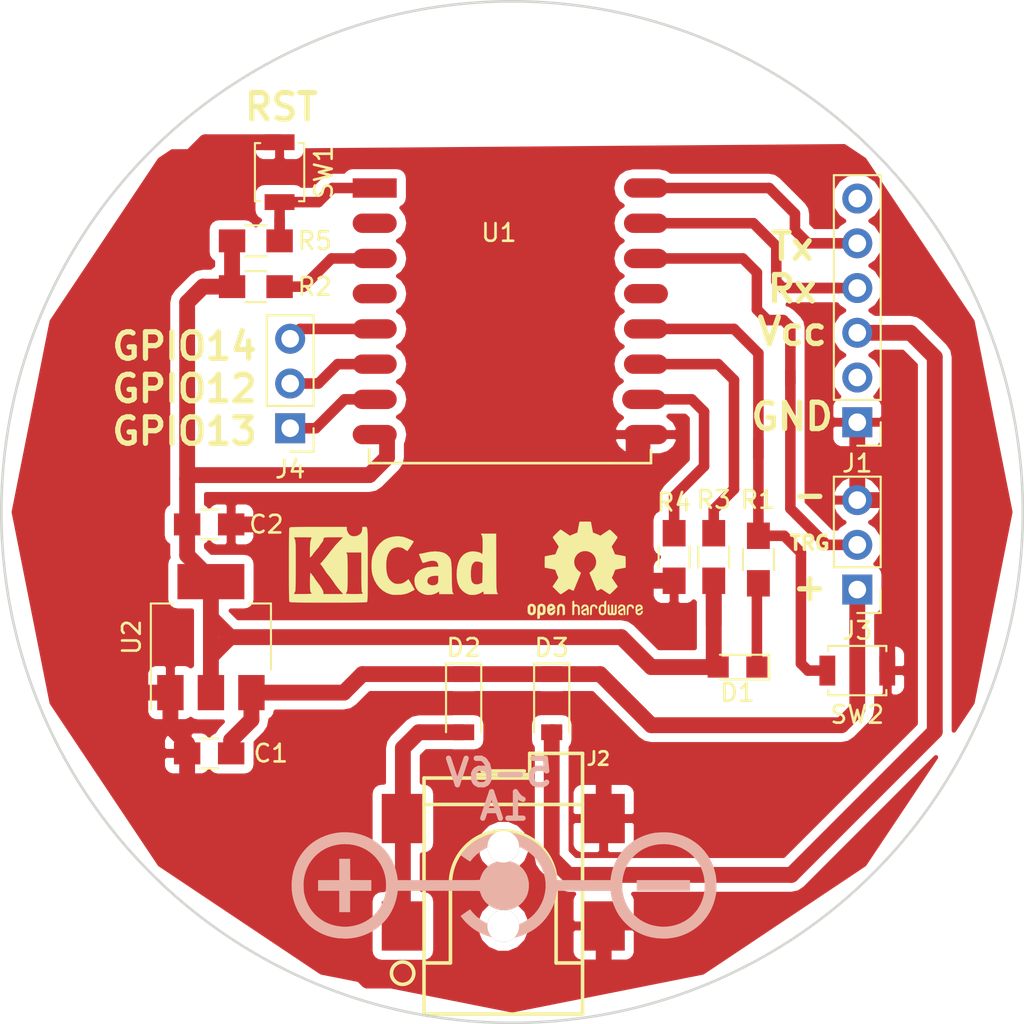
<source format=kicad_pcb>
(kicad_pcb (version 4) (host pcbnew 4.0.6)

  (general
    (links 0)
    (no_connects 0)
    (area 82.274999 39.924999 140.425001 98.075001)
    (thickness 1.6)
    (drawings 9)
    (tracks 164)
    (zones 0)
    (modules 21)
    (nets 23)
  )

  (page A4)
  (layers
    (0 F.Cu signal hide)
    (31 B.Cu signal)
    (32 B.Adhes user)
    (33 F.Adhes user)
    (34 B.Paste user)
    (35 F.Paste user)
    (36 B.SilkS user)
    (37 F.SilkS user)
    (38 B.Mask user)
    (39 F.Mask user)
    (40 Dwgs.User user)
    (41 Cmts.User user)
    (42 Eco1.User user)
    (43 Eco2.User user)
    (44 Edge.Cuts user)
    (45 Margin user)
    (46 B.CrtYd user hide)
    (47 F.CrtYd user)
    (48 B.Fab user)
    (49 F.Fab user)
  )

  (setup
    (last_trace_width 0.6)
    (trace_clearance 0.2)
    (zone_clearance 0.508)
    (zone_45_only no)
    (trace_min 0.25)
    (segment_width 0.2)
    (edge_width 0.15)
    (via_size 0.6)
    (via_drill 0.3)
    (via_min_size 0.4)
    (via_min_drill 0.3)
    (uvia_size 0.3)
    (uvia_drill 0.1)
    (uvias_allowed no)
    (uvia_min_size 0.2)
    (uvia_min_drill 0.1)
    (pcb_text_width 0.3)
    (pcb_text_size 1.5 1.5)
    (mod_edge_width 0.15)
    (mod_text_size 1 1)
    (mod_text_width 0.15)
    (pad_size 1.524 1.524)
    (pad_drill 0.762)
    (pad_to_mask_clearance 0.2)
    (aux_axis_origin 0 0)
    (visible_elements 7FFFFFFF)
    (pcbplotparams
      (layerselection 0x00030_80000001)
      (usegerberextensions false)
      (excludeedgelayer true)
      (linewidth 0.100000)
      (plotframeref false)
      (viasonmask false)
      (mode 1)
      (useauxorigin false)
      (hpglpennumber 1)
      (hpglpenspeed 20)
      (hpglpendiameter 15)
      (hpglpenoverlay 2)
      (psnegative false)
      (psa4output false)
      (plotreference true)
      (plotvalue true)
      (plotinvisibletext false)
      (padsonsilk false)
      (subtractmaskfromsilk false)
      (outputformat 1)
      (mirror false)
      (drillshape 1)
      (scaleselection 1)
      (outputdirectory ""))
  )

  (net 0 "")
  (net 1 GND)
  (net 2 +3V3)
  (net 3 VCC)
  (net 4 /RST)
  (net 5 /TXD)
  (net 6 /RXD)
  (net 7 /GPIO0)
  (net 8 /RESET)
  (net 9 /ADC)
  (net 10 /CH_PD)
  (net 11 /GPIO15)
  (net 12 /GPIO2)
  (net 13 /GPIO13)
  (net 14 /GPIO12)
  (net 15 /GPIO14)
  (net 16 /GPIO4)
  (net 17 +5V)
  (net 18 "Net-(D1-Pad1)")
  (net 19 +5VP)
  (net 20 "Net-(J1-Pad2)")
  (net 21 "Net-(J1-Pad6)")
  (net 22 /TRG)

  (net_class Default "Esta es la clase de red por defecto."
    (clearance 0.2)
    (trace_width 0.6)
    (via_dia 0.6)
    (via_drill 0.3)
    (uvia_dia 0.3)
    (uvia_drill 0.1)
    (add_net /ADC)
    (add_net /CH_PD)
    (add_net /GPIO0)
    (add_net /GPIO12)
    (add_net /GPIO13)
    (add_net /GPIO14)
    (add_net /GPIO15)
    (add_net /GPIO2)
    (add_net /GPIO4)
    (add_net /RESET)
    (add_net /RST)
    (add_net /RXD)
    (add_net /TRG)
    (add_net /TXD)
    (add_net "Net-(D1-Pad1)")
    (add_net "Net-(J1-Pad2)")
    (add_net "Net-(J1-Pad6)")
  )

  (net_class VCC ""
    (clearance 0.2)
    (trace_width 0.9)
    (via_dia 1.5)
    (via_drill 1)
    (uvia_dia 0.2)
    (uvia_drill 0.1)
    (add_net +3V3)
    (add_net +5V)
    (add_net +5VP)
    (add_net GND)
    (add_net VCC)
  )

  (module ESP-12E (layer F.Cu) (tedit 5A1C1872) (tstamp 5A1BA840)
    (at 104.25 50.6)
    (descr "Module, ESP-8266, ESP-12, 16 pad, SMD")
    (tags "Module ESP-8266 ESP8266")
    (path /58AB355E)
    (fp_text reference U1 (at 6.35 2.54) (layer F.SilkS)
      (effects (font (size 1 1) (thickness 0.15)))
    )
    (fp_text value ESP8266-12E (at 6.35 6.35) (layer F.Fab) hide
      (effects (font (size 1 1) (thickness 0.15)))
    )
    (fp_line (start -2.25 -0.5) (end -2.25 -8.75) (layer F.CrtYd) (width 0.05))
    (fp_line (start -2.25 -8.75) (end 15.25 -8.75) (layer F.CrtYd) (width 0.05))
    (fp_line (start 15.25 -8.75) (end 16.25 -8.75) (layer F.CrtYd) (width 0.05))
    (fp_line (start 16.25 -8.75) (end 16.25 16) (layer F.CrtYd) (width 0.05))
    (fp_line (start 16.25 16) (end -2.25 16) (layer F.CrtYd) (width 0.05))
    (fp_line (start -2.25 16) (end -2.25 -0.5) (layer F.CrtYd) (width 0.05))
    (fp_line (start -1.016 -8.382) (end 14.986 -8.382) (layer F.CrtYd) (width 0.1524))
    (fp_line (start 14.986 -8.382) (end 14.986 -0.889) (layer F.CrtYd) (width 0.1524))
    (fp_line (start -1.016 -8.382) (end -1.016 -1.016) (layer F.CrtYd) (width 0.1524))
    (fp_line (start -1.016 14.859) (end -1.016 15.621) (layer F.SilkS) (width 0.1524))
    (fp_line (start -1.016 15.621) (end 14.986 15.621) (layer F.SilkS) (width 0.1524))
    (fp_line (start 14.986 15.621) (end 14.986 14.859) (layer F.SilkS) (width 0.1524))
    (fp_line (start 14.992 -8.4) (end -1.008 -2.6) (layer F.CrtYd) (width 0.1524))
    (fp_line (start -1.008 -8.4) (end 14.992 -2.6) (layer F.CrtYd) (width 0.1524))
    (fp_text user "No Copper" (at 6.892 -5.4) (layer F.CrtYd)
      (effects (font (size 1 1) (thickness 0.15)))
    )
    (fp_line (start -1.008 -2.6) (end 14.992 -2.6) (layer F.CrtYd) (width 0.1524))
    (fp_line (start 15 -8.4) (end 15 15.6) (layer F.Fab) (width 0.05))
    (fp_line (start 14.992 15.6) (end -1.008 15.6) (layer F.Fab) (width 0.05))
    (fp_line (start -1.008 15.6) (end -1.008 -8.4) (layer F.Fab) (width 0.05))
    (fp_line (start -1.008 -8.4) (end 14.992 -8.4) (layer F.Fab) (width 0.05))
    (pad 1 smd rect (at 0 0) (size 2.5 1.1) (drill (offset -0.7 0)) (layers F.Cu F.Paste F.Mask)
      (net 4 /RST))
    (pad 2 smd oval (at 0 2) (size 2.5 1.1) (drill (offset -0.7 0)) (layers F.Cu F.Paste F.Mask)
      (net 9 /ADC))
    (pad 3 smd oval (at 0 4) (size 2.5 1.1) (drill (offset -0.7 0)) (layers F.Cu F.Paste F.Mask)
      (net 10 /CH_PD))
    (pad 4 smd oval (at 0 6) (size 2.5 1.1) (drill (offset -0.7 0)) (layers F.Cu F.Paste F.Mask)
      (net 8 /RESET))
    (pad 5 smd oval (at 0 8) (size 2.5 1.1) (drill (offset -0.7 0)) (layers F.Cu F.Paste F.Mask)
      (net 15 /GPIO14))
    (pad 6 smd oval (at 0 10) (size 2.5 1.1) (drill (offset -0.7 0)) (layers F.Cu F.Paste F.Mask)
      (net 14 /GPIO12))
    (pad 7 smd oval (at 0 12) (size 2.5 1.1) (drill (offset -0.7 0)) (layers F.Cu F.Paste F.Mask)
      (net 13 /GPIO13))
    (pad 8 smd oval (at 0 14) (size 2.5 1.1) (drill (offset -0.7 0)) (layers F.Cu F.Paste F.Mask)
      (net 2 +3V3))
    (pad 15 smd oval (at 14 14) (size 2.5 1.1) (drill (offset 0.7 0)) (layers F.Cu F.Paste F.Mask)
      (net 1 GND))
    (pad 16 smd oval (at 14 12) (size 2.5 1.1) (drill (offset 0.6 0)) (layers F.Cu F.Paste F.Mask)
      (net 11 /GPIO15))
    (pad 17 smd oval (at 14 10) (size 2.5 1.1) (drill (offset 0.7 0)) (layers F.Cu F.Paste F.Mask)
      (net 12 /GPIO2))
    (pad 18 smd oval (at 14 8) (size 2.5 1.1) (drill (offset 0.7 0)) (layers F.Cu F.Paste F.Mask)
      (net 7 /GPIO0))
    (pad 19 smd oval (at 14 6) (size 2.5 1.1) (drill (offset 0.7 0)) (layers F.Cu F.Paste F.Mask)
      (net 16 /GPIO4))
    (pad 20 smd oval (at 14 4) (size 2.5 1.1) (drill (offset 0.7 0)) (layers F.Cu F.Paste F.Mask)
      (net 22 /TRG))
    (pad 21 smd oval (at 14 2) (size 2.5 1.1) (drill (offset 0.7 0)) (layers F.Cu F.Paste F.Mask)
      (net 6 /RXD))
    (pad 22 smd oval (at 14 0) (size 2.5 1.1) (drill (offset 0.7 0)) (layers F.Cu F.Paste F.Mask)
      (net 5 /TXD))
    (model ${ESPLIB}/ESP8266.3dshapes/ESP-12E.wrl
      (at (xyz 0 0 0))
      (scale (xyz 0.3937 0.3937 0.3937))
      (rotate (xyz 0 0 0))
    )
  )

  (module Capacitors_SMD:C_0805_HandSoldering (layer F.Cu) (tedit 58AA84A8) (tstamp 5A1BA7C2)
    (at 94.15 82.7 180)
    (descr "Capacitor SMD 0805, hand soldering")
    (tags "capacitor 0805")
    (path /58AB3532)
    (attr smd)
    (fp_text reference C1 (at -3.5 0 180) (layer F.SilkS)
      (effects (font (size 1 1) (thickness 0.15)))
    )
    (fp_text value 4.7uF (at 0 1.75 180) (layer F.Fab)
      (effects (font (size 1 1) (thickness 0.15)))
    )
    (fp_text user %R (at 0 -1.75 180) (layer F.Fab)
      (effects (font (size 1 1) (thickness 0.15)))
    )
    (fp_line (start -1 0.62) (end -1 -0.62) (layer F.Fab) (width 0.1))
    (fp_line (start 1 0.62) (end -1 0.62) (layer F.Fab) (width 0.1))
    (fp_line (start 1 -0.62) (end 1 0.62) (layer F.Fab) (width 0.1))
    (fp_line (start -1 -0.62) (end 1 -0.62) (layer F.Fab) (width 0.1))
    (fp_line (start 0.5 -0.85) (end -0.5 -0.85) (layer F.SilkS) (width 0.12))
    (fp_line (start -0.5 0.85) (end 0.5 0.85) (layer F.SilkS) (width 0.12))
    (fp_line (start -2.25 -0.88) (end 2.25 -0.88) (layer F.CrtYd) (width 0.05))
    (fp_line (start -2.25 -0.88) (end -2.25 0.87) (layer F.CrtYd) (width 0.05))
    (fp_line (start 2.25 0.87) (end 2.25 -0.88) (layer F.CrtYd) (width 0.05))
    (fp_line (start 2.25 0.87) (end -2.25 0.87) (layer F.CrtYd) (width 0.05))
    (pad 1 smd rect (at -1.25 0 180) (size 1.5 1.25) (layers F.Cu F.Paste F.Mask)
      (net 17 +5V))
    (pad 2 smd rect (at 1.25 0 180) (size 1.5 1.25) (layers F.Cu F.Paste F.Mask)
      (net 1 GND))
    (model Capacitors_SMD.3dshapes/C_0805.wrl
      (at (xyz 0 0 0))
      (scale (xyz 1 1 1))
      (rotate (xyz 0 0 0))
    )
  )

  (module Capacitors_SMD:C_0805_HandSoldering (layer F.Cu) (tedit 58AA84A8) (tstamp 5A1BA7C8)
    (at 94.15 69.7)
    (descr "Capacitor SMD 0805, hand soldering")
    (tags "capacitor 0805")
    (path /58AB3533)
    (attr smd)
    (fp_text reference C2 (at 3.25 0) (layer F.SilkS)
      (effects (font (size 1 1) (thickness 0.15)))
    )
    (fp_text value 4.7uF (at 0 1.75) (layer F.Fab)
      (effects (font (size 1 1) (thickness 0.15)))
    )
    (fp_text user %R (at 0 -1.75) (layer F.Fab)
      (effects (font (size 1 1) (thickness 0.15)))
    )
    (fp_line (start -1 0.62) (end -1 -0.62) (layer F.Fab) (width 0.1))
    (fp_line (start 1 0.62) (end -1 0.62) (layer F.Fab) (width 0.1))
    (fp_line (start 1 -0.62) (end 1 0.62) (layer F.Fab) (width 0.1))
    (fp_line (start -1 -0.62) (end 1 -0.62) (layer F.Fab) (width 0.1))
    (fp_line (start 0.5 -0.85) (end -0.5 -0.85) (layer F.SilkS) (width 0.12))
    (fp_line (start -0.5 0.85) (end 0.5 0.85) (layer F.SilkS) (width 0.12))
    (fp_line (start -2.25 -0.88) (end 2.25 -0.88) (layer F.CrtYd) (width 0.05))
    (fp_line (start -2.25 -0.88) (end -2.25 0.87) (layer F.CrtYd) (width 0.05))
    (fp_line (start 2.25 0.87) (end 2.25 -0.88) (layer F.CrtYd) (width 0.05))
    (fp_line (start 2.25 0.87) (end -2.25 0.87) (layer F.CrtYd) (width 0.05))
    (pad 1 smd rect (at -1.25 0) (size 1.5 1.25) (layers F.Cu F.Paste F.Mask)
      (net 2 +3V3))
    (pad 2 smd rect (at 1.25 0) (size 1.5 1.25) (layers F.Cu F.Paste F.Mask)
      (net 1 GND))
    (model Capacitors_SMD.3dshapes/C_0805.wrl
      (at (xyz 0 0 0))
      (scale (xyz 1 1 1))
      (rotate (xyz 0 0 0))
    )
  )

  (module LEDs:LED_0805 (layer F.Cu) (tedit 59959803) (tstamp 5A1BA7CE)
    (at 124.15 77.8 180)
    (descr "LED 0805 smd package")
    (tags "LED led 0805 SMD smd SMT smt smdled SMDLED smtled SMTLED")
    (path /58AB356F)
    (attr smd)
    (fp_text reference D1 (at 0 -1.45 180) (layer F.SilkS)
      (effects (font (size 1 1) (thickness 0.15)))
    )
    (fp_text value Led (at 0 1.55 180) (layer F.Fab)
      (effects (font (size 1 1) (thickness 0.15)))
    )
    (fp_line (start -1.8 -0.7) (end -1.8 0.7) (layer F.SilkS) (width 0.12))
    (fp_line (start -0.4 -0.4) (end -0.4 0.4) (layer F.Fab) (width 0.1))
    (fp_line (start -0.4 0) (end 0.2 -0.4) (layer F.Fab) (width 0.1))
    (fp_line (start 0.2 0.4) (end -0.4 0) (layer F.Fab) (width 0.1))
    (fp_line (start 0.2 -0.4) (end 0.2 0.4) (layer F.Fab) (width 0.1))
    (fp_line (start 1 0.6) (end -1 0.6) (layer F.Fab) (width 0.1))
    (fp_line (start 1 -0.6) (end 1 0.6) (layer F.Fab) (width 0.1))
    (fp_line (start -1 -0.6) (end 1 -0.6) (layer F.Fab) (width 0.1))
    (fp_line (start -1 0.6) (end -1 -0.6) (layer F.Fab) (width 0.1))
    (fp_line (start -1.8 0.7) (end 1 0.7) (layer F.SilkS) (width 0.12))
    (fp_line (start -1.8 -0.7) (end 1 -0.7) (layer F.SilkS) (width 0.12))
    (fp_line (start 1.95 -0.85) (end 1.95 0.85) (layer F.CrtYd) (width 0.05))
    (fp_line (start 1.95 0.85) (end -1.95 0.85) (layer F.CrtYd) (width 0.05))
    (fp_line (start -1.95 0.85) (end -1.95 -0.85) (layer F.CrtYd) (width 0.05))
    (fp_line (start -1.95 -0.85) (end 1.95 -0.85) (layer F.CrtYd) (width 0.05))
    (fp_text user %R (at 0 -1.25 180) (layer F.Fab)
      (effects (font (size 0.4 0.4) (thickness 0.1)))
    )
    (pad 2 smd rect (at 1.1 0) (size 1.2 1.2) (layers F.Cu F.Paste F.Mask)
      (net 2 +3V3))
    (pad 1 smd rect (at -1.1 0) (size 1.2 1.2) (layers F.Cu F.Paste F.Mask)
      (net 18 "Net-(D1-Pad1)"))
    (model ${KISYS3DMOD}/LEDs.3dshapes/LED_0805.wrl
      (at (xyz 0 0 0))
      (scale (xyz 1 1 1))
      (rotate (xyz 0 0 180))
    )
  )

  (module Diodes_SMD:D_SOD-123 (layer F.Cu) (tedit 58645DC7) (tstamp 5A1BA7D4)
    (at 108.6 79.85 270)
    (descr SOD-123)
    (tags SOD-123)
    (path /5A1C0E7A)
    (attr smd)
    (fp_text reference D2 (at -3.15 0 360) (layer F.SilkS)
      (effects (font (size 1 1) (thickness 0.15)))
    )
    (fp_text value D_Schottky (at 0 2.1 270) (layer F.Fab)
      (effects (font (size 1 1) (thickness 0.15)))
    )
    (fp_text user %R (at 0 -2 270) (layer F.Fab)
      (effects (font (size 1 1) (thickness 0.15)))
    )
    (fp_line (start -2.25 -1) (end -2.25 1) (layer F.SilkS) (width 0.12))
    (fp_line (start 0.25 0) (end 0.75 0) (layer F.Fab) (width 0.1))
    (fp_line (start 0.25 0.4) (end -0.35 0) (layer F.Fab) (width 0.1))
    (fp_line (start 0.25 -0.4) (end 0.25 0.4) (layer F.Fab) (width 0.1))
    (fp_line (start -0.35 0) (end 0.25 -0.4) (layer F.Fab) (width 0.1))
    (fp_line (start -0.35 0) (end -0.35 0.55) (layer F.Fab) (width 0.1))
    (fp_line (start -0.35 0) (end -0.35 -0.55) (layer F.Fab) (width 0.1))
    (fp_line (start -0.75 0) (end -0.35 0) (layer F.Fab) (width 0.1))
    (fp_line (start -1.4 0.9) (end -1.4 -0.9) (layer F.Fab) (width 0.1))
    (fp_line (start 1.4 0.9) (end -1.4 0.9) (layer F.Fab) (width 0.1))
    (fp_line (start 1.4 -0.9) (end 1.4 0.9) (layer F.Fab) (width 0.1))
    (fp_line (start -1.4 -0.9) (end 1.4 -0.9) (layer F.Fab) (width 0.1))
    (fp_line (start -2.35 -1.15) (end 2.35 -1.15) (layer F.CrtYd) (width 0.05))
    (fp_line (start 2.35 -1.15) (end 2.35 1.15) (layer F.CrtYd) (width 0.05))
    (fp_line (start 2.35 1.15) (end -2.35 1.15) (layer F.CrtYd) (width 0.05))
    (fp_line (start -2.35 -1.15) (end -2.35 1.15) (layer F.CrtYd) (width 0.05))
    (fp_line (start -2.25 1) (end 1.65 1) (layer F.SilkS) (width 0.12))
    (fp_line (start -2.25 -1) (end 1.65 -1) (layer F.SilkS) (width 0.12))
    (pad 1 smd rect (at -1.65 0 270) (size 0.9 1.2) (layers F.Cu F.Paste F.Mask)
      (net 17 +5V))
    (pad 2 smd rect (at 1.65 0 270) (size 0.9 1.2) (layers F.Cu F.Paste F.Mask)
      (net 3 VCC))
    (model ${KISYS3DMOD}/Diodes_SMD.3dshapes/D_SOD-123.wrl
      (at (xyz 0 0 0))
      (scale (xyz 1 1 1))
      (rotate (xyz 0 0 0))
    )
  )

  (module Diodes_SMD:D_SOD-123 (layer F.Cu) (tedit 58645DC7) (tstamp 5A1BA7DA)
    (at 113.6 79.85 270)
    (descr SOD-123)
    (tags SOD-123)
    (path /5A1C0D62)
    (attr smd)
    (fp_text reference D3 (at -3.15 0 360) (layer F.SilkS)
      (effects (font (size 1 1) (thickness 0.15)))
    )
    (fp_text value D_Schottky (at 0 2.1 270) (layer F.Fab)
      (effects (font (size 1 1) (thickness 0.15)))
    )
    (fp_text user %R (at 0 -2 270) (layer F.Fab)
      (effects (font (size 1 1) (thickness 0.15)))
    )
    (fp_line (start -2.25 -1) (end -2.25 1) (layer F.SilkS) (width 0.12))
    (fp_line (start 0.25 0) (end 0.75 0) (layer F.Fab) (width 0.1))
    (fp_line (start 0.25 0.4) (end -0.35 0) (layer F.Fab) (width 0.1))
    (fp_line (start 0.25 -0.4) (end 0.25 0.4) (layer F.Fab) (width 0.1))
    (fp_line (start -0.35 0) (end 0.25 -0.4) (layer F.Fab) (width 0.1))
    (fp_line (start -0.35 0) (end -0.35 0.55) (layer F.Fab) (width 0.1))
    (fp_line (start -0.35 0) (end -0.35 -0.55) (layer F.Fab) (width 0.1))
    (fp_line (start -0.75 0) (end -0.35 0) (layer F.Fab) (width 0.1))
    (fp_line (start -1.4 0.9) (end -1.4 -0.9) (layer F.Fab) (width 0.1))
    (fp_line (start 1.4 0.9) (end -1.4 0.9) (layer F.Fab) (width 0.1))
    (fp_line (start 1.4 -0.9) (end 1.4 0.9) (layer F.Fab) (width 0.1))
    (fp_line (start -1.4 -0.9) (end 1.4 -0.9) (layer F.Fab) (width 0.1))
    (fp_line (start -2.35 -1.15) (end 2.35 -1.15) (layer F.CrtYd) (width 0.05))
    (fp_line (start 2.35 -1.15) (end 2.35 1.15) (layer F.CrtYd) (width 0.05))
    (fp_line (start 2.35 1.15) (end -2.35 1.15) (layer F.CrtYd) (width 0.05))
    (fp_line (start -2.35 -1.15) (end -2.35 1.15) (layer F.CrtYd) (width 0.05))
    (fp_line (start -2.25 1) (end 1.65 1) (layer F.SilkS) (width 0.12))
    (fp_line (start -2.25 -1) (end 1.65 -1) (layer F.SilkS) (width 0.12))
    (pad 1 smd rect (at -1.65 0 270) (size 0.9 1.2) (layers F.Cu F.Paste F.Mask)
      (net 17 +5V))
    (pad 2 smd rect (at 1.65 0 270) (size 0.9 1.2) (layers F.Cu F.Paste F.Mask)
      (net 19 +5VP))
    (model ${KISYS3DMOD}/Diodes_SMD.3dshapes/D_SOD-123.wrl
      (at (xyz 0 0 0))
      (scale (xyz 1 1 1))
      (rotate (xyz 0 0 0))
    )
  )

  (module Pin_Headers:Pin_Header_Straight_1x06_Pitch2.54mm (layer F.Cu) (tedit 59650532) (tstamp 5A1BA7E4)
    (at 130.95 63.9 180)
    (descr "Through hole straight pin header, 1x06, 2.54mm pitch, single row")
    (tags "Through hole pin header THT 1x06 2.54mm single row")
    (path /5A1BD1CD)
    (fp_text reference J1 (at 0 -2.33 180) (layer F.SilkS)
      (effects (font (size 1 1) (thickness 0.15)))
    )
    (fp_text value CONN_01X06 (at 0 15.03 180) (layer F.Fab)
      (effects (font (size 1 1) (thickness 0.15)))
    )
    (fp_line (start -0.635 -1.27) (end 1.27 -1.27) (layer F.Fab) (width 0.1))
    (fp_line (start 1.27 -1.27) (end 1.27 13.97) (layer F.Fab) (width 0.1))
    (fp_line (start 1.27 13.97) (end -1.27 13.97) (layer F.Fab) (width 0.1))
    (fp_line (start -1.27 13.97) (end -1.27 -0.635) (layer F.Fab) (width 0.1))
    (fp_line (start -1.27 -0.635) (end -0.635 -1.27) (layer F.Fab) (width 0.1))
    (fp_line (start -1.33 14.03) (end 1.33 14.03) (layer F.SilkS) (width 0.12))
    (fp_line (start -1.33 1.27) (end -1.33 14.03) (layer F.SilkS) (width 0.12))
    (fp_line (start 1.33 1.27) (end 1.33 14.03) (layer F.SilkS) (width 0.12))
    (fp_line (start -1.33 1.27) (end 1.33 1.27) (layer F.SilkS) (width 0.12))
    (fp_line (start -1.33 0) (end -1.33 -1.33) (layer F.SilkS) (width 0.12))
    (fp_line (start -1.33 -1.33) (end 0 -1.33) (layer F.SilkS) (width 0.12))
    (fp_line (start -1.8 -1.8) (end -1.8 14.5) (layer F.CrtYd) (width 0.05))
    (fp_line (start -1.8 14.5) (end 1.8 14.5) (layer F.CrtYd) (width 0.05))
    (fp_line (start 1.8 14.5) (end 1.8 -1.8) (layer F.CrtYd) (width 0.05))
    (fp_line (start 1.8 -1.8) (end -1.8 -1.8) (layer F.CrtYd) (width 0.05))
    (fp_text user %R (at 0 6.35 270) (layer F.Fab)
      (effects (font (size 1 1) (thickness 0.15)))
    )
    (pad 1 thru_hole rect (at 0 0 180) (size 1.7 1.7) (drill 1) (layers *.Cu *.Mask)
      (net 1 GND))
    (pad 2 thru_hole oval (at 0 2.54 180) (size 1.7 1.7) (drill 1) (layers *.Cu *.Mask)
      (net 20 "Net-(J1-Pad2)"))
    (pad 3 thru_hole oval (at 0 5.08 180) (size 1.7 1.7) (drill 1) (layers *.Cu *.Mask)
      (net 19 +5VP))
    (pad 4 thru_hole oval (at 0 7.62 180) (size 1.7 1.7) (drill 1) (layers *.Cu *.Mask)
      (net 6 /RXD))
    (pad 5 thru_hole oval (at 0 10.16 180) (size 1.7 1.7) (drill 1) (layers *.Cu *.Mask)
      (net 5 /TXD))
    (pad 6 thru_hole oval (at 0 12.7 180) (size 1.7 1.7) (drill 1) (layers *.Cu *.Mask)
      (net 21 "Net-(J1-Pad6)"))
  )

  (module jmicron:CUI-PJ-002AH-SMT_dc-barrel-jack (layer F.Cu) (tedit 5A3004E3) (tstamp 5A1BA7EE)
    (at 110.85 90.1 90)
    (path /5A1BA296)
    (attr smd)
    (fp_text reference J2 (at 7.1 5.4 180) (layer F.SilkS)
      (effects (font (size 0.762 0.762) (thickness 0.1524)))
    )
    (fp_text value PJ-002AH-SMT-TR (at 0 0 90) (layer F.SilkS) hide
      (effects (font (size 0.762 0.762) (thickness 0.1524)))
    )
    (fp_circle (center -5.08 -5.715) (end -4.445 -5.715) (layer F.SilkS) (width 0.2032))
    (fp_line (start 4.5 -4.5) (end 4.5 4.5) (layer F.SilkS) (width 0.2032))
    (fp_line (start -4.5 4.5) (end -4.5 3) (layer F.SilkS) (width 0.2032))
    (fp_line (start -4.5 3) (end 0 3) (layer F.SilkS) (width 0.2032))
    (fp_line (start 0 -3) (end -4.5 -3) (layer F.SilkS) (width 0.2032))
    (fp_line (start -4.5 -3) (end -4.5 -4.5) (layer F.SilkS) (width 0.2032))
    (fp_arc (start 0 0) (end 3 0) (angle 90) (layer F.SilkS) (width 0.2032))
    (fp_arc (start 0 0) (end 0 -3) (angle 90) (layer F.SilkS) (width 0.2032))
    (fp_line (start 6.4 -1.2) (end 6.4 1.2) (layer F.SilkS) (width 0.2032))
    (fp_line (start 6.2 1.5) (end 6.2 -1.5) (layer F.SilkS) (width 0.2032))
    (fp_line (start 7.4 4.5) (end 7.4 1.5) (layer F.SilkS) (width 0.2032))
    (fp_line (start 7.4 1.5) (end 6 1.5) (layer F.SilkS) (width 0.2032))
    (fp_line (start 6 1.5) (end 6 -4.5) (layer F.SilkS) (width 0.2032))
    (fp_line (start 6 -4.5) (end -7.4 -4.5) (layer F.SilkS) (width 0.2032))
    (fp_line (start -7.4 4.5) (end 7.4 4.5) (layer F.SilkS) (width 0.2032))
    (fp_line (start -7.4 -4.5) (end -7.4 4.5) (layer F.SilkS) (width 0.2032))
    (pad 1 smd rect (at -2.4 -5.7 90) (size 2.8 2.4) (layers F.Cu F.Paste F.Mask)
      (net 3 VCC))
    (pad 2 smd rect (at -2.4 5.7 90) (size 2.8 2.4) (layers F.Cu F.Paste F.Mask)
      (net 1 GND))
    (pad 3 smd rect (at 3.7 5.7 90) (size 2.8 2.4) (layers F.Cu F.Paste F.Mask)
      (net 1 GND))
    (pad 1 smd rect (at 3.7 -5.7 90) (size 2.8 2.4) (layers F.Cu F.Paste F.Mask)
      (net 3 VCC))
    (pad "" thru_hole circle (at -2.4 0 90) (size 1.8 1.8) (drill 1.8) (layers *.Cu *.Mask F.SilkS))
    (pad "" thru_hole circle (at 2.1 0 90) (size 1.8 1.8) (drill 1.8) (layers *.Cu *.Mask F.SilkS))
  )

  (module Pin_Headers:Pin_Header_Straight_1x03_Pitch2.54mm (layer F.Cu) (tedit 59650532) (tstamp 5A1BA7F5)
    (at 130.95 73.4 180)
    (descr "Through hole straight pin header, 1x03, 2.54mm pitch, single row")
    (tags "Through hole pin header THT 1x03 2.54mm single row")
    (path /5A1BD388)
    (fp_text reference J3 (at 0 -2.33 180) (layer F.SilkS)
      (effects (font (size 1 1) (thickness 0.15)))
    )
    (fp_text value CONN_01X03 (at -2.55 14.65 270) (layer F.Fab)
      (effects (font (size 1 1) (thickness 0.15)))
    )
    (fp_line (start -0.635 -1.27) (end 1.27 -1.27) (layer F.Fab) (width 0.1))
    (fp_line (start 1.27 -1.27) (end 1.27 6.35) (layer F.Fab) (width 0.1))
    (fp_line (start 1.27 6.35) (end -1.27 6.35) (layer F.Fab) (width 0.1))
    (fp_line (start -1.27 6.35) (end -1.27 -0.635) (layer F.Fab) (width 0.1))
    (fp_line (start -1.27 -0.635) (end -0.635 -1.27) (layer F.Fab) (width 0.1))
    (fp_line (start -1.33 6.41) (end 1.33 6.41) (layer F.SilkS) (width 0.12))
    (fp_line (start -1.33 1.27) (end -1.33 6.41) (layer F.SilkS) (width 0.12))
    (fp_line (start 1.33 1.27) (end 1.33 6.41) (layer F.SilkS) (width 0.12))
    (fp_line (start -1.33 1.27) (end 1.33 1.27) (layer F.SilkS) (width 0.12))
    (fp_line (start -1.33 0) (end -1.33 -1.33) (layer F.SilkS) (width 0.12))
    (fp_line (start -1.33 -1.33) (end 0 -1.33) (layer F.SilkS) (width 0.12))
    (fp_line (start -1.8 -1.8) (end -1.8 6.85) (layer F.CrtYd) (width 0.05))
    (fp_line (start -1.8 6.85) (end 1.8 6.85) (layer F.CrtYd) (width 0.05))
    (fp_line (start 1.8 6.85) (end 1.8 -1.8) (layer F.CrtYd) (width 0.05))
    (fp_line (start 1.8 -1.8) (end -1.8 -1.8) (layer F.CrtYd) (width 0.05))
    (fp_text user %R (at 0 2.54 270) (layer F.Fab)
      (effects (font (size 1 1) (thickness 0.15)))
    )
    (pad 1 thru_hole rect (at 0 0 180) (size 1.7 1.7) (drill 1) (layers *.Cu *.Mask)
      (net 17 +5V))
    (pad 2 thru_hole oval (at 0 2.54 180) (size 1.7 1.7) (drill 1) (layers *.Cu *.Mask)
      (net 22 /TRG))
    (pad 3 thru_hole oval (at 0 5.08 180) (size 1.7 1.7) (drill 1) (layers *.Cu *.Mask)
      (net 1 GND))
  )

  (module Pin_Headers:Pin_Header_Straight_1x03_Pitch2.54mm (layer F.Cu) (tedit 59650532) (tstamp 5A1BA7FC)
    (at 98.75 64.24 180)
    (descr "Through hole straight pin header, 1x03, 2.54mm pitch, single row")
    (tags "Through hole pin header THT 1x03 2.54mm single row")
    (path /5A1C4867)
    (fp_text reference J4 (at 0 -2.33 180) (layer F.SilkS)
      (effects (font (size 1 1) (thickness 0.15)))
    )
    (fp_text value CONN_01X03 (at 2.5 1.99 270) (layer F.Fab)
      (effects (font (size 1 1) (thickness 0.15)))
    )
    (fp_line (start -0.635 -1.27) (end 1.27 -1.27) (layer F.Fab) (width 0.1))
    (fp_line (start 1.27 -1.27) (end 1.27 6.35) (layer F.Fab) (width 0.1))
    (fp_line (start 1.27 6.35) (end -1.27 6.35) (layer F.Fab) (width 0.1))
    (fp_line (start -1.27 6.35) (end -1.27 -0.635) (layer F.Fab) (width 0.1))
    (fp_line (start -1.27 -0.635) (end -0.635 -1.27) (layer F.Fab) (width 0.1))
    (fp_line (start -1.33 6.41) (end 1.33 6.41) (layer F.SilkS) (width 0.12))
    (fp_line (start -1.33 1.27) (end -1.33 6.41) (layer F.SilkS) (width 0.12))
    (fp_line (start 1.33 1.27) (end 1.33 6.41) (layer F.SilkS) (width 0.12))
    (fp_line (start -1.33 1.27) (end 1.33 1.27) (layer F.SilkS) (width 0.12))
    (fp_line (start -1.33 0) (end -1.33 -1.33) (layer F.SilkS) (width 0.12))
    (fp_line (start -1.33 -1.33) (end 0 -1.33) (layer F.SilkS) (width 0.12))
    (fp_line (start -1.8 -1.8) (end -1.8 6.85) (layer F.CrtYd) (width 0.05))
    (fp_line (start -1.8 6.85) (end 1.8 6.85) (layer F.CrtYd) (width 0.05))
    (fp_line (start 1.8 6.85) (end 1.8 -1.8) (layer F.CrtYd) (width 0.05))
    (fp_line (start 1.8 -1.8) (end -1.8 -1.8) (layer F.CrtYd) (width 0.05))
    (fp_text user %R (at 0 2.54 270) (layer F.Fab)
      (effects (font (size 1 1) (thickness 0.15)))
    )
    (pad 1 thru_hole rect (at 0 0 180) (size 1.7 1.7) (drill 1) (layers *.Cu *.Mask)
      (net 13 /GPIO13))
    (pad 2 thru_hole oval (at 0 2.54 180) (size 1.7 1.7) (drill 1) (layers *.Cu *.Mask)
      (net 14 /GPIO12))
    (pad 3 thru_hole oval (at 0 5.08 180) (size 1.7 1.7) (drill 1) (layers *.Cu *.Mask)
      (net 15 /GPIO14))
  )

  (module Resistors_SMD:R_0805_HandSoldering (layer F.Cu) (tedit 58E0A804) (tstamp 5A1BA802)
    (at 125.335 71.695001 270)
    (descr "Resistor SMD 0805, hand soldering")
    (tags "resistor 0805")
    (path /58AB3570)
    (attr smd)
    (fp_text reference R1 (at -3.395001 0.035 360) (layer F.SilkS)
      (effects (font (size 1 1) (thickness 0.15)))
    )
    (fp_text value 330R (at 0.054999 -2.165 270) (layer F.Fab)
      (effects (font (size 1 1) (thickness 0.15)))
    )
    (fp_text user %R (at 0 0 270) (layer F.Fab)
      (effects (font (size 0.5 0.5) (thickness 0.075)))
    )
    (fp_line (start -1 0.62) (end -1 -0.62) (layer F.Fab) (width 0.1))
    (fp_line (start 1 0.62) (end -1 0.62) (layer F.Fab) (width 0.1))
    (fp_line (start 1 -0.62) (end 1 0.62) (layer F.Fab) (width 0.1))
    (fp_line (start -1 -0.62) (end 1 -0.62) (layer F.Fab) (width 0.1))
    (fp_line (start 0.6 0.88) (end -0.6 0.88) (layer F.SilkS) (width 0.12))
    (fp_line (start -0.6 -0.88) (end 0.6 -0.88) (layer F.SilkS) (width 0.12))
    (fp_line (start -2.35 -0.9) (end 2.35 -0.9) (layer F.CrtYd) (width 0.05))
    (fp_line (start -2.35 -0.9) (end -2.35 0.9) (layer F.CrtYd) (width 0.05))
    (fp_line (start 2.35 0.9) (end 2.35 -0.9) (layer F.CrtYd) (width 0.05))
    (fp_line (start 2.35 0.9) (end -2.35 0.9) (layer F.CrtYd) (width 0.05))
    (pad 1 smd rect (at -1.35 0 270) (size 1.5 1.3) (layers F.Cu F.Paste F.Mask)
      (net 7 /GPIO0))
    (pad 2 smd rect (at 1.35 0 270) (size 1.5 1.3) (layers F.Cu F.Paste F.Mask)
      (net 18 "Net-(D1-Pad1)"))
    (model ${KISYS3DMOD}/Resistors_SMD.3dshapes/R_0805.wrl
      (at (xyz 0 0 0))
      (scale (xyz 1 1 1))
      (rotate (xyz 0 0 0))
    )
  )

  (module Resistors_SMD:R_0805_HandSoldering (layer F.Cu) (tedit 58E0A804) (tstamp 5A1BA808)
    (at 96.8 56.2)
    (descr "Resistor SMD 0805, hand soldering")
    (tags "resistor 0805")
    (path /58AB3561)
    (attr smd)
    (fp_text reference R2 (at 3.35 0 180) (layer F.SilkS)
      (effects (font (size 1 1) (thickness 0.15)))
    )
    (fp_text value 10K (at -3.8 0.05) (layer F.Fab)
      (effects (font (size 1 1) (thickness 0.15)))
    )
    (fp_text user %R (at 0 0) (layer F.Fab)
      (effects (font (size 0.5 0.5) (thickness 0.075)))
    )
    (fp_line (start -1 0.62) (end -1 -0.62) (layer F.Fab) (width 0.1))
    (fp_line (start 1 0.62) (end -1 0.62) (layer F.Fab) (width 0.1))
    (fp_line (start 1 -0.62) (end 1 0.62) (layer F.Fab) (width 0.1))
    (fp_line (start -1 -0.62) (end 1 -0.62) (layer F.Fab) (width 0.1))
    (fp_line (start 0.6 0.88) (end -0.6 0.88) (layer F.SilkS) (width 0.12))
    (fp_line (start -0.6 -0.88) (end 0.6 -0.88) (layer F.SilkS) (width 0.12))
    (fp_line (start -2.35 -0.9) (end 2.35 -0.9) (layer F.CrtYd) (width 0.05))
    (fp_line (start -2.35 -0.9) (end -2.35 0.9) (layer F.CrtYd) (width 0.05))
    (fp_line (start 2.35 0.9) (end 2.35 -0.9) (layer F.CrtYd) (width 0.05))
    (fp_line (start 2.35 0.9) (end -2.35 0.9) (layer F.CrtYd) (width 0.05))
    (pad 1 smd rect (at -1.35 0) (size 1.5 1.3) (layers F.Cu F.Paste F.Mask)
      (net 2 +3V3))
    (pad 2 smd rect (at 1.35 0) (size 1.5 1.3) (layers F.Cu F.Paste F.Mask)
      (net 10 /CH_PD))
    (model ${KISYS3DMOD}/Resistors_SMD.3dshapes/R_0805.wrl
      (at (xyz 0 0 0))
      (scale (xyz 1 1 1))
      (rotate (xyz 0 0 0))
    )
  )

  (module Resistors_SMD:R_0805_HandSoldering (layer F.Cu) (tedit 58E0A804) (tstamp 5A1BA80E)
    (at 122.8 71.55 90)
    (descr "Resistor SMD 0805, hand soldering")
    (tags "resistor 0805")
    (path /58AB356C)
    (attr smd)
    (fp_text reference R3 (at 3.25 0 180) (layer F.SilkS)
      (effects (font (size 1 1) (thickness 0.15)))
    )
    (fp_text value 10K (at -3.95 0.2 90) (layer F.Fab)
      (effects (font (size 1 1) (thickness 0.15)))
    )
    (fp_text user %R (at 0 0 90) (layer F.Fab)
      (effects (font (size 0.5 0.5) (thickness 0.075)))
    )
    (fp_line (start -1 0.62) (end -1 -0.62) (layer F.Fab) (width 0.1))
    (fp_line (start 1 0.62) (end -1 0.62) (layer F.Fab) (width 0.1))
    (fp_line (start 1 -0.62) (end 1 0.62) (layer F.Fab) (width 0.1))
    (fp_line (start -1 -0.62) (end 1 -0.62) (layer F.Fab) (width 0.1))
    (fp_line (start 0.6 0.88) (end -0.6 0.88) (layer F.SilkS) (width 0.12))
    (fp_line (start -0.6 -0.88) (end 0.6 -0.88) (layer F.SilkS) (width 0.12))
    (fp_line (start -2.35 -0.9) (end 2.35 -0.9) (layer F.CrtYd) (width 0.05))
    (fp_line (start -2.35 -0.9) (end -2.35 0.9) (layer F.CrtYd) (width 0.05))
    (fp_line (start 2.35 0.9) (end 2.35 -0.9) (layer F.CrtYd) (width 0.05))
    (fp_line (start 2.35 0.9) (end -2.35 0.9) (layer F.CrtYd) (width 0.05))
    (pad 1 smd rect (at -1.35 0 90) (size 1.5 1.3) (layers F.Cu F.Paste F.Mask)
      (net 2 +3V3))
    (pad 2 smd rect (at 1.35 0 90) (size 1.5 1.3) (layers F.Cu F.Paste F.Mask)
      (net 12 /GPIO2))
    (model ${KISYS3DMOD}/Resistors_SMD.3dshapes/R_0805.wrl
      (at (xyz 0 0 0))
      (scale (xyz 1 1 1))
      (rotate (xyz 0 0 0))
    )
  )

  (module Resistors_SMD:R_0805_HandSoldering (layer F.Cu) (tedit 58E0A804) (tstamp 5A1BA814)
    (at 120.55 71.55 270)
    (descr "Resistor SMD 0805, hand soldering")
    (tags "resistor 0805")
    (path /58AB3562)
    (attr smd)
    (fp_text reference R4 (at -3.1 0 360) (layer F.SilkS)
      (effects (font (size 1 1) (thickness 0.15)))
    )
    (fp_text value 10K (at 3.95 0.05 270) (layer F.Fab)
      (effects (font (size 1 1) (thickness 0.15)))
    )
    (fp_text user %R (at 0 0 270) (layer F.Fab)
      (effects (font (size 0.5 0.5) (thickness 0.075)))
    )
    (fp_line (start -1 0.62) (end -1 -0.62) (layer F.Fab) (width 0.1))
    (fp_line (start 1 0.62) (end -1 0.62) (layer F.Fab) (width 0.1))
    (fp_line (start 1 -0.62) (end 1 0.62) (layer F.Fab) (width 0.1))
    (fp_line (start -1 -0.62) (end 1 -0.62) (layer F.Fab) (width 0.1))
    (fp_line (start 0.6 0.88) (end -0.6 0.88) (layer F.SilkS) (width 0.12))
    (fp_line (start -0.6 -0.88) (end 0.6 -0.88) (layer F.SilkS) (width 0.12))
    (fp_line (start -2.35 -0.9) (end 2.35 -0.9) (layer F.CrtYd) (width 0.05))
    (fp_line (start -2.35 -0.9) (end -2.35 0.9) (layer F.CrtYd) (width 0.05))
    (fp_line (start 2.35 0.9) (end 2.35 -0.9) (layer F.CrtYd) (width 0.05))
    (fp_line (start 2.35 0.9) (end -2.35 0.9) (layer F.CrtYd) (width 0.05))
    (pad 1 smd rect (at -1.35 0 270) (size 1.5 1.3) (layers F.Cu F.Paste F.Mask)
      (net 11 /GPIO15))
    (pad 2 smd rect (at 1.35 0 270) (size 1.5 1.3) (layers F.Cu F.Paste F.Mask)
      (net 1 GND))
    (model ${KISYS3DMOD}/Resistors_SMD.3dshapes/R_0805.wrl
      (at (xyz 0 0 0))
      (scale (xyz 1 1 1))
      (rotate (xyz 0 0 0))
    )
  )

  (module Resistors_SMD:R_0805_HandSoldering (layer F.Cu) (tedit 58E0A804) (tstamp 5A1BA81A)
    (at 96.8 53.6)
    (descr "Resistor SMD 0805, hand soldering")
    (tags "resistor 0805")
    (path /58AB354B)
    (attr smd)
    (fp_text reference R5 (at 3.35 0 180) (layer F.SilkS)
      (effects (font (size 1 1) (thickness 0.15)))
    )
    (fp_text value 10K (at -3.8 -0.1) (layer F.Fab)
      (effects (font (size 1 1) (thickness 0.15)))
    )
    (fp_text user %R (at 0 0) (layer F.Fab)
      (effects (font (size 0.5 0.5) (thickness 0.075)))
    )
    (fp_line (start -1 0.62) (end -1 -0.62) (layer F.Fab) (width 0.1))
    (fp_line (start 1 0.62) (end -1 0.62) (layer F.Fab) (width 0.1))
    (fp_line (start 1 -0.62) (end 1 0.62) (layer F.Fab) (width 0.1))
    (fp_line (start -1 -0.62) (end 1 -0.62) (layer F.Fab) (width 0.1))
    (fp_line (start 0.6 0.88) (end -0.6 0.88) (layer F.SilkS) (width 0.12))
    (fp_line (start -0.6 -0.88) (end 0.6 -0.88) (layer F.SilkS) (width 0.12))
    (fp_line (start -2.35 -0.9) (end 2.35 -0.9) (layer F.CrtYd) (width 0.05))
    (fp_line (start -2.35 -0.9) (end -2.35 0.9) (layer F.CrtYd) (width 0.05))
    (fp_line (start 2.35 0.9) (end 2.35 -0.9) (layer F.CrtYd) (width 0.05))
    (fp_line (start 2.35 0.9) (end -2.35 0.9) (layer F.CrtYd) (width 0.05))
    (pad 1 smd rect (at -1.35 0) (size 1.5 1.3) (layers F.Cu F.Paste F.Mask)
      (net 2 +3V3))
    (pad 2 smd rect (at 1.35 0) (size 1.5 1.3) (layers F.Cu F.Paste F.Mask)
      (net 4 /RST))
    (model ${KISYS3DMOD}/Resistors_SMD.3dshapes/R_0805.wrl
      (at (xyz 0 0 0))
      (scale (xyz 1 1 1))
      (rotate (xyz 0 0 0))
    )
  )

  (module Buttons_Switches_SMD:SW_SPST_B3U-1000P (layer F.Cu) (tedit 58724258) (tstamp 5A1BA820)
    (at 98.15 49.7 270)
    (descr "Ultra-small-sized Tactile Switch with High Contact Reliability, Top-actuated Model, without Ground Terminal, without Boss")
    (tags "Tactile Switch")
    (path /58AB3549)
    (attr smd)
    (fp_text reference SW1 (at 0 -2.5 270) (layer F.SilkS)
      (effects (font (size 1 1) (thickness 0.15)))
    )
    (fp_text value SW_RESET (at 0 2.5 270) (layer F.Fab)
      (effects (font (size 1 1) (thickness 0.15)))
    )
    (fp_text user %R (at 0 -2.5 270) (layer F.Fab)
      (effects (font (size 1 1) (thickness 0.15)))
    )
    (fp_line (start -2.4 1.65) (end 2.4 1.65) (layer F.CrtYd) (width 0.05))
    (fp_line (start 2.4 1.65) (end 2.4 -1.65) (layer F.CrtYd) (width 0.05))
    (fp_line (start 2.4 -1.65) (end -2.4 -1.65) (layer F.CrtYd) (width 0.05))
    (fp_line (start -2.4 -1.65) (end -2.4 1.65) (layer F.CrtYd) (width 0.05))
    (fp_line (start -1.65 1.1) (end -1.65 1.4) (layer F.SilkS) (width 0.12))
    (fp_line (start -1.65 1.4) (end 1.65 1.4) (layer F.SilkS) (width 0.12))
    (fp_line (start 1.65 1.4) (end 1.65 1.1) (layer F.SilkS) (width 0.12))
    (fp_line (start -1.65 -1.1) (end -1.65 -1.4) (layer F.SilkS) (width 0.12))
    (fp_line (start -1.65 -1.4) (end 1.65 -1.4) (layer F.SilkS) (width 0.12))
    (fp_line (start 1.65 -1.4) (end 1.65 -1.1) (layer F.SilkS) (width 0.12))
    (fp_line (start -1.5 -1.25) (end 1.5 -1.25) (layer F.Fab) (width 0.1))
    (fp_line (start 1.5 -1.25) (end 1.5 1.25) (layer F.Fab) (width 0.1))
    (fp_line (start 1.5 1.25) (end -1.5 1.25) (layer F.Fab) (width 0.1))
    (fp_line (start -1.5 1.25) (end -1.5 -1.25) (layer F.Fab) (width 0.1))
    (fp_circle (center 0 0) (end 0.75 0) (layer F.Fab) (width 0.1))
    (pad 1 smd rect (at -1.7 0 270) (size 0.9 1.7) (layers F.Cu F.Paste F.Mask)
      (net 1 GND))
    (pad 2 smd rect (at 1.7 0 270) (size 0.9 1.7) (layers F.Cu F.Paste F.Mask)
      (net 4 /RST))
    (model ${KISYS3DMOD}/Buttons_Switches_SMD.3dshapes/SW_SPST_B3U-1000P.wrl
      (at (xyz 0 0 0))
      (scale (xyz 1 1 1))
      (rotate (xyz 0 0 0))
    )
  )

  (module Buttons_Switches_SMD:SW_SPST_B3U-1000P (layer F.Cu) (tedit 58724258) (tstamp 5A1BA826)
    (at 130.95 78 180)
    (descr "Ultra-small-sized Tactile Switch with High Contact Reliability, Top-actuated Model, without Ground Terminal, without Boss")
    (tags "Tactile Switch")
    (path /5A1BEC0D)
    (attr smd)
    (fp_text reference SW2 (at 0 -2.5 180) (layer F.SilkS)
      (effects (font (size 1 1) (thickness 0.15)))
    )
    (fp_text value SW_RESET (at -3.3 0.5 270) (layer F.Fab)
      (effects (font (size 1 1) (thickness 0.15)))
    )
    (fp_text user %R (at 0 -2.5 180) (layer F.Fab)
      (effects (font (size 1 1) (thickness 0.15)))
    )
    (fp_line (start -2.4 1.65) (end 2.4 1.65) (layer F.CrtYd) (width 0.05))
    (fp_line (start 2.4 1.65) (end 2.4 -1.65) (layer F.CrtYd) (width 0.05))
    (fp_line (start 2.4 -1.65) (end -2.4 -1.65) (layer F.CrtYd) (width 0.05))
    (fp_line (start -2.4 -1.65) (end -2.4 1.65) (layer F.CrtYd) (width 0.05))
    (fp_line (start -1.65 1.1) (end -1.65 1.4) (layer F.SilkS) (width 0.12))
    (fp_line (start -1.65 1.4) (end 1.65 1.4) (layer F.SilkS) (width 0.12))
    (fp_line (start 1.65 1.4) (end 1.65 1.1) (layer F.SilkS) (width 0.12))
    (fp_line (start -1.65 -1.1) (end -1.65 -1.4) (layer F.SilkS) (width 0.12))
    (fp_line (start -1.65 -1.4) (end 1.65 -1.4) (layer F.SilkS) (width 0.12))
    (fp_line (start 1.65 -1.4) (end 1.65 -1.1) (layer F.SilkS) (width 0.12))
    (fp_line (start -1.5 -1.25) (end 1.5 -1.25) (layer F.Fab) (width 0.1))
    (fp_line (start 1.5 -1.25) (end 1.5 1.25) (layer F.Fab) (width 0.1))
    (fp_line (start 1.5 1.25) (end -1.5 1.25) (layer F.Fab) (width 0.1))
    (fp_line (start -1.5 1.25) (end -1.5 -1.25) (layer F.Fab) (width 0.1))
    (fp_circle (center 0 0) (end 0.75 0) (layer F.Fab) (width 0.1))
    (pad 1 smd rect (at -1.7 0 180) (size 0.9 1.7) (layers F.Cu F.Paste F.Mask)
      (net 1 GND))
    (pad 2 smd rect (at 1.7 0 180) (size 0.9 1.7) (layers F.Cu F.Paste F.Mask)
      (net 7 /GPIO0))
    (model ${KISYS3DMOD}/Buttons_Switches_SMD.3dshapes/SW_SPST_B3U-1000P.wrl
      (at (xyz 0 0 0))
      (scale (xyz 1 1 1))
      (rotate (xyz 0 0 0))
    )
  )

  (module TO_SOT_Packages_SMD:SOT-223-3_TabPin2 (layer F.Cu) (tedit 58CE4E7E) (tstamp 5A1BADB2)
    (at 94.25 76.1 90)
    (descr "module CMS SOT223 4 pins")
    (tags "CMS SOT")
    (path /5940AB22)
    (attr smd)
    (fp_text reference U2 (at 0 -4.5 90) (layer F.SilkS)
      (effects (font (size 1 1) (thickness 0.15)))
    )
    (fp_text value AP2114 (at 0 4.5 90) (layer F.Fab)
      (effects (font (size 1 1) (thickness 0.15)))
    )
    (fp_text user %R (at 0 0 180) (layer F.Fab)
      (effects (font (size 0.8 0.8) (thickness 0.12)))
    )
    (fp_line (start 1.91 3.41) (end 1.91 2.15) (layer F.SilkS) (width 0.12))
    (fp_line (start 1.91 -3.41) (end 1.91 -2.15) (layer F.SilkS) (width 0.12))
    (fp_line (start 4.4 -3.6) (end -4.4 -3.6) (layer F.CrtYd) (width 0.05))
    (fp_line (start 4.4 3.6) (end 4.4 -3.6) (layer F.CrtYd) (width 0.05))
    (fp_line (start -4.4 3.6) (end 4.4 3.6) (layer F.CrtYd) (width 0.05))
    (fp_line (start -4.4 -3.6) (end -4.4 3.6) (layer F.CrtYd) (width 0.05))
    (fp_line (start -1.85 -2.35) (end -0.85 -3.35) (layer F.Fab) (width 0.1))
    (fp_line (start -1.85 -2.35) (end -1.85 3.35) (layer F.Fab) (width 0.1))
    (fp_line (start -1.85 3.41) (end 1.91 3.41) (layer F.SilkS) (width 0.12))
    (fp_line (start -0.85 -3.35) (end 1.85 -3.35) (layer F.Fab) (width 0.1))
    (fp_line (start -4.1 -3.41) (end 1.91 -3.41) (layer F.SilkS) (width 0.12))
    (fp_line (start -1.85 3.35) (end 1.85 3.35) (layer F.Fab) (width 0.1))
    (fp_line (start 1.85 -3.35) (end 1.85 3.35) (layer F.Fab) (width 0.1))
    (pad 2 smd rect (at 3.15 0 90) (size 2 3.8) (layers F.Cu F.Paste F.Mask)
      (net 2 +3V3))
    (pad 2 smd rect (at -3.15 0 90) (size 2 1.5) (layers F.Cu F.Paste F.Mask)
      (net 2 +3V3))
    (pad 3 smd rect (at -3.15 2.3 90) (size 2 1.5) (layers F.Cu F.Paste F.Mask)
      (net 17 +5V))
    (pad 1 smd rect (at -3.15 -2.3 90) (size 2 1.5) (layers F.Cu F.Paste F.Mask)
      (net 1 GND))
  )

  (module Symbols:Polarity_Center_Positive_6mm_SilkScreen (layer B.Cu) (tedit 0) (tstamp 5A301EA0)
    (at 110.9 90.2 180)
    (descr "Polarity Logo, Center Positive")
    (tags "Logo Polarity Center Positive")
    (attr virtual)
    (fp_text reference REF*** (at 0 0 180) (layer B.SilkS) hide
      (effects (font (size 1 1) (thickness 0.15)) (justify mirror))
    )
    (fp_text value Polarity_Center_Positive_6mm_SilkScreen (at 0.75 0 180) (layer B.Fab) hide
      (effects (font (size 1 1) (thickness 0.15)) (justify mirror))
    )
    (fp_poly (pts (xy 0.284256 3.001128) (xy 0.547425 2.965017) (xy 0.807122 2.90509) (xy 1.012228 2.839465)
      (xy 1.268147 2.733675) (xy 1.51242 2.605906) (xy 1.743838 2.457061) (xy 1.961189 2.288042)
      (xy 2.163266 2.099751) (xy 2.348858 1.893091) (xy 2.443478 1.771912) (xy 2.476932 1.726844)
      (xy 2.216524 1.545576) (xy 2.144808 1.496046) (xy 2.079485 1.451675) (xy 2.023498 1.414402)
      (xy 1.97979 1.386167) (xy 1.951304 1.368908) (xy 1.941402 1.364307) (xy 1.926901 1.373699)
      (xy 1.903123 1.398303) (xy 1.875675 1.4322) (xy 1.732794 1.602184) (xy 1.570246 1.759421)
      (xy 1.391036 1.902042) (xy 1.198171 2.028182) (xy 0.994655 2.135971) (xy 0.783496 2.223543)
      (xy 0.567698 2.28903) (xy 0.457703 2.313156) (xy 0.217037 2.346637) (xy -0.023002 2.355783)
      (xy -0.260705 2.341111) (xy -0.494363 2.303139) (xy -0.72227 2.242382) (xy -0.942717 2.159358)
      (xy -1.153994 2.054584) (xy -1.354395 1.928576) (xy -1.542211 1.781852) (xy -1.659937 1.672432)
      (xy -1.825706 1.490376) (xy -1.969395 1.296329) (xy -2.091049 1.090198) (xy -2.190714 0.871892)
      (xy -2.268438 0.64132) (xy -2.324266 0.39839) (xy -2.334213 0.339501) (xy -2.345559 0.242621)
      (xy -2.352486 0.129217) (xy -2.354991 0.007364) (xy -2.35307 -0.114862) (xy -2.346722 -0.229384)
      (xy -2.335943 -0.328126) (xy -2.334469 -0.337789) (xy -2.284095 -0.580493) (xy -2.211559 -0.813307)
      (xy -2.117667 -1.034956) (xy -2.003224 -1.244164) (xy -1.869035 -1.439658) (xy -1.715905 -1.620161)
      (xy -1.544638 -1.784399) (xy -1.356041 -1.931096) (xy -1.307722 -1.963926) (xy -1.097975 -2.088025)
      (xy -0.879554 -2.189266) (xy -0.654151 -2.267417) (xy -0.42346 -2.322247) (xy -0.189171 -2.353523)
      (xy 0.047023 -2.361015) (xy 0.283431 -2.34449) (xy 0.518361 -2.303717) (xy 0.734803 -2.243581)
      (xy 0.962539 -2.155388) (xy 1.178452 -2.045446) (xy 1.381155 -1.914717) (xy 1.569263 -1.764161)
      (xy 1.741389 -1.594741) (xy 1.844939 -1.473836) (xy 1.93834 -1.357029) (xy 1.997116 -1.399058)
      (xy 2.026126 -1.419575) (xy 2.07139 -1.451308) (xy 2.128479 -1.491166) (xy 2.192965 -1.536058)
      (xy 2.260223 -1.582754) (xy 2.32278 -1.626501) (xy 2.377595 -1.665552) (xy 2.421541 -1.697618)
      (xy 2.451487 -1.72041) (xy 2.464303 -1.73164) (xy 2.464555 -1.732202) (xy 2.456524 -1.749257)
      (xy 2.434321 -1.781416) (xy 2.400782 -1.825259) (xy 2.358744 -1.877364) (xy 2.311043 -1.934311)
      (xy 2.260514 -1.992677) (xy 2.209995 -2.049043) (xy 2.16232 -2.099988) (xy 2.144448 -2.118319)
      (xy 1.940602 -2.307021) (xy 1.724123 -2.474233) (xy 1.495976 -2.61955) (xy 1.257126 -2.74257)
      (xy 1.008539 -2.842889) (xy 0.751181 -2.920101) (xy 0.486016 -2.973804) (xy 0.214011 -3.003594)
      (xy 0.012575 -3.010009) (xy -0.243699 -3.001123) (xy -0.486153 -2.973925) (xy -0.719254 -2.927366)
      (xy -0.947468 -2.860401) (xy -1.175259 -2.771983) (xy -1.348534 -2.690949) (xy -1.587073 -2.557788)
      (xy -1.811248 -2.404378) (xy -2.019904 -2.231867) (xy -2.211883 -2.041403) (xy -2.386027 -1.834133)
      (xy -2.54118 -1.611206) (xy -2.676135 -1.373868) (xy -2.789227 -1.126949) (xy -2.878205 -0.876394)
      (xy -2.944096 -0.619067) (xy -2.970293 -0.477107) (xy -2.998492 -0.301682) (xy -6.04193 -0.30807)
      (xy -6.051432 -0.396089) (xy -6.084346 -0.609191) (xy -6.136827 -0.829042) (xy -6.206756 -1.049657)
      (xy -6.292014 -1.265049) (xy -6.390482 -1.469234) (xy -6.49424 -1.647228) (xy -6.591951 -1.78852)
      (xy -6.703809 -1.931369) (xy -6.824788 -2.070155) (xy -6.949861 -2.199258) (xy -7.074001 -2.313056)
      (xy -7.133232 -2.361737) (xy -7.358571 -2.52377) (xy -7.593664 -2.662626) (xy -7.838465 -2.778289)
      (xy -8.092929 -2.870744) (xy -8.35701 -2.939973) (xy -8.630664 -2.985961) (xy -8.913844 -3.008692)
      (xy -8.971732 -3.010449) (xy -9.048547 -3.011815) (xy -9.120133 -3.012465) (xy -9.181259 -3.012398)
      (xy -9.226699 -3.011615) (xy -9.248366 -3.010459) (xy -9.418838 -2.991313) (xy -9.570515 -2.96932)
      (xy -9.709697 -2.943227) (xy -9.842687 -2.911783) (xy -9.975787 -2.873736) (xy -10.040544 -2.853095)
      (xy -10.291003 -2.757922) (xy -10.529277 -2.641341) (xy -10.75432 -2.504491) (xy -10.965087 -2.348512)
      (xy -11.160533 -2.174541) (xy -11.339612 -1.983718) (xy -11.501277 -1.777183) (xy -11.644485 -1.556073)
      (xy -11.768188 -1.321529) (xy -11.871342 -1.074689) (xy -11.952901 -0.816692) (xy -11.969501 -0.751783)
      (xy -11.995396 -0.640579) (xy -12.015476 -0.540777) (xy -12.030408 -0.446295) (xy -12.04086 -0.351052)
      (xy -12.047499 -0.248966) (xy -12.050993 -0.133958) (xy -12.052008 0) (xy -12.051961 0.006287)
      (xy -11.392277 0.006287) (xy -11.380589 -0.243496) (xy -11.345747 -0.48557) (xy -11.288088 -0.718899)
      (xy -11.207945 -0.942444) (xy -11.105653 -1.155171) (xy -10.981549 -1.35604) (xy -10.928562 -1.429281)
      (xy -10.776416 -1.610349) (xy -10.607296 -1.773641) (xy -10.422872 -1.918261) (xy -10.224812 -2.043313)
      (xy -10.014783 -2.147901) (xy -9.794455 -2.231129) (xy -9.565495 -2.292102) (xy -9.329571 -2.329924)
      (xy -9.235792 -2.338223) (xy -9.176993 -2.342248) (xy -9.125609 -2.345769) (xy -9.088 -2.348348)
      (xy -9.072326 -2.349427) (xy -9.050981 -2.349184) (xy -9.009949 -2.347311) (xy -8.954617 -2.344099)
      (xy -8.890374 -2.339841) (xy -8.871841 -2.338524) (xy -8.62738 -2.309016) (xy -8.392608 -2.257086)
      (xy -8.16857 -2.183783) (xy -7.956314 -2.090152) (xy -7.756886 -1.977241) (xy -7.571332 -1.846096)
      (xy -7.4007 -1.697765) (xy -7.246035 -1.533294) (xy -7.108384 -1.35373) (xy -6.988794 -1.16012)
      (xy -6.888311 -0.953511) (xy -6.807981 -0.734949) (xy -6.748851 -0.505482) (xy -6.711969 -0.266157)
      (xy -6.703799 -0.169753) (xy -6.699129 0.07928) (xy -6.717617 0.322066) (xy -6.758571 0.55736)
      (xy -6.8213 0.783916) (xy -6.905113 1.000488) (xy -7.009318 1.205831) (xy -7.133224 1.3987)
      (xy -7.27614 1.577848) (xy -7.437374 1.742031) (xy -7.616236 1.890004) (xy -7.812033 2.020519)
      (xy -7.966054 2.104451) (xy -8.184917 2.199453) (xy -8.412286 2.271733) (xy -8.645855 2.321274)
      (xy -8.883323 2.348062) (xy -9.122385 2.352081) (xy -9.360736 2.333315) (xy -9.596074 2.291748)
      (xy -9.826095 2.227366) (xy -10.048494 2.140152) (xy -10.094271 2.118812) (xy -10.303883 2.004752)
      (xy -10.497469 1.871949) (xy -10.674261 1.721652) (xy -10.833495 1.555108) (xy -10.974402 1.373564)
      (xy -11.096216 1.178269) (xy -11.198171 0.97047) (xy -11.279501 0.751413) (xy -11.339438 0.522348)
      (xy -11.377216 0.284521) (xy -11.39207 0.039179) (xy -11.392277 0.006287) (xy -12.051961 0.006287)
      (xy -12.050991 0.133835) (xy -12.047509 0.248714) (xy -12.040919 0.350763) (xy -12.030579 0.446106)
      (xy -12.015845 0.540869) (xy -11.996075 0.64118) (xy -11.974779 0.735594) (xy -11.900651 0.99749)
      (xy -11.804584 1.248129) (xy -11.687615 1.486489) (xy -11.550777 1.711548) (xy -11.395105 1.922281)
      (xy -11.221632 2.117667) (xy -11.031395 2.296684) (xy -10.825425 2.458307) (xy -10.60476 2.601516)
      (xy -10.370432 2.725287) (xy -10.123476 2.828597) (xy -9.864926 2.910424) (xy -9.745049 2.93997)
      (xy -9.641728 2.962304) (xy -9.550281 2.97959) (xy -9.464751 2.992425) (xy -9.37918 3.001407)
      (xy -9.287608 3.007132) (xy -9.184078 3.0102) (xy -9.062632 3.011206) (xy -9.034604 3.011212)
      (xy -8.899914 3.009991) (xy -8.784027 3.006137) (xy -8.680673 2.998985) (xy -8.583585 2.987876)
      (xy -8.486493 2.972148) (xy -8.383129 2.951138) (xy -8.312345 2.934981) (xy -8.066823 2.865442)
      (xy -7.825035 2.774094) (xy -7.591406 2.663026) (xy -7.370362 2.534331) (xy -7.178007 2.399149)
      (xy -7.086506 2.324214) (xy -6.98803 2.235914) (xy -6.889098 2.140592) (xy -6.796233 2.044595)
      (xy -6.715956 1.95427) (xy -6.696047 1.930148) (xy -6.544923 1.724736) (xy -6.410609 1.504129)
      (xy -6.294631 1.271846) (xy -6.198516 1.031408) (xy -6.123789 0.786335) (xy -6.071976 0.540146)
      (xy -6.060949 0.465247) (xy -6.053751 0.412554) (xy -6.04705 0.366637) (xy -6.042012 0.335397)
      (xy -6.041 0.330074) (xy -6.035164 0.301782) (xy -2.992673 0.301782) (xy -2.992673 0.331589)
      (xy -2.990028 0.36406) (xy -2.982783 0.415455) (xy -2.971976 0.480187) (xy -2.958641 0.552671)
      (xy -2.943815 0.627322) (xy -2.928534 0.698553) (xy -2.913835 0.760779) (xy -2.91101 0.771829)
      (xy -2.833687 1.020275) (xy -2.733013 1.262697) (xy -2.610485 1.496942) (xy -2.467601 1.720861)
      (xy -2.305857 1.932303) (xy -2.126752 2.129117) (xy -1.931781 2.309152) (xy -1.734549 2.461753)
      (xy -1.507065 2.607438) (xy -1.268951 2.731248) (xy -1.02197 2.832938) (xy -0.767883 2.912268)
      (xy -0.508455 2.968994) (xy -0.245447 3.002875) (xy 0.019378 3.013667) (xy 0.284256 3.001128)) (layer B.SilkS) (width 0.01))
    (fp_poly (pts (xy 9.174857 3.014648) (xy 9.284024 3.010439) (xy 9.337281 3.006461) (xy 9.605462 2.969918)
      (xy 9.868658 2.910608) (xy 10.124621 2.829446) (xy 10.371103 2.727346) (xy 10.605855 2.605224)
      (xy 10.82663 2.463993) (xy 11.002476 2.328892) (xy 11.201601 2.14635) (xy 11.382043 1.947388)
      (xy 11.543021 1.733246) (xy 11.683755 1.505162) (xy 11.803468 1.264377) (xy 11.90138 1.012131)
      (xy 11.964636 0.798451) (xy 12.018398 0.543687) (xy 12.051602 0.281875) (xy 12.064157 0.017474)
      (xy 12.05597 -0.245057) (xy 12.02695 -0.501257) (xy 11.994887 -0.671311) (xy 11.923092 -0.940062)
      (xy 11.829676 -1.197173) (xy 11.715269 -1.44171) (xy 11.580501 -1.672735) (xy 11.426002 -1.889311)
      (xy 11.252403 -2.090501) (xy 11.060332 -2.27537) (xy 10.85042 -2.44298) (xy 10.761866 -2.504804)
      (xy 10.530064 -2.645671) (xy 10.288075 -2.763787) (xy 10.035374 -2.859355) (xy 9.771434 -2.932574)
      (xy 9.515107 -2.980834) (xy 9.450666 -2.988743) (xy 9.371077 -2.996003) (xy 9.281678 -3.002373)
      (xy 9.187807 -3.007614) (xy 9.094804 -3.011484) (xy 9.008007 -3.013745) (xy 8.932755 -3.014155)
      (xy 8.874386 -3.012474) (xy 8.852278 -3.01067) (xy 8.821066 -3.007233) (xy 8.772553 -3.002019)
      (xy 8.714451 -2.995854) (xy 8.676238 -2.991837) (xy 8.427765 -2.953789) (xy 8.178947 -2.892397)
      (xy 7.933372 -2.809154) (xy 7.694629 -2.705555) (xy 7.466304 -2.583096) (xy 7.251985 -2.443269)
      (xy 7.123317 -2.344941) (xy 7.041263 -2.274354) (xy 6.951395 -2.190585) (xy 6.860509 -2.100408)
      (xy 6.775407 -2.010595) (xy 6.702885 -1.927921) (xy 6.694346 -1.917575) (xy 6.547547 -1.719178)
      (xy 6.416636 -1.503255) (xy 6.302872 -1.272735) (xy 6.207511 -1.030547) (xy 6.131813 -0.77962)
      (xy 6.077036 -0.522882) (xy 6.066417 -0.455817) (xy 6.043778 -0.301782) (xy 3.713079 -0.301782)
      (xy 3.418557 -0.301813) (xy 3.148274 -0.301908) (xy 2.90132 -0.302075) (xy 2.676786 -0.302318)
      (xy 2.473762 -0.302645) (xy 2.291339 -0.303061) (xy 2.128606 -0.303573) (xy 1.984655 -0.304186)
      (xy 1.858576 -0.304907) (xy 1.749459 -0.305742) (xy 1.656394 -0.306697) (xy 1.578473 -0.307778)
      (xy 1.514785 -0.308992) (xy 1.464421 -0.310343) (xy 1.426471 -0.31184) (xy 1.400026 -0.313486)
      (xy 1.384176 -0.31529) (xy 1.378011 -0.317256) (xy 1.37788 -0.3175) (xy 1.327173 -0.476421)
      (xy 1.271105 -0.614878) (xy 1.207193 -0.737391) (xy 1.132957 -0.848478) (xy 1.045915 -0.95266)
      (xy 1.006547 -0.993825) (xy 0.871272 -1.113268) (xy 0.723836 -1.212215) (xy 0.566533 -1.290661)
      (xy 0.401658 -1.348604) (xy 0.231506 -1.38604) (xy 0.058372 -1.402966) (xy -0.11545 -1.399379)
      (xy -0.287664 -1.375275) (xy -0.455977 -1.33065) (xy -0.618093 -1.265503) (xy -0.771717 -1.179829)
      (xy -0.914555 -1.073625) (xy -0.997447 -0.996705) (xy -1.119461 -0.858261) (xy -1.218275 -0.712292)
      (xy -1.295267 -0.556607) (xy -1.326614 -0.472636) (xy -1.375202 -0.291073) (xy -1.400427 -0.108158)
      (xy -1.401845 -0.004344) (xy 6.70208 -0.004344) (xy 6.712761 -0.24759) (xy 6.745199 -0.479902)
      (xy 6.79998 -0.703923) (xy 6.877694 -0.922297) (xy 6.934728 -1.049951) (xy 7.048116 -1.257535)
      (xy 7.180742 -1.449778) (xy 7.331277 -1.625814) (xy 7.498393 -1.784775) (xy 7.680761 -1.925794)
      (xy 7.877053 -2.048002) (xy 8.08594 -2.150533) (xy 8.306093 -2.23252) (xy 8.536185 -2.293094)
      (xy 8.774885 -2.331388) (xy 8.915149 -2.342962) (xy 8.960493 -2.345526) (xy 9.000104 -2.34792)
      (xy 9.015743 -2.34895) (xy 9.039636 -2.348885) (xy 9.082896 -2.347147) (xy 9.139817 -2.344021)
      (xy 9.204695 -2.339792) (xy 9.219086 -2.338769) (xy 9.465942 -2.309097) (xy 9.702815 -2.256947)
      (xy 9.928679 -2.183209) (xy 10.142509 -2.088772) (xy 10.343278 -1.974528) (xy 10.529962 -1.841366)
      (xy 10.701534 -1.690176) (xy 10.85697 -1.521849) (xy 10.995243 -1.337274) (xy 11.115328 -1.137342)
      (xy 11.216199 -0.922942) (xy 11.296831 -0.694965) (xy 11.348853 -0.490396) (xy 11.364778 -0.396023)
      (xy 11.377338 -0.283696) (xy 11.386253 -0.160418) (xy 11.391244 -0.033195) (xy 11.392031 0.09097)
      (xy 11.388335 0.205073) (xy 11.380336 0.298428) (xy 11.338179 0.544573) (xy 11.27385 0.779343)
      (xy 11.187746 1.002085) (xy 11.080266 1.212147) (xy 10.951808 1.408874) (xy 10.802769 1.591613)
      (xy 10.633549 1.759712) (xy 10.444545 1.912517) (xy 10.361188 1.970754) (xy 10.16887 2.084639)
      (xy 9.963132 2.178815) (xy 9.746574 2.252959) (xy 9.521795 2.306745) (xy 9.291396 2.339851)
      (xy 9.057977 2.351952) (xy 8.824137 2.342726) (xy 8.592478 2.311847) (xy 8.365598 2.258993)
      (xy 8.273862 2.230663) (xy 8.05044 2.143625) (xy 7.840598 2.036014) (xy 7.645283 1.909004)
      (xy 7.465446 1.763769) (xy 7.302034 1.601483) (xy 7.155996 1.423319) (xy 7.028281 1.230451)
      (xy 6.919836 1.024053) (xy 6.831612 0.805299) (xy 6.764556 0.575363) (xy 6.719617 0.335418)
      (xy 6.71527 0.302112) (xy 6.710532 0.250426) (xy 6.706549 0.181414) (xy 6.703657 0.102894)
      (xy 6.702192 0.022684) (xy 6.70208 -0.004344) (xy -1.401845 -0.004344) (xy -1.402915 0.073943)
      (xy -1.383295 0.253064) (xy -1.342196 0.427039) (xy -1.280244 0.593704) (xy -1.198068 0.750892)
      (xy -1.096295 0.896437) (xy -0.975555 1.028174) (xy -0.863789 1.123647) (xy -0.712718 1.223451)
      (xy -0.550818 1.301889) (xy -0.380623 1.358897) (xy -0.204671 1.394412) (xy -0.025498 1.40837)
      (xy 0.154362 1.400708) (xy 0.332372 1.371363) (xy 0.505996 1.320272) (xy 0.672698 1.247369)
      (xy 0.81104 1.165539) (xy 0.852564 1.134713) (xy 0.903937 1.092358) (xy 0.957473 1.04497)
      (xy 0.990135 1.014209) (xy 1.098871 0.89663) (xy 1.190296 0.770545) (xy 1.266541 0.632132)
      (xy 1.329734 0.477568) (xy 1.378259 0.3175) (xy 1.383286 0.315514) (xy 1.397888 0.313692)
      (xy 1.422974 0.312027) (xy 1.459453 0.310514) (xy 1.508236 0.309146) (xy 1.570231 0.307916)
      (xy 1.646348 0.30682) (xy 1.737496 0.30585) (xy 1.844585 0.305002) (xy 1.968524 0.304267)
      (xy 2.110222 0.303641) (xy 2.270588 0.303118) (xy 2.450533 0.30269) (xy 2.650965 0.302353)
      (xy 2.872794 0.3021) (xy 3.11693 0.301924) (xy 3.384281 0.301821) (xy 3.675757 0.301782)
      (xy 6.045749 0.301782) (xy 6.054377 0.380371) (xy 6.077423 0.538056) (xy 6.112328 0.707353)
      (xy 6.156755 0.879114) (xy 6.208371 1.04419) (xy 6.257 1.174493) (xy 6.371297 1.422295)
      (xy 6.505546 1.65544) (xy 6.658707 1.873121) (xy 6.829739 2.074532) (xy 7.017603 2.258866)
      (xy 7.221259 2.425314) (xy 7.439665 2.57307) (xy 7.671783 2.701326) (xy 7.916573 2.809276)
      (xy 8.172993 2.896112) (xy 8.440005 2.961027) (xy 8.592836 2.987365) (xy 8.689124 2.998626)
      (xy 8.802953 3.007176) (xy 8.92684 3.012825) (xy 9.053302 3.01538) (xy 9.174857 3.014648)) (layer B.SilkS) (width 0.01))
    (fp_poly (pts (xy -7.53198 -0.301782) (xy -10.549802 -0.301782) (xy -10.549802 0.301782) (xy -7.53198 0.301782)
      (xy -7.53198 -0.301782)) (layer B.SilkS) (width 0.01))
    (fp_poly (pts (xy 9.355248 0.301782) (xy 10.562377 0.301782) (xy 10.562377 -0.301782) (xy 9.355248 -0.301782)
      (xy 9.355248 -1.508911) (xy 8.751684 -1.508911) (xy 8.751684 -0.301782) (xy 7.544555 -0.301782)
      (xy 7.544555 0.301538) (xy 8.144976 0.304804) (xy 8.745396 0.308069) (xy 8.748662 0.90849)
      (xy 8.751927 1.508911) (xy 9.355248 1.508911) (xy 9.355248 0.301782)) (layer B.SilkS) (width 0.01))
  )

  (module Symbols:Symbol_KiCAD-Logo_CopperAndSilkScreenTop (layer F.Cu) (tedit 0) (tstamp 5A302342)
    (at 104.6 71.8)
    (descr "Symbol, KiCAD-Logo, Silk & Copper Top,")
    (tags "Symbol, KiCAD-Logo, Silk & Copper Top,")
    (fp_text reference REF** (at 0 0) (layer F.SilkS) hide
      (effects (font (thickness 0.3)))
    )
    (fp_text value "KiCAD Logo" (at 0.75 0) (layer F.SilkS) hide
      (effects (font (thickness 0.3)))
    )
    (fp_poly (pts (xy -1.548637 -1.957301) (xy -1.526845 -1.950024) (xy -1.508414 -1.93358) (xy -1.493065 -1.904803)
      (xy -1.480519 -1.860526) (xy -1.470495 -1.797582) (xy -1.462717 -1.712806) (xy -1.456904 -1.603029)
      (xy -1.452777 -1.465086) (xy -1.450057 -1.295809) (xy -1.448465 -1.092032) (xy -1.447723 -0.850589)
      (xy -1.44755 -0.568313) (xy -1.447668 -0.242036) (xy -1.447797 0.131407) (xy -1.4478 0.1905)
      (xy -1.447878 0.565884) (xy -1.448151 0.893711) (xy -1.448682 1.177221) (xy -1.449531 1.419658)
      (xy -1.45076 1.624261) (xy -1.452431 1.794274) (xy -1.454605 1.932939) (xy -1.457343 2.043496)
      (xy -1.460708 2.129188) (xy -1.464759 2.193257) (xy -1.469559 2.238944) (xy -1.475169 2.269492)
      (xy -1.481651 2.288141) (xy -1.487715 2.296885) (xy -1.498791 2.303992) (xy -1.518999 2.310213)
      (xy -1.55151 2.315606) (xy -1.599497 2.320229) (xy -1.666133 2.32414) (xy -1.75459 2.327396)
      (xy -1.86804 2.330056) (xy -2.009656 2.332175) (xy -2.18261 2.333813) (xy -2.390076 2.335028)
      (xy -2.635224 2.335876) (xy -2.921229 2.336415) (xy -3.251261 2.336703) (xy -3.628495 2.336798)
      (xy -3.683001 2.3368) (xy -4.066824 2.336726) (xy -4.40302 2.336467) (xy -4.694761 2.335965)
      (xy -4.945219 2.335162) (xy -5.157568 2.334) (xy -5.334979 2.332422) (xy -5.480625 2.330371)
      (xy -5.597678 2.327787) (xy -5.689312 2.324615) (xy -5.758697 2.320795) (xy -5.809008 2.316271)
      (xy -5.843416 2.310985) (xy -5.865093 2.304879) (xy -5.877213 2.297895) (xy -5.878286 2.296885)
      (xy -5.885535 2.285627) (xy -5.891862 2.265152) (xy -5.897328 2.232219) (xy -5.901994 2.183586)
      (xy -5.905922 2.116011) (xy -5.909174 2.026252) (xy -5.91181 1.911068) (xy -5.913893 1.767217)
      (xy -5.915483 1.591456) (xy -5.916642 1.380544) (xy -5.917432 1.131239) (xy -5.917914 0.8403)
      (xy -5.918149 0.504484) (xy -5.9182 0.1905) (xy -5.918123 -0.184885) (xy -5.91785 -0.512712)
      (xy -5.917319 -0.796222) (xy -5.91647 -1.038659) (xy -5.915241 -1.243262) (xy -5.914052 -1.364271)
      (xy -5.638801 -1.364271) (xy -5.628363 -1.339362) (xy -5.602056 -1.285156) (xy -5.588001 -1.257301)
      (xy -5.577068 -1.234226) (xy -5.567826 -1.20858) (xy -5.560133 -1.176141) (xy -5.553848 -1.132692)
      (xy -5.548828 -1.074012) (xy -5.544932 -0.995883) (xy -5.542017 -0.894083) (xy -5.539943 -0.764395)
      (xy -5.538566 -0.602599) (xy -5.537746 -0.404475) (xy -5.537341 -0.165803) (xy -5.537209 0.117635)
      (xy -5.537201 0.25429) (xy -5.537561 0.517726) (xy -5.538598 0.766037) (xy -5.540244 0.994556)
      (xy -5.542432 1.198618) (xy -5.545097 1.373558) (xy -5.54817 1.514711) (xy -5.551585 1.61741)
      (xy -5.555276 1.676991) (xy -5.557776 1.69037) (xy -5.5822 1.730136) (xy -5.608032 1.78435)
      (xy -5.637711 1.8542) (xy -5.111206 1.853811) (xy -4.956033 1.852849) (xy -4.82165 1.850381)
      (xy -4.715001 1.846674) (xy -4.64303 1.841992) (xy -4.612681 1.8366) (xy -4.612906 1.834761)
      (xy -4.642855 1.800826) (xy -4.678668 1.742626) (xy -4.682756 1.734811) (xy -4.697682 1.697521)
      (xy -4.708693 1.647267) (xy -4.716331 1.576556) (xy -4.721134 1.477898) (xy -4.723644 1.3438)
      (xy -4.724399 1.166772) (xy -4.7244 1.156961) (xy -4.723167 0.979347) (xy -4.719604 0.836876)
      (xy -4.713922 0.733727) (xy -4.706328 0.674078) (xy -4.699586 0.6604) (xy -4.670086 0.67977)
      (xy -4.632359 0.726744) (xy -4.630085 0.73025) (xy -4.589507 0.787268) (xy -4.555301 0.8255)
      (xy -4.524853 0.862632) (xy -4.484917 0.924966) (xy -4.471329 0.948833) (xy -4.42918 1.01593)
      (xy -4.366473 1.10472) (xy -4.295408 1.198064) (xy -4.281458 1.215533) (xy -4.173339 1.358344)
      (xy -4.082862 1.494967) (xy -4.014611 1.617349) (xy -3.973169 1.71744) (xy -3.9624 1.775923)
      (xy -3.9624 1.8542) (xy -2.835945 1.8542) (xy -2.848071 1.840488) (xy -2.6924 1.840488)
      (xy -2.668301 1.844757) (xy -2.601204 1.848485) (xy -2.498911 1.851448) (xy -2.369222 1.853426)
      (xy -2.219939 1.854196) (xy -2.2098 1.8542) (xy -2.033033 1.853408) (xy -1.901899 1.850806)
      (xy -1.811253 1.846056) (xy -1.75595 1.838818) (xy -1.730844 1.828752) (xy -1.728008 1.82245)
      (xy -1.742962 1.778554) (xy -1.766108 1.741395) (xy -1.775302 1.722692) (xy -1.782898 1.690195)
      (xy -1.789041 1.639498) (xy -1.793873 1.566196) (xy -1.797536 1.465883) (xy -1.800174 1.334154)
      (xy -1.80193 1.166604) (xy -1.802947 0.958827) (xy -1.803367 0.706418) (xy -1.8034 0.592045)
      (xy -1.8034 -0.508) (xy -2.668305 -0.508) (xy -2.629553 -0.433062) (xy -2.619522 -0.407185)
      (xy -2.611333 -0.368908) (xy -2.604808 -0.313393) (xy -2.599774 -0.235803) (xy -2.596053 -0.1313)
      (xy -2.593471 0.004954) (xy -2.591852 0.177797) (xy -2.591021 0.392067) (xy -2.5908 0.63475)
      (xy -2.590914 0.88644) (xy -2.591415 1.092511) (xy -2.592545 1.258147) (xy -2.594545 1.388527)
      (xy -2.597655 1.488835) (xy -2.602117 1.564251) (xy -2.608171 1.619957) (xy -2.616059 1.661135)
      (xy -2.626021 1.692967) (xy -2.638299 1.720635) (xy -2.6416 1.7272) (xy -2.67251 1.790636)
      (xy -2.69052 1.83311) (xy -2.6924 1.840488) (xy -2.848071 1.840488) (xy -2.897523 1.78457)
      (xy -2.941445 1.735266) (xy -2.969627 1.70429) (xy -2.9718 1.70202) (xy -3.029555 1.638905)
      (xy -3.101037 1.554689) (xy -3.176103 1.462065) (xy -3.244609 1.373725) (xy -3.296412 1.302361)
      (xy -3.316624 1.270547) (xy -3.356845 1.206584) (xy -3.420338 1.115299) (xy -3.498196 1.00868)
      (xy -3.581513 0.898715) (xy -3.661383 0.79739) (xy -3.723727 0.722607) (xy -3.784171 0.645548)
      (xy -3.840841 0.561943) (xy -3.845022 0.55505) (xy -3.972363 0.356936) (xy -4.068006 0.226356)
      (xy -4.137964 0.135212) (xy -4.056532 0.04776) (xy -3.98634 -0.031339) (xy -3.896285 -0.138108)
      (xy -3.796943 -0.259549) (xy -3.698893 -0.382661) (xy -3.612711 -0.494445) (xy -3.583849 -0.533185)
      (xy -3.279059 -0.913108) (xy -3.039721 -1.170213) (xy -2.840941 -1.3716) (xy -3.386253 -1.3716)
      (xy -3.57145 -1.371477) (xy -3.712002 -1.370139) (xy -3.814063 -1.366133) (xy -3.883788 -1.358007)
      (xy -3.927331 -1.344309) (xy -3.950847 -1.323584) (xy -3.960489 -1.294382) (xy -3.962414 -1.255249)
      (xy -3.9624 -1.23561) (xy -3.977988 -1.182158) (xy -4.017059 -1.114879) (xy -4.034701 -1.091638)
      (xy -4.093348 -1.014332) (xy -4.15611 -0.923414) (xy -4.178198 -0.889) (xy -4.221448 -0.822236)
      (xy -4.255088 -0.775069) (xy -4.266761 -0.762) (xy -4.296555 -0.732661) (xy -4.345755 -0.676982)
      (xy -4.405478 -0.605892) (xy -4.466838 -0.530319) (xy -4.520953 -0.461192) (xy -4.558937 -0.409439)
      (xy -4.572 -0.386517) (xy -4.588818 -0.357026) (xy -4.630854 -0.309283) (xy -4.648201 -0.2921)
      (xy -4.724401 -0.219096) (xy -4.7244 -0.638912) (xy -4.722807 -0.821698) (xy -4.717105 -0.964524)
      (xy -4.705907 -1.07816) (xy -4.687828 -1.173371) (xy -4.661482 -1.260925) (xy -4.635836 -1.32715)
      (xy -4.632606 -1.342229) (xy -4.641351 -1.353462) (xy -4.668295 -1.361409) (xy -4.719662 -1.366633)
      (xy -4.801676 -1.369697) (xy -4.920561 -1.371162) (xy -5.08254 -1.37159) (xy -5.128083 -1.3716)
      (xy -5.282917 -1.371254) (xy -5.418878 -1.370288) (xy -5.528383 -1.36881) (xy -5.603849 -1.366929)
      (xy -5.637692 -1.364755) (xy -5.638801 -1.364271) (xy -5.914052 -1.364271) (xy -5.91357 -1.413275)
      (xy -5.911396 -1.55194) (xy -5.908658 -1.662497) (xy -5.905293 -1.748189) (xy -5.901242 -1.812258)
      (xy -5.896442 -1.857945) (xy -5.890832 -1.888493) (xy -5.88435 -1.907142) (xy -5.878286 -1.915886)
      (xy -5.865822 -1.924066) (xy -5.843563 -1.931062) (xy -5.807809 -1.936966) (xy -5.754859 -1.941867)
      (xy -5.681012 -1.945856) (xy -5.582569 -1.949022) (xy -5.455827 -1.951456) (xy -5.297087 -1.953248)
      (xy -5.102647 -1.954489) (xy -4.868807 -1.955267) (xy -4.591865 -1.955674) (xy -4.268122 -1.9558)
      (xy -2.6416 -1.9558) (xy -2.6416 -1.859582) (xy -2.621521 -1.743665) (xy -2.568475 -1.625)
      (xy -2.493246 -1.524009) (xy -2.440994 -1.479756) (xy -2.327454 -1.43263) (xy -2.1965 -1.422364)
      (xy -2.062372 -1.446082) (xy -1.93931 -1.500911) (xy -1.841552 -1.583977) (xy -1.8262 -1.603853)
      (xy -1.779194 -1.704572) (xy -1.757561 -1.820123) (xy -1.74631 -1.955801) (xy -1.63697 -1.9558)
      (xy -1.60342 -1.957023) (xy -1.574069 -1.958579) (xy -1.548637 -1.957301)) (layer F.SilkS) (width 0.01))
    (fp_poly (pts (xy -3.386253 -1.3716) (xy -2.840941 -1.3716) (xy -3.039721 -1.170213) (xy -3.369429 -0.807309)
      (xy -3.583849 -0.533185) (xy -3.662297 -0.4296) (xy -3.756856 -0.309471) (xy -3.85695 -0.185798)
      (xy -3.952002 -0.071581) (xy -4.031434 0.020181) (xy -4.056532 0.04776) (xy -4.137964 0.135212)
      (xy -4.068006 0.226356) (xy -3.932564 0.415604) (xy -3.845022 0.55505) (xy -3.790152 0.637286)
      (xy -3.728876 0.716612) (xy -3.723727 0.722607) (xy -3.654778 0.805581) (xy -3.574253 0.908137)
      (xy -3.491058 1.018288) (xy -3.414098 1.124047) (xy -3.352281 1.213425) (xy -3.316624 1.270547)
      (xy -3.281543 1.323596) (xy -3.223014 1.402062) (xy -3.15118 1.493252) (xy -3.076185 1.584472)
      (xy -3.008172 1.663032) (xy -2.9718 1.70202) (xy -2.947911 1.728081) (xy -2.905637 1.775406)
      (xy -2.897523 1.78457) (xy -2.835945 1.8542) (xy -3.9624 1.8542) (xy -3.9624 1.775923)
      (xy -3.979163 1.699395) (xy -4.026393 1.594149) (xy -4.099507 1.468239) (xy -4.193919 1.329716)
      (xy -4.281458 1.215533) (xy -4.352732 1.123313) (xy -4.418053 1.032269) (xy -4.465223 0.959535)
      (xy -4.471329 0.948833) (xy -4.511371 0.882434) (xy -4.546658 0.834284) (xy -4.555301 0.8255)
      (xy -4.589862 0.786816) (xy -4.630085 0.73025) (xy -4.667774 0.682093) (xy -4.698285 0.660487)
      (xy -4.699586 0.6604) (xy -4.708462 0.685091) (xy -4.715582 0.756381) (xy -4.720736 0.870092)
      (xy -4.723717 1.022044) (xy -4.7244 1.156961) (xy -4.723716 1.336263) (xy -4.721305 1.47227)
      (xy -4.716625 1.572475) (xy -4.709137 1.644369) (xy -4.698302 1.695443) (xy -4.683579 1.733188)
      (xy -4.682756 1.734811) (xy -4.647283 1.794491) (xy -4.615777 1.832618) (xy -4.612906 1.834761)
      (xy -4.628403 1.840323) (xy -4.687753 1.845262) (xy -4.784014 1.849312) (xy -4.910241 1.852207)
      (xy -5.059489 1.853682) (xy -5.111206 1.853811) (xy -5.637711 1.8542) (xy -5.608032 1.78435)
      (xy -5.579859 1.725758) (xy -5.557776 1.69037) (xy -5.553943 1.661142) (xy -5.550343 1.585781)
      (xy -5.547041 1.468951) (xy -5.544104 1.315317) (xy -5.541601 1.129546) (xy -5.539596 0.916302)
      (xy -5.538158 0.680251) (xy -5.537353 0.426059) (xy -5.537201 0.25429) (xy -5.537259 -0.049689)
      (xy -5.53753 -0.307088) (xy -5.538154 -0.522126) (xy -5.539274 -0.699022) (xy -5.541031 -0.841996)
      (xy -5.543567 -0.955267) (xy -5.547024 -1.043055) (xy -5.551543 -1.109579) (xy -5.557267 -1.159059)
      (xy -5.564338 -1.195714) (xy -5.572896 -1.223763) (xy -5.583084 -1.247426) (xy -5.588001 -1.257301)
      (xy -5.618756 -1.319131) (xy -5.63681 -1.35834) (xy -5.638801 -1.364271) (xy -5.614665 -1.366493)
      (xy -5.547312 -1.368444) (xy -5.444328 -1.370016) (xy -5.313294 -1.371099) (xy -5.161795 -1.371585)
      (xy -5.128083 -1.3716) (xy -4.95494 -1.371336) (xy -4.826371 -1.370169) (xy -4.736154 -1.367536)
      (xy -4.678063 -1.362877) (xy -4.645876 -1.355628) (xy -4.633368 -1.345228) (xy -4.634314 -1.331115)
      (xy -4.635836 -1.32715) (xy -4.669195 -1.238327) (xy -4.693261 -1.149819) (xy -4.70942 -1.050859)
      (xy -4.719058 -0.930679) (xy -4.72356 -0.778512) (xy -4.7244 -0.638912) (xy -4.724401 -0.219096)
      (xy -4.648201 -0.2921) (xy -4.600587 -0.342443) (xy -4.574006 -0.379722) (xy -4.572 -0.386517)
      (xy -4.556863 -0.41245) (xy -4.517372 -0.465872) (xy -4.462412 -0.535855) (xy -4.400868 -0.611471)
      (xy -4.341623 -0.681791) (xy -4.293561 -0.735886) (xy -4.266761 -0.762) (xy -4.244439 -0.789266)
      (xy -4.206064 -0.84537) (xy -4.178198 -0.889) (xy -4.119995 -0.976702) (xy -4.057049 -1.063302)
      (xy -4.034701 -1.091638) (xy -3.989987 -1.158264) (xy -3.964592 -1.219357) (xy -3.9624 -1.23561)
      (xy -3.961878 -1.279323) (xy -3.956209 -1.312498) (xy -3.939238 -1.336588) (xy -3.904811 -1.353045)
      (xy -3.846774 -1.363323) (xy -3.758972 -1.368873) (xy -3.63525 -1.371149) (xy -3.469455 -1.371604)
      (xy -3.386253 -1.3716)) (layer F.Mask) (width 0.01))
    (fp_poly (pts (xy -1.8034 0.592045) (xy -1.803179 0.863528) (xy -1.802417 1.088618) (xy -1.800974 1.271721)
      (xy -1.798706 1.41724) (xy -1.795469 1.529583) (xy -1.791122 1.613155) (xy -1.78552 1.672359)
      (xy -1.778522 1.711603) (xy -1.769984 1.735292) (xy -1.766108 1.741395) (xy -1.739822 1.778943)
      (xy -1.729109 1.807085) (xy -1.73929 1.827174) (xy -1.775688 1.840563) (xy -1.843624 1.848605)
      (xy -1.948422 1.852653) (xy -2.095402 1.85406) (xy -2.2098 1.8542) (xy -2.360082 1.853515)
      (xy -2.491273 1.851608) (xy -2.595573 1.848702) (xy -2.665181 1.845017) (xy -2.692295 1.840776)
      (xy -2.6924 1.840488) (xy -2.681845 1.811454) (xy -2.655274 1.754509) (xy -2.6416 1.7272)
      (xy -2.628734 1.69976) (xy -2.618241 1.669394) (xy -2.60988 1.63092) (xy -2.603409 1.579155)
      (xy -2.598589 1.508918) (xy -2.595178 1.415027) (xy -2.592935 1.292301) (xy -2.591619 1.135559)
      (xy -2.59099 0.939617) (xy -2.590805 0.699296) (xy -2.5908 0.63475) (xy -2.591053 0.377269)
      (xy -2.591929 0.165749) (xy -2.593604 -0.004649) (xy -2.596252 -0.138762) (xy -2.60005 -0.241429)
      (xy -2.605173 -0.317487) (xy -2.611797 -0.371774) (xy -2.620097 -0.409128) (xy -2.629553 -0.433062)
      (xy -2.668305 -0.508) (xy -1.8034 -0.508) (xy -1.8034 0.592045)) (layer F.Mask) (width 0.01))
    (fp_poly (pts (xy -2.044059 -2.27404) (xy -1.926455 -2.207605) (xy -1.832977 -2.104955) (xy -1.789188 -2.018876)
      (xy -1.758578 -1.880386) (xy -1.767679 -1.742409) (xy -1.815027 -1.620916) (xy -1.827412 -1.60215)
      (xy -1.917851 -1.514592) (xy -2.036729 -1.454447) (xy -2.169667 -1.424582) (xy -2.302287 -1.427866)
      (xy -2.42021 -1.467168) (xy -2.440994 -1.479756) (xy -2.523263 -1.558606) (xy -2.591086 -1.66723)
      (xy -2.633253 -1.784705) (xy -2.6416 -1.854201) (xy -2.622326 -1.963425) (xy -2.57181 -2.07789)
      (xy -2.501018 -2.176842) (xy -2.445358 -2.225705) (xy -2.313139 -2.286124) (xy -2.176163 -2.301224)
      (xy -2.044059 -2.27404)) (layer F.Mask) (width 0.01))
    (fp_poly (pts (xy 0.544676 -1.393659) (xy 0.585911 -1.383857) (xy 0.656879 -1.361171) (xy 0.752173 -1.325037)
      (xy 0.859521 -1.280813) (xy 0.966653 -1.233853) (xy 1.061298 -1.189513) (xy 1.131185 -1.153149)
      (xy 1.162064 -1.132402) (xy 1.152374 -1.109418) (xy 1.120036 -1.054492) (xy 1.071464 -0.977349)
      (xy 1.013074 -0.887712) (xy 0.951281 -0.795305) (xy 0.892502 -0.709849) (xy 0.843152 -0.64107)
      (xy 0.810677 -0.599841) (xy 0.782236 -0.602376) (xy 0.730081 -0.632665) (xy 0.686407 -0.666688)
      (xy 0.541298 -0.758774) (xy 0.376487 -0.804441) (xy 0.218098 -0.805716) (xy 0.047398 -0.765098)
      (xy -0.096741 -0.681873) (xy -0.213755 -0.557075) (xy -0.303081 -0.39174) (xy -0.364157 -0.186903)
      (xy -0.396419 0.056401) (xy -0.399574 0.3302) (xy -0.378133 0.577826) (xy -0.333016 0.783741)
      (xy -0.26237 0.952105) (xy -0.164343 1.08708) (xy -0.037083 1.192826) (xy -0.007421 1.211151)
      (xy 0.069773 1.251415) (xy 0.141238 1.272876) (xy 0.229027 1.280676) (xy 0.2921 1.281009)
      (xy 0.451817 1.265354) (xy 0.590547 1.217392) (xy 0.724625 1.130613) (xy 0.774846 1.088663)
      (xy 0.829092 1.044162) (xy 0.865414 1.020225) (xy 0.873055 1.018969) (xy 0.895216 1.052288)
      (xy 0.934498 1.116333) (xy 0.98523 1.201348) (xy 1.041743 1.297575) (xy 1.098366 1.395257)
      (xy 1.149431 1.484636) (xy 1.189265 1.555956) (xy 1.212201 1.59946) (xy 1.215453 1.60818)
      (xy 1.190218 1.621554) (xy 1.132344 1.652253) (xy 1.054062 1.693786) (xy 1.049457 1.69623)
      (xy 0.887147 1.776612) (xy 0.744212 1.831928) (xy 0.602272 1.866986) (xy 0.442947 1.886593)
      (xy 0.2921 1.89434) (xy 0.099285 1.895569) (xy -0.05275 1.886113) (xy -0.143564 1.870565)
      (xy -0.375799 1.785718) (xy -0.588841 1.656718) (xy -0.778634 1.487906) (xy -0.941122 1.283623)
      (xy -1.072248 1.048209) (xy -1.167956 0.786005) (xy -1.172452 0.769632) (xy -1.20875 0.583026)
      (xy -1.227655 0.36892) (xy -1.229177 0.145257) (xy -1.213331 -0.070018) (xy -1.180128 -0.25896)
      (xy -1.171703 -0.290956) (xy -1.069939 -0.564565) (xy -0.927268 -0.810532) (xy -0.746196 -1.025347)
      (xy -0.52923 -1.205505) (xy -0.508 -1.219918) (xy -0.330356 -1.312496) (xy -0.122302 -1.378252)
      (xy 0.102198 -1.415093) (xy 0.329178 -1.420927) (xy 0.544676 -1.393659)) (layer F.SilkS) (width 0.01))
    (fp_poly (pts (xy 2.62762 -0.547641) (xy 2.803576 -0.507736) (xy 2.922513 -0.463105) (xy 3.015098 -0.407222)
      (xy 3.097779 -0.33364) (xy 3.150917 -0.278812) (xy 3.194396 -0.227171) (xy 3.229291 -0.173008)
      (xy 3.256676 -0.110613) (xy 3.277624 -0.034277) (xy 3.293209 0.06171) (xy 3.304504 0.183058)
      (xy 3.312585 0.335475) (xy 3.318523 0.52467) (xy 3.323394 0.756355) (xy 3.325549 0.877477)
      (xy 3.329807 1.109434) (xy 3.33393 1.296051) (xy 3.338276 1.442785) (xy 3.343203 1.555095)
      (xy 3.349068 1.638437) (xy 3.356231 1.698269) (xy 3.365049 1.740049) (xy 3.37588 1.769234)
      (xy 3.385135 1.785527) (xy 3.430171 1.8542) (xy 2.619418 1.8542) (xy 2.6035 1.700698)
      (xy 2.504102 1.768483) (xy 2.347946 1.847254) (xy 2.167092 1.893178) (xy 1.977295 1.904137)
      (xy 1.794309 1.878011) (xy 1.760834 1.868436) (xy 1.574429 1.786112) (xy 1.42352 1.668585)
      (xy 1.310652 1.519321) (xy 1.238375 1.341786) (xy 1.209235 1.139443) (xy 1.208788 1.1176)
      (xy 1.209452 1.088545) (xy 1.937707 1.088545) (xy 1.941963 1.177884) (xy 1.95209 1.208502)
      (xy 2.014779 1.289089) (xy 2.109723 1.343481) (xy 2.223327 1.367352) (xy 2.341996 1.356378)
      (xy 2.379596 1.344508) (xy 2.466783 1.302968) (xy 2.522424 1.250366) (xy 2.552894 1.17528)
      (xy 2.564566 1.066289) (xy 2.5654 1.011572) (xy 2.5654 0.8128) (xy 2.399484 0.8128)
      (xy 2.235747 0.827824) (xy 2.097128 0.870733) (xy 2.001676 0.931555) (xy 1.959069 0.998298)
      (xy 1.937707 1.088545) (xy 1.209452 1.088545) (xy 1.211403 1.003273) (xy 1.225051 0.915974)
      (xy 1.25455 0.832311) (xy 1.277882 0.782215) (xy 1.382223 0.625636) (xy 1.526604 0.499758)
      (xy 1.710369 0.404878) (xy 1.932862 0.341291) (xy 2.193426 0.309295) (xy 2.333794 0.305241)
      (xy 2.572088 0.3048) (xy 2.558196 0.201228) (xy 2.522262 0.08796) (xy 2.450344 0.009507)
      (xy 2.343724 -0.033837) (xy 2.203687 -0.041777) (xy 2.031516 -0.01402) (xy 1.854509 0.040144)
      (xy 1.770051 0.067413) (xy 1.705058 0.082373) (xy 1.673195 0.081908) (xy 1.672862 0.081589)
      (xy 1.655276 0.049872) (xy 1.62518 -0.016088) (xy 1.587902 -0.103255) (xy 1.548773 -0.198596)
      (xy 1.513122 -0.289075) (xy 1.48628 -0.36166) (xy 1.473575 -0.403315) (xy 1.4732 -0.406698)
      (xy 1.49499 -0.425383) (xy 1.538447 -0.4318) (xy 1.590031 -0.437963) (xy 1.67685 -0.454576)
      (xy 1.785103 -0.478825) (xy 1.862297 -0.497827) (xy 2.128096 -0.54864) (xy 2.386776 -0.565282)
      (xy 2.62762 -0.547641)) (layer F.SilkS) (width 0.01))
    (fp_poly (pts (xy 5.847464 0.05715) (xy 5.849006 0.387052) (xy 5.850566 0.669981) (xy 5.852261 0.909761)
      (xy 5.854208 1.110219) (xy 5.856523 1.275181) (xy 5.859322 1.408472) (xy 5.862724 1.513918)
      (xy 5.866844 1.595345) (xy 5.871799 1.65658) (xy 5.877707 1.701447) (xy 5.884683 1.733774)
      (xy 5.892845 1.757385) (xy 5.899802 1.77165) (xy 5.944904 1.8542) (xy 5.1308 1.8542)
      (xy 5.1308 1.778) (xy 5.127441 1.724452) (xy 5.119351 1.701804) (xy 5.119227 1.7018)
      (xy 5.093109 1.714784) (xy 5.040726 1.747537) (xy 5.013903 1.765421) (xy 4.881603 1.832647)
      (xy 4.721937 1.879589) (xy 4.553022 1.903338) (xy 4.392977 1.900984) (xy 4.2926 1.881247)
      (xy 4.108538 1.799939) (xy 3.94341 1.6782) (xy 3.808517 1.52551) (xy 3.747155 1.423694)
      (xy 3.679731 1.266029) (xy 3.635855 1.099951) (xy 3.612714 0.911403) (xy 3.607241 0.724913)
      (xy 3.608002 0.7112) (xy 4.408136 0.7112) (xy 4.412634 0.886895) (xy 4.426249 1.020414)
      (xy 4.451477 1.119949) (xy 4.490812 1.193691) (xy 4.546751 1.249831) (xy 4.579016 1.27217)
      (xy 4.685421 1.310164) (xy 4.811144 1.307176) (xy 4.946203 1.263728) (xy 4.970499 1.251773)
      (xy 5.0673 1.201557) (xy 5.074142 0.652487) (xy 5.080985 0.103416) (xy 5.013891 0.059454)
      (xy 4.95036 0.032707) (xy 4.860668 0.012044) (xy 4.802633 0.005065) (xy 4.714255 0.00197)
      (xy 4.655291 0.012095) (xy 4.604985 0.040683) (xy 4.578927 0.061568) (xy 4.511583 0.135167)
      (xy 4.462664 0.230737) (xy 4.430341 0.355234) (xy 4.412787 0.515611) (xy 4.408136 0.7112)
      (xy 3.608002 0.7112) (xy 3.623675 0.428965) (xy 3.671542 0.169134) (xy 3.750171 -0.053491)
      (xy 3.858889 -0.23782) (xy 3.997025 -0.382763) (xy 4.163906 -0.487232) (xy 4.35886 -0.550136)
      (xy 4.39817 -0.557165) (xy 4.513703 -0.565425) (xy 4.641063 -0.558571) (xy 4.767661 -0.539148)
      (xy 4.880912 -0.509701) (xy 4.968228 -0.472775) (xy 5.016262 -0.432185) (xy 5.037127 -0.407718)
      (xy 5.05317 -0.412808) (xy 5.064925 -0.451343) (xy 5.072924 -0.527212) (xy 5.077702 -0.644299)
      (xy 5.079793 -0.806494) (xy 5.08 -0.89633) (xy 5.079477 -1.070427) (xy 5.077469 -1.201783)
      (xy 5.073311 -1.29845) (xy 5.066343 -1.368481) (xy 5.055901 -1.419927) (xy 5.041322 -1.460842)
      (xy 5.031938 -1.48053) (xy 4.983876 -1.5748) (xy 5.840228 -1.5748) (xy 5.847464 0.05715)) (layer F.SilkS) (width 0.01))
  )

  (module Symbols:OSHW-Logo2_7.3x6mm_SilkScreen (layer F.Cu) (tedit 0) (tstamp 5A302CC0)
    (at 115.5 72.3)
    (descr "Open Source Hardware Symbol")
    (tags "Logo Symbol OSHW")
    (attr virtual)
    (fp_text reference REF*** (at 0 0) (layer F.SilkS) hide
      (effects (font (size 1 1) (thickness 0.15)))
    )
    (fp_text value OSHW-Logo2_7.3x6mm_SilkScreen (at 0.75 0) (layer F.Fab) hide
      (effects (font (size 1 1) (thickness 0.15)))
    )
    (fp_poly (pts (xy -2.400256 1.919918) (xy -2.344799 1.947568) (xy -2.295852 1.99848) (xy -2.282371 2.017338)
      (xy -2.267686 2.042015) (xy -2.258158 2.068816) (xy -2.252707 2.104587) (xy -2.250253 2.156169)
      (xy -2.249714 2.224267) (xy -2.252148 2.317588) (xy -2.260606 2.387657) (xy -2.276826 2.439931)
      (xy -2.302546 2.479869) (xy -2.339503 2.512929) (xy -2.342218 2.514886) (xy -2.37864 2.534908)
      (xy -2.422498 2.544815) (xy -2.478276 2.547257) (xy -2.568952 2.547257) (xy -2.56899 2.635283)
      (xy -2.569834 2.684308) (xy -2.574976 2.713065) (xy -2.588413 2.730311) (xy -2.614142 2.744808)
      (xy -2.620321 2.747769) (xy -2.649236 2.761648) (xy -2.671624 2.770414) (xy -2.688271 2.771171)
      (xy -2.699964 2.761023) (xy -2.70749 2.737073) (xy -2.711634 2.696426) (xy -2.713185 2.636186)
      (xy -2.712929 2.553455) (xy -2.711651 2.445339) (xy -2.711252 2.413) (xy -2.709815 2.301524)
      (xy -2.708528 2.228603) (xy -2.569029 2.228603) (xy -2.568245 2.290499) (xy -2.56476 2.330997)
      (xy -2.556876 2.357708) (xy -2.542895 2.378244) (xy -2.533403 2.38826) (xy -2.494596 2.417567)
      (xy -2.460237 2.419952) (xy -2.424784 2.39575) (xy -2.423886 2.394857) (xy -2.409461 2.376153)
      (xy -2.400687 2.350732) (xy -2.396261 2.311584) (xy -2.394882 2.251697) (xy -2.394857 2.23843)
      (xy -2.398188 2.155901) (xy -2.409031 2.098691) (xy -2.42866 2.063766) (xy -2.45835 2.048094)
      (xy -2.475509 2.046514) (xy -2.516234 2.053926) (xy -2.544168 2.07833) (xy -2.560983 2.12298)
      (xy -2.56835 2.19113) (xy -2.569029 2.228603) (xy -2.708528 2.228603) (xy -2.708292 2.215245)
      (xy -2.706323 2.150333) (xy -2.70355 2.102958) (xy -2.699612 2.06929) (xy -2.694151 2.045498)
      (xy -2.686808 2.027753) (xy -2.677223 2.012224) (xy -2.673113 2.006381) (xy -2.618595 1.951185)
      (xy -2.549664 1.91989) (xy -2.469928 1.911165) (xy -2.400256 1.919918)) (layer F.SilkS) (width 0.01))
    (fp_poly (pts (xy -1.283907 1.92778) (xy -1.237328 1.954723) (xy -1.204943 1.981466) (xy -1.181258 2.009484)
      (xy -1.164941 2.043748) (xy -1.154661 2.089227) (xy -1.149086 2.150892) (xy -1.146884 2.233711)
      (xy -1.146629 2.293246) (xy -1.146629 2.512391) (xy -1.208314 2.540044) (xy -1.27 2.567697)
      (xy -1.277257 2.32767) (xy -1.280256 2.238028) (xy -1.283402 2.172962) (xy -1.287299 2.128026)
      (xy -1.292553 2.09877) (xy -1.299769 2.080748) (xy -1.30955 2.069511) (xy -1.312688 2.067079)
      (xy -1.360239 2.048083) (xy -1.408303 2.0556) (xy -1.436914 2.075543) (xy -1.448553 2.089675)
      (xy -1.456609 2.10822) (xy -1.461729 2.136334) (xy -1.464559 2.179173) (xy -1.465744 2.241895)
      (xy -1.465943 2.307261) (xy -1.465982 2.389268) (xy -1.467386 2.447316) (xy -1.472086 2.486465)
      (xy -1.482013 2.51178) (xy -1.499097 2.528323) (xy -1.525268 2.541156) (xy -1.560225 2.554491)
      (xy -1.598404 2.569007) (xy -1.593859 2.311389) (xy -1.592029 2.218519) (xy -1.589888 2.149889)
      (xy -1.586819 2.100711) (xy -1.582206 2.066198) (xy -1.575432 2.041562) (xy -1.565881 2.022016)
      (xy -1.554366 2.00477) (xy -1.49881 1.94968) (xy -1.43102 1.917822) (xy -1.357287 1.910191)
      (xy -1.283907 1.92778)) (layer F.SilkS) (width 0.01))
    (fp_poly (pts (xy -2.958885 1.921962) (xy -2.890855 1.957733) (xy -2.840649 2.015301) (xy -2.822815 2.052312)
      (xy -2.808937 2.107882) (xy -2.801833 2.178096) (xy -2.80116 2.254727) (xy -2.806573 2.329552)
      (xy -2.81773 2.394342) (xy -2.834286 2.440873) (xy -2.839374 2.448887) (xy -2.899645 2.508707)
      (xy -2.971231 2.544535) (xy -3.048908 2.55502) (xy -3.127452 2.53881) (xy -3.149311 2.529092)
      (xy -3.191878 2.499143) (xy -3.229237 2.459433) (xy -3.232768 2.454397) (xy -3.247119 2.430124)
      (xy -3.256606 2.404178) (xy -3.26221 2.370022) (xy -3.264914 2.321119) (xy -3.265701 2.250935)
      (xy -3.265714 2.2352) (xy -3.265678 2.230192) (xy -3.120571 2.230192) (xy -3.119727 2.29643)
      (xy -3.116404 2.340386) (xy -3.109417 2.368779) (xy -3.097584 2.388325) (xy -3.091543 2.394857)
      (xy -3.056814 2.41968) (xy -3.023097 2.418548) (xy -2.989005 2.397016) (xy -2.968671 2.374029)
      (xy -2.956629 2.340478) (xy -2.949866 2.287569) (xy -2.949402 2.281399) (xy -2.948248 2.185513)
      (xy -2.960312 2.114299) (xy -2.98543 2.068194) (xy -3.02344 2.047635) (xy -3.037008 2.046514)
      (xy -3.072636 2.052152) (xy -3.097006 2.071686) (xy -3.111907 2.109042) (xy -3.119125 2.16815)
      (xy -3.120571 2.230192) (xy -3.265678 2.230192) (xy -3.265174 2.160413) (xy -3.262904 2.108159)
      (xy -3.257932 2.071949) (xy -3.249287 2.045299) (xy -3.235995 2.021722) (xy -3.233057 2.017338)
      (xy -3.183687 1.958249) (xy -3.129891 1.923947) (xy -3.064398 1.910331) (xy -3.042158 1.909665)
      (xy -2.958885 1.921962)) (layer F.SilkS) (width 0.01))
    (fp_poly (pts (xy -1.831697 1.931239) (xy -1.774473 1.969735) (xy -1.730251 2.025335) (xy -1.703833 2.096086)
      (xy -1.69849 2.148162) (xy -1.699097 2.169893) (xy -1.704178 2.186531) (xy -1.718145 2.201437)
      (xy -1.745411 2.217973) (xy -1.790388 2.239498) (xy -1.857489 2.269374) (xy -1.857829 2.269524)
      (xy -1.919593 2.297813) (xy -1.970241 2.322933) (xy -2.004596 2.342179) (xy -2.017482 2.352848)
      (xy -2.017486 2.352934) (xy -2.006128 2.376166) (xy -1.979569 2.401774) (xy -1.949077 2.420221)
      (xy -1.93363 2.423886) (xy -1.891485 2.411212) (xy -1.855192 2.379471) (xy -1.837483 2.344572)
      (xy -1.820448 2.318845) (xy -1.787078 2.289546) (xy -1.747851 2.264235) (xy -1.713244 2.250471)
      (xy -1.706007 2.249714) (xy -1.697861 2.26216) (xy -1.69737 2.293972) (xy -1.703357 2.336866)
      (xy -1.714643 2.382558) (xy -1.73005 2.422761) (xy -1.730829 2.424322) (xy -1.777196 2.489062)
      (xy -1.837289 2.533097) (xy -1.905535 2.554711) (xy -1.976362 2.552185) (xy -2.044196 2.523804)
      (xy -2.047212 2.521808) (xy -2.100573 2.473448) (xy -2.13566 2.410352) (xy -2.155078 2.327387)
      (xy -2.157684 2.304078) (xy -2.162299 2.194055) (xy -2.156767 2.142748) (xy -2.017486 2.142748)
      (xy -2.015676 2.174753) (xy -2.005778 2.184093) (xy -1.981102 2.177105) (xy -1.942205 2.160587)
      (xy -1.898725 2.139881) (xy -1.897644 2.139333) (xy -1.860791 2.119949) (xy -1.846 2.107013)
      (xy -1.849647 2.093451) (xy -1.865005 2.075632) (xy -1.904077 2.049845) (xy -1.946154 2.04795)
      (xy -1.983897 2.066717) (xy -2.009966 2.102915) (xy -2.017486 2.142748) (xy -2.156767 2.142748)
      (xy -2.152806 2.106027) (xy -2.12845 2.036212) (xy -2.094544 1.987302) (xy -2.033347 1.937878)
      (xy -1.965937 1.913359) (xy -1.89712 1.911797) (xy -1.831697 1.931239)) (layer F.SilkS) (width 0.01))
    (fp_poly (pts (xy -0.624114 1.851289) (xy -0.619861 1.910613) (xy -0.614975 1.945572) (xy -0.608205 1.96082)
      (xy -0.598298 1.961015) (xy -0.595086 1.959195) (xy -0.552356 1.946015) (xy -0.496773 1.946785)
      (xy -0.440263 1.960333) (xy -0.404918 1.977861) (xy -0.368679 2.005861) (xy -0.342187 2.037549)
      (xy -0.324001 2.077813) (xy -0.312678 2.131543) (xy -0.306778 2.203626) (xy -0.304857 2.298951)
      (xy -0.304823 2.317237) (xy -0.3048 2.522646) (xy -0.350509 2.53858) (xy -0.382973 2.54942)
      (xy -0.400785 2.554468) (xy -0.401309 2.554514) (xy -0.403063 2.540828) (xy -0.404556 2.503076)
      (xy -0.405674 2.446224) (xy -0.406303 2.375234) (xy -0.4064 2.332073) (xy -0.406602 2.246973)
      (xy -0.407642 2.185981) (xy -0.410169 2.144177) (xy -0.414836 2.116642) (xy -0.422293 2.098456)
      (xy -0.433189 2.084698) (xy -0.439993 2.078073) (xy -0.486728 2.051375) (xy -0.537728 2.049375)
      (xy -0.583999 2.071955) (xy -0.592556 2.080107) (xy -0.605107 2.095436) (xy -0.613812 2.113618)
      (xy -0.619369 2.139909) (xy -0.622474 2.179562) (xy -0.623824 2.237832) (xy -0.624114 2.318173)
      (xy -0.624114 2.522646) (xy -0.669823 2.53858) (xy -0.702287 2.54942) (xy -0.720099 2.554468)
      (xy -0.720623 2.554514) (xy -0.721963 2.540623) (xy -0.723172 2.501439) (xy -0.724199 2.4407)
      (xy -0.724998 2.362141) (xy -0.725519 2.269498) (xy -0.725714 2.166509) (xy -0.725714 1.769342)
      (xy -0.678543 1.749444) (xy -0.631371 1.729547) (xy -0.624114 1.851289)) (layer F.SilkS) (width 0.01))
    (fp_poly (pts (xy 0.039744 1.950968) (xy 0.096616 1.972087) (xy 0.097267 1.972493) (xy 0.13244 1.99838)
      (xy 0.158407 2.028633) (xy 0.17667 2.068058) (xy 0.188732 2.121462) (xy 0.196096 2.193651)
      (xy 0.200264 2.289432) (xy 0.200629 2.303078) (xy 0.205876 2.508842) (xy 0.161716 2.531678)
      (xy 0.129763 2.54711) (xy 0.11047 2.554423) (xy 0.109578 2.554514) (xy 0.106239 2.541022)
      (xy 0.103587 2.504626) (xy 0.101956 2.451452) (xy 0.1016 2.408393) (xy 0.101592 2.338641)
      (xy 0.098403 2.294837) (xy 0.087288 2.273944) (xy 0.063501 2.272925) (xy 0.022296 2.288741)
      (xy -0.039914 2.317815) (xy -0.085659 2.341963) (xy -0.109187 2.362913) (xy -0.116104 2.385747)
      (xy -0.116114 2.386877) (xy -0.104701 2.426212) (xy -0.070908 2.447462) (xy -0.019191 2.450539)
      (xy 0.018061 2.450006) (xy 0.037703 2.460735) (xy 0.049952 2.486505) (xy 0.057002 2.519337)
      (xy 0.046842 2.537966) (xy 0.043017 2.540632) (xy 0.007001 2.55134) (xy -0.043434 2.552856)
      (xy -0.095374 2.545759) (xy -0.132178 2.532788) (xy -0.183062 2.489585) (xy -0.211986 2.429446)
      (xy -0.217714 2.382462) (xy -0.213343 2.340082) (xy -0.197525 2.305488) (xy -0.166203 2.274763)
      (xy -0.115322 2.24399) (xy -0.040824 2.209252) (xy -0.036286 2.207288) (xy 0.030821 2.176287)
      (xy 0.072232 2.150862) (xy 0.089981 2.128014) (xy 0.086107 2.104745) (xy 0.062643 2.078056)
      (xy 0.055627 2.071914) (xy 0.00863 2.0481) (xy -0.040067 2.049103) (xy -0.082478 2.072451)
      (xy -0.110616 2.115675) (xy -0.113231 2.12416) (xy -0.138692 2.165308) (xy -0.170999 2.185128)
      (xy -0.217714 2.20477) (xy -0.217714 2.15395) (xy -0.203504 2.080082) (xy -0.161325 2.012327)
      (xy -0.139376 1.989661) (xy -0.089483 1.960569) (xy -0.026033 1.9474) (xy 0.039744 1.950968)) (layer F.SilkS) (width 0.01))
    (fp_poly (pts (xy 0.529926 1.949755) (xy 0.595858 1.974084) (xy 0.649273 2.017117) (xy 0.670164 2.047409)
      (xy 0.692939 2.102994) (xy 0.692466 2.143186) (xy 0.668562 2.170217) (xy 0.659717 2.174813)
      (xy 0.62153 2.189144) (xy 0.602028 2.185472) (xy 0.595422 2.161407) (xy 0.595086 2.148114)
      (xy 0.582992 2.09921) (xy 0.551471 2.064999) (xy 0.507659 2.048476) (xy 0.458695 2.052634)
      (xy 0.418894 2.074227) (xy 0.40545 2.086544) (xy 0.395921 2.101487) (xy 0.389485 2.124075)
      (xy 0.385317 2.159328) (xy 0.382597 2.212266) (xy 0.380502 2.287907) (xy 0.37996 2.311857)
      (xy 0.377981 2.39379) (xy 0.375731 2.451455) (xy 0.372357 2.489608) (xy 0.367006 2.513004)
      (xy 0.358824 2.526398) (xy 0.346959 2.534545) (xy 0.339362 2.538144) (xy 0.307102 2.550452)
      (xy 0.288111 2.554514) (xy 0.281836 2.540948) (xy 0.278006 2.499934) (xy 0.2766 2.430999)
      (xy 0.277598 2.333669) (xy 0.277908 2.318657) (xy 0.280101 2.229859) (xy 0.282693 2.165019)
      (xy 0.286382 2.119067) (xy 0.291864 2.086935) (xy 0.299835 2.063553) (xy 0.310993 2.043852)
      (xy 0.31683 2.03541) (xy 0.350296 1.998057) (xy 0.387727 1.969003) (xy 0.392309 1.966467)
      (xy 0.459426 1.946443) (xy 0.529926 1.949755)) (layer F.SilkS) (width 0.01))
    (fp_poly (pts (xy 1.190117 2.065358) (xy 1.189933 2.173837) (xy 1.189219 2.257287) (xy 1.187675 2.319704)
      (xy 1.185001 2.365085) (xy 1.180894 2.397429) (xy 1.175055 2.420733) (xy 1.167182 2.438995)
      (xy 1.161221 2.449418) (xy 1.111855 2.505945) (xy 1.049264 2.541377) (xy 0.980013 2.55409)
      (xy 0.910668 2.542463) (xy 0.869375 2.521568) (xy 0.826025 2.485422) (xy 0.796481 2.441276)
      (xy 0.778655 2.383462) (xy 0.770463 2.306313) (xy 0.769302 2.249714) (xy 0.769458 2.245647)
      (xy 0.870857 2.245647) (xy 0.871476 2.31055) (xy 0.874314 2.353514) (xy 0.88084 2.381622)
      (xy 0.892523 2.401953) (xy 0.906483 2.417288) (xy 0.953365 2.44689) (xy 1.003701 2.449419)
      (xy 1.051276 2.424705) (xy 1.054979 2.421356) (xy 1.070783 2.403935) (xy 1.080693 2.383209)
      (xy 1.086058 2.352362) (xy 1.088228 2.304577) (xy 1.088571 2.251748) (xy 1.087827 2.185381)
      (xy 1.084748 2.141106) (xy 1.078061 2.112009) (xy 1.066496 2.091173) (xy 1.057013 2.080107)
      (xy 1.01296 2.052198) (xy 0.962224 2.048843) (xy 0.913796 2.070159) (xy 0.90445 2.078073)
      (xy 0.88854 2.095647) (xy 0.87861 2.116587) (xy 0.873278 2.147782) (xy 0.871163 2.196122)
      (xy 0.870857 2.245647) (xy 0.769458 2.245647) (xy 0.77281 2.158568) (xy 0.784726 2.090086)
      (xy 0.807135 2.0386) (xy 0.842124 1.998443) (xy 0.869375 1.977861) (xy 0.918907 1.955625)
      (xy 0.976316 1.945304) (xy 1.029682 1.948067) (xy 1.059543 1.959212) (xy 1.071261 1.962383)
      (xy 1.079037 1.950557) (xy 1.084465 1.918866) (xy 1.088571 1.870593) (xy 1.093067 1.816829)
      (xy 1.099313 1.784482) (xy 1.110676 1.765985) (xy 1.130528 1.75377) (xy 1.143 1.748362)
      (xy 1.190171 1.728601) (xy 1.190117 2.065358)) (layer F.SilkS) (width 0.01))
    (fp_poly (pts (xy 1.779833 1.958663) (xy 1.782048 1.99685) (xy 1.783784 2.054886) (xy 1.784899 2.12818)
      (xy 1.785257 2.205055) (xy 1.785257 2.465196) (xy 1.739326 2.511127) (xy 1.707675 2.539429)
      (xy 1.67989 2.550893) (xy 1.641915 2.550168) (xy 1.62684 2.548321) (xy 1.579726 2.542948)
      (xy 1.540756 2.539869) (xy 1.531257 2.539585) (xy 1.499233 2.541445) (xy 1.453432 2.546114)
      (xy 1.435674 2.548321) (xy 1.392057 2.551735) (xy 1.362745 2.54432) (xy 1.33368 2.521427)
      (xy 1.323188 2.511127) (xy 1.277257 2.465196) (xy 1.277257 1.978602) (xy 1.314226 1.961758)
      (xy 1.346059 1.949282) (xy 1.364683 1.944914) (xy 1.369458 1.958718) (xy 1.373921 1.997286)
      (xy 1.377775 2.056356) (xy 1.380722 2.131663) (xy 1.382143 2.195286) (xy 1.386114 2.445657)
      (xy 1.420759 2.450556) (xy 1.452268 2.447131) (xy 1.467708 2.436041) (xy 1.472023 2.415308)
      (xy 1.475708 2.371145) (xy 1.478469 2.309146) (xy 1.480012 2.234909) (xy 1.480235 2.196706)
      (xy 1.480457 1.976783) (xy 1.526166 1.960849) (xy 1.558518 1.950015) (xy 1.576115 1.944962)
      (xy 1.576623 1.944914) (xy 1.578388 1.958648) (xy 1.580329 1.99673) (xy 1.582282 2.054482)
      (xy 1.584084 2.127227) (xy 1.585343 2.195286) (xy 1.589314 2.445657) (xy 1.6764 2.445657)
      (xy 1.680396 2.21724) (xy 1.684392 1.988822) (xy 1.726847 1.966868) (xy 1.758192 1.951793)
      (xy 1.776744 1.944951) (xy 1.777279 1.944914) (xy 1.779833 1.958663)) (layer F.SilkS) (width 0.01))
    (fp_poly (pts (xy 2.144876 1.956335) (xy 2.186667 1.975344) (xy 2.219469 1.998378) (xy 2.243503 2.024133)
      (xy 2.260097 2.057358) (xy 2.270577 2.1028) (xy 2.276271 2.165207) (xy 2.278507 2.249327)
      (xy 2.278743 2.304721) (xy 2.278743 2.520826) (xy 2.241774 2.53767) (xy 2.212656 2.549981)
      (xy 2.198231 2.554514) (xy 2.195472 2.541025) (xy 2.193282 2.504653) (xy 2.191942 2.451542)
      (xy 2.191657 2.409372) (xy 2.190434 2.348447) (xy 2.187136 2.300115) (xy 2.182321 2.270518)
      (xy 2.178496 2.264229) (xy 2.152783 2.270652) (xy 2.112418 2.287125) (xy 2.065679 2.309458)
      (xy 2.020845 2.333457) (xy 1.986193 2.35493) (xy 1.970002 2.369685) (xy 1.969938 2.369845)
      (xy 1.97133 2.397152) (xy 1.983818 2.423219) (xy 2.005743 2.444392) (xy 2.037743 2.451474)
      (xy 2.065092 2.450649) (xy 2.103826 2.450042) (xy 2.124158 2.459116) (xy 2.136369 2.483092)
      (xy 2.137909 2.487613) (xy 2.143203 2.521806) (xy 2.129047 2.542568) (xy 2.092148 2.552462)
      (xy 2.052289 2.554292) (xy 1.980562 2.540727) (xy 1.943432 2.521355) (xy 1.897576 2.475845)
      (xy 1.873256 2.419983) (xy 1.871073 2.360957) (xy 1.891629 2.305953) (xy 1.922549 2.271486)
      (xy 1.95342 2.252189) (xy 2.001942 2.227759) (xy 2.058485 2.202985) (xy 2.06791 2.199199)
      (xy 2.130019 2.171791) (xy 2.165822 2.147634) (xy 2.177337 2.123619) (xy 2.16658 2.096635)
      (xy 2.148114 2.075543) (xy 2.104469 2.049572) (xy 2.056446 2.047624) (xy 2.012406 2.067637)
      (xy 1.980709 2.107551) (xy 1.976549 2.117848) (xy 1.952327 2.155724) (xy 1.916965 2.183842)
      (xy 1.872343 2.206917) (xy 1.872343 2.141485) (xy 1.874969 2.101506) (xy 1.88623 2.069997)
      (xy 1.911199 2.036378) (xy 1.935169 2.010484) (xy 1.972441 1.973817) (xy 2.001401 1.954121)
      (xy 2.032505 1.94622) (xy 2.067713 1.944914) (xy 2.144876 1.956335)) (layer F.SilkS) (width 0.01))
    (fp_poly (pts (xy 2.6526 1.958752) (xy 2.669948 1.966334) (xy 2.711356 1.999128) (xy 2.746765 2.046547)
      (xy 2.768664 2.097151) (xy 2.772229 2.122098) (xy 2.760279 2.156927) (xy 2.734067 2.175357)
      (xy 2.705964 2.186516) (xy 2.693095 2.188572) (xy 2.686829 2.173649) (xy 2.674456 2.141175)
      (xy 2.669028 2.126502) (xy 2.63859 2.075744) (xy 2.59452 2.050427) (xy 2.53801 2.051206)
      (xy 2.533825 2.052203) (xy 2.503655 2.066507) (xy 2.481476 2.094393) (xy 2.466327 2.139287)
      (xy 2.45725 2.204615) (xy 2.453286 2.293804) (xy 2.452914 2.341261) (xy 2.45273 2.416071)
      (xy 2.451522 2.467069) (xy 2.448309 2.499471) (xy 2.442109 2.518495) (xy 2.43194 2.529356)
      (xy 2.416819 2.537272) (xy 2.415946 2.53767) (xy 2.386828 2.549981) (xy 2.372403 2.554514)
      (xy 2.370186 2.540809) (xy 2.368289 2.502925) (xy 2.366847 2.445715) (xy 2.365998 2.374027)
      (xy 2.365829 2.321565) (xy 2.366692 2.220047) (xy 2.37007 2.143032) (xy 2.377142 2.086023)
      (xy 2.389088 2.044526) (xy 2.40709 2.014043) (xy 2.432327 1.99008) (xy 2.457247 1.973355)
      (xy 2.517171 1.951097) (xy 2.586911 1.946076) (xy 2.6526 1.958752)) (layer F.SilkS) (width 0.01))
    (fp_poly (pts (xy 3.153595 1.966966) (xy 3.211021 2.004497) (xy 3.238719 2.038096) (xy 3.260662 2.099064)
      (xy 3.262405 2.147308) (xy 3.258457 2.211816) (xy 3.109686 2.276934) (xy 3.037349 2.310202)
      (xy 2.990084 2.336964) (xy 2.965507 2.360144) (xy 2.961237 2.382667) (xy 2.974889 2.407455)
      (xy 2.989943 2.423886) (xy 3.033746 2.450235) (xy 3.081389 2.452081) (xy 3.125145 2.431546)
      (xy 3.157289 2.390752) (xy 3.163038 2.376347) (xy 3.190576 2.331356) (xy 3.222258 2.312182)
      (xy 3.265714 2.295779) (xy 3.265714 2.357966) (xy 3.261872 2.400283) (xy 3.246823 2.435969)
      (xy 3.21528 2.476943) (xy 3.210592 2.482267) (xy 3.175506 2.51872) (xy 3.145347 2.538283)
      (xy 3.107615 2.547283) (xy 3.076335 2.55023) (xy 3.020385 2.550965) (xy 2.980555 2.54166)
      (xy 2.955708 2.527846) (xy 2.916656 2.497467) (xy 2.889625 2.464613) (xy 2.872517 2.423294)
      (xy 2.863238 2.367521) (xy 2.859693 2.291305) (xy 2.85941 2.252622) (xy 2.860372 2.206247)
      (xy 2.948007 2.206247) (xy 2.949023 2.231126) (xy 2.951556 2.2352) (xy 2.968274 2.229665)
      (xy 3.004249 2.215017) (xy 3.052331 2.19419) (xy 3.062386 2.189714) (xy 3.123152 2.158814)
      (xy 3.156632 2.131657) (xy 3.16399 2.10622) (xy 3.146391 2.080481) (xy 3.131856 2.069109)
      (xy 3.07941 2.046364) (xy 3.030322 2.050122) (xy 2.989227 2.077884) (xy 2.960758 2.127152)
      (xy 2.951631 2.166257) (xy 2.948007 2.206247) (xy 2.860372 2.206247) (xy 2.861285 2.162249)
      (xy 2.868196 2.095384) (xy 2.881884 2.046695) (xy 2.904096 2.010849) (xy 2.936574 1.982513)
      (xy 2.950733 1.973355) (xy 3.015053 1.949507) (xy 3.085473 1.948006) (xy 3.153595 1.966966)) (layer F.SilkS) (width 0.01))
    (fp_poly (pts (xy 0.10391 -2.757652) (xy 0.182454 -2.757222) (xy 0.239298 -2.756058) (xy 0.278105 -2.753793)
      (xy 0.302538 -2.75006) (xy 0.316262 -2.744494) (xy 0.32294 -2.736727) (xy 0.326236 -2.726395)
      (xy 0.326556 -2.725057) (xy 0.331562 -2.700921) (xy 0.340829 -2.653299) (xy 0.353392 -2.587259)
      (xy 0.368287 -2.507872) (xy 0.384551 -2.420204) (xy 0.385119 -2.417125) (xy 0.40141 -2.331211)
      (xy 0.416652 -2.255304) (xy 0.429861 -2.193955) (xy 0.440054 -2.151718) (xy 0.446248 -2.133145)
      (xy 0.446543 -2.132816) (xy 0.464788 -2.123747) (xy 0.502405 -2.108633) (xy 0.551271 -2.090738)
      (xy 0.551543 -2.090642) (xy 0.613093 -2.067507) (xy 0.685657 -2.038035) (xy 0.754057 -2.008403)
      (xy 0.757294 -2.006938) (xy 0.868702 -1.956374) (xy 1.115399 -2.12484) (xy 1.191077 -2.176197)
      (xy 1.259631 -2.222111) (xy 1.317088 -2.25997) (xy 1.359476 -2.287163) (xy 1.382825 -2.301079)
      (xy 1.385042 -2.302111) (xy 1.40201 -2.297516) (xy 1.433701 -2.275345) (xy 1.481352 -2.234553)
      (xy 1.546198 -2.174095) (xy 1.612397 -2.109773) (xy 1.676214 -2.046388) (xy 1.733329 -1.988549)
      (xy 1.780305 -1.939825) (xy 1.813703 -1.90379) (xy 1.830085 -1.884016) (xy 1.830694 -1.882998)
      (xy 1.832505 -1.869428) (xy 1.825683 -1.847267) (xy 1.80854 -1.813522) (xy 1.779393 -1.7652)
      (xy 1.736555 -1.699308) (xy 1.679448 -1.614483) (xy 1.628766 -1.539823) (xy 1.583461 -1.47286)
      (xy 1.54615 -1.417484) (xy 1.519452 -1.37758) (xy 1.505985 -1.357038) (xy 1.505137 -1.355644)
      (xy 1.506781 -1.335962) (xy 1.519245 -1.297707) (xy 1.540048 -1.248111) (xy 1.547462 -1.232272)
      (xy 1.579814 -1.16171) (xy 1.614328 -1.081647) (xy 1.642365 -1.012371) (xy 1.662568 -0.960955)
      (xy 1.678615 -0.921881) (xy 1.687888 -0.901459) (xy 1.689041 -0.899886) (xy 1.706096 -0.897279)
      (xy 1.746298 -0.890137) (xy 1.804302 -0.879477) (xy 1.874763 -0.866315) (xy 1.952335 -0.851667)
      (xy 2.031672 -0.836551) (xy 2.107431 -0.821982) (xy 2.174264 -0.808978) (xy 2.226828 -0.798555)
      (xy 2.259776 -0.79173) (xy 2.267857 -0.789801) (xy 2.276205 -0.785038) (xy 2.282506 -0.774282)
      (xy 2.287045 -0.753902) (xy 2.290104 -0.720266) (xy 2.291967 -0.669745) (xy 2.292918 -0.598708)
      (xy 2.29324 -0.503524) (xy 2.293257 -0.464508) (xy 2.293257 -0.147201) (xy 2.217057 -0.132161)
      (xy 2.174663 -0.124005) (xy 2.1114 -0.112101) (xy 2.034962 -0.097884) (xy 1.953043 -0.08279)
      (xy 1.9304 -0.078645) (xy 1.854806 -0.063947) (xy 1.788953 -0.049495) (xy 1.738366 -0.036625)
      (xy 1.708574 -0.026678) (xy 1.703612 -0.023713) (xy 1.691426 -0.002717) (xy 1.673953 0.037967)
      (xy 1.654577 0.090322) (xy 1.650734 0.1016) (xy 1.625339 0.171523) (xy 1.593817 0.250418)
      (xy 1.562969 0.321266) (xy 1.562817 0.321595) (xy 1.511447 0.432733) (xy 1.680399 0.681253)
      (xy 1.849352 0.929772) (xy 1.632429 1.147058) (xy 1.566819 1.211726) (xy 1.506979 1.268733)
      (xy 1.456267 1.315033) (xy 1.418046 1.347584) (xy 1.395675 1.363343) (xy 1.392466 1.364343)
      (xy 1.373626 1.356469) (xy 1.33518 1.334578) (xy 1.28133 1.301267) (xy 1.216276 1.259131)
      (xy 1.14594 1.211943) (xy 1.074555 1.16381) (xy 1.010908 1.121928) (xy 0.959041 1.088871)
      (xy 0.922995 1.067218) (xy 0.906867 1.059543) (xy 0.887189 1.066037) (xy 0.849875 1.08315)
      (xy 0.802621 1.107326) (xy 0.797612 1.110013) (xy 0.733977 1.141927) (xy 0.690341 1.157579)
      (xy 0.663202 1.157745) (xy 0.649057 1.143204) (xy 0.648975 1.143) (xy 0.641905 1.125779)
      (xy 0.625042 1.084899) (xy 0.599695 1.023525) (xy 0.567171 0.944819) (xy 0.528778 0.851947)
      (xy 0.485822 0.748072) (xy 0.444222 0.647502) (xy 0.398504 0.536516) (xy 0.356526 0.433703)
      (xy 0.319548 0.342215) (xy 0.288827 0.265201) (xy 0.265622 0.205815) (xy 0.25119 0.167209)
      (xy 0.246743 0.1528) (xy 0.257896 0.136272) (xy 0.287069 0.10993) (xy 0.325971 0.080887)
      (xy 0.436757 -0.010961) (xy 0.523351 -0.116241) (xy 0.584716 -0.232734) (xy 0.619815 -0.358224)
      (xy 0.627608 -0.490493) (xy 0.621943 -0.551543) (xy 0.591078 -0.678205) (xy 0.53792 -0.790059)
      (xy 0.465767 -0.885999) (xy 0.377917 -0.964924) (xy 0.277665 -1.02573) (xy 0.16831 -1.067313)
      (xy 0.053147 -1.088572) (xy -0.064525 -1.088401) (xy -0.18141 -1.065699) (xy -0.294211 -1.019362)
      (xy -0.399631 -0.948287) (xy -0.443632 -0.908089) (xy -0.528021 -0.804871) (xy -0.586778 -0.692075)
      (xy -0.620296 -0.57299) (xy -0.628965 -0.450905) (xy -0.613177 -0.329107) (xy -0.573322 -0.210884)
      (xy -0.509793 -0.099525) (xy -0.422979 0.001684) (xy -0.325971 0.080887) (xy -0.285563 0.111162)
      (xy -0.257018 0.137219) (xy -0.246743 0.152825) (xy -0.252123 0.169843) (xy -0.267425 0.2105)
      (xy -0.291388 0.271642) (xy -0.322756 0.350119) (xy -0.360268 0.44278) (xy -0.402667 0.546472)
      (xy -0.444337 0.647526) (xy -0.49031 0.758607) (xy -0.532893 0.861541) (xy -0.570779 0.953165)
      (xy -0.60266 1.030316) (xy -0.627229 1.089831) (xy -0.64318 1.128544) (xy -0.64909 1.143)
      (xy -0.663052 1.157685) (xy -0.69006 1.157642) (xy -0.733587 1.142099) (xy -0.79711 1.110284)
      (xy -0.797612 1.110013) (xy -0.84544 1.085323) (xy -0.884103 1.067338) (xy -0.905905 1.059614)
      (xy -0.906867 1.059543) (xy -0.923279 1.067378) (xy -0.959513 1.089165) (xy -1.011526 1.122328)
      (xy -1.075275 1.164291) (xy -1.14594 1.211943) (xy -1.217884 1.260191) (xy -1.282726 1.302151)
      (xy -1.336265 1.335227) (xy -1.374303 1.356821) (xy -1.392467 1.364343) (xy -1.409192 1.354457)
      (xy -1.44282 1.326826) (xy -1.48999 1.284495) (xy -1.547342 1.230505) (xy -1.611516 1.167899)
      (xy -1.632503 1.146983) (xy -1.849501 0.929623) (xy -1.684332 0.68722) (xy -1.634136 0.612781)
      (xy -1.590081 0.545972) (xy -1.554638 0.490665) (xy -1.530281 0.450729) (xy -1.519478 0.430036)
      (xy -1.519162 0.428563) (xy -1.524857 0.409058) (xy -1.540174 0.369822) (xy -1.562463 0.31743)
      (xy -1.578107 0.282355) (xy -1.607359 0.215201) (xy -1.634906 0.147358) (xy -1.656263 0.090034)
      (xy -1.662065 0.072572) (xy -1.678548 0.025938) (xy -1.69466 -0.010095) (xy -1.70351 -0.023713)
      (xy -1.72304 -0.032048) (xy -1.765666 -0.043863) (xy -1.825855 -0.057819) (xy -1.898078 -0.072578)
      (xy -1.9304 -0.078645) (xy -2.012478 -0.093727) (xy -2.091205 -0.108331) (xy -2.158891 -0.12102)
      (xy -2.20784 -0.130358) (xy -2.217057 -0.132161) (xy -2.293257 -0.147201) (xy -2.293257 -0.464508)
      (xy -2.293086 -0.568846) (xy -2.292384 -0.647787) (xy -2.290866 -0.704962) (xy -2.288251 -0.744001)
      (xy -2.284254 -0.768535) (xy -2.278591 -0.782195) (xy -2.27098 -0.788611) (xy -2.267857 -0.789801)
      (xy -2.249022 -0.79402) (xy -2.207412 -0.802438) (xy -2.14837 -0.814039) (xy -2.077243 -0.827805)
      (xy -1.999375 -0.84272) (xy -1.920113 -0.857768) (xy -1.844802 -0.871931) (xy -1.778787 -0.884194)
      (xy -1.727413 -0.893539) (xy -1.696025 -0.89895) (xy -1.689041 -0.899886) (xy -1.682715 -0.912404)
      (xy -1.66871 -0.945754) (xy -1.649645 -0.993623) (xy -1.642366 -1.012371) (xy -1.613004 -1.084805)
      (xy -1.578429 -1.16483) (xy -1.547463 -1.232272) (xy -1.524677 -1.283841) (xy -1.509518 -1.326215)
      (xy -1.504458 -1.352166) (xy -1.505264 -1.355644) (xy -1.515959 -1.372064) (xy -1.54038 -1.408583)
      (xy -1.575905 -1.461313) (xy -1.619913 -1.526365) (xy -1.669783 -1.599849) (xy -1.679644 -1.614355)
      (xy -1.737508 -1.700296) (xy -1.780044 -1.765739) (xy -1.808946 -1.813696) (xy -1.82591 -1.84718)
      (xy -1.832633 -1.869205) (xy -1.83081 -1.882783) (xy -1.830764 -1.882869) (xy -1.816414 -1.900703)
      (xy -1.784677 -1.935183) (xy -1.73899 -1.982732) (xy -1.682796 -2.039778) (xy -1.619532 -2.102745)
      (xy -1.612398 -2.109773) (xy -1.53267 -2.18698) (xy -1.471143 -2.24367) (xy -1.426579 -2.28089)
      (xy -1.397743 -2.299685) (xy -1.385042 -2.302111) (xy -1.366506 -2.291529) (xy -1.328039 -2.267084)
      (xy -1.273614 -2.231388) (xy -1.207202 -2.187053) (xy -1.132775 -2.136689) (xy -1.115399 -2.12484)
      (xy -0.868703 -1.956374) (xy -0.757294 -2.006938) (xy -0.689543 -2.036405) (xy -0.616817 -2.066041)
      (xy -0.554297 -2.08967) (xy -0.551543 -2.090642) (xy -0.50264 -2.108543) (xy -0.464943 -2.12368)
      (xy -0.446575 -2.13279) (xy -0.446544 -2.132816) (xy -0.440715 -2.149283) (xy -0.430808 -2.189781)
      (xy -0.417805 -2.249758) (xy -0.402691 -2.32466) (xy -0.386448 -2.409936) (xy -0.385119 -2.417125)
      (xy -0.368825 -2.504986) (xy -0.353867 -2.58474) (xy -0.341209 -2.651319) (xy -0.331814 -2.699653)
      (xy -0.326646 -2.724675) (xy -0.326556 -2.725057) (xy -0.323411 -2.735701) (xy -0.317296 -2.743738)
      (xy -0.304547 -2.749533) (xy -0.2815 -2.753453) (xy -0.244491 -2.755865) (xy -0.189856 -2.757135)
      (xy -0.113933 -2.757629) (xy -0.013056 -2.757714) (xy 0 -2.757714) (xy 0.10391 -2.757652)) (layer F.SilkS) (width 0.01))
  )

  (gr_text 1A (at 110.9 85.7 360) (layer B.SilkS)
    (effects (font (size 1.5 1.5) (thickness 0.3)) (justify mirror))
  )
  (gr_text "5-6V\n" (at 110.6 83.8 360) (layer B.SilkS)
    (effects (font (size 1.5 1.5) (thickness 0.3)) (justify mirror))
  )
  (gr_text TRG (at 128.25 70.75) (layer F.SilkS)
    (effects (font (size 0.8 0.8) (thickness 0.2)))
  )
  (gr_text "Tx\nRx\nVcc\n\nGND" (at 127.25 58.75) (layer F.SilkS)
    (effects (font (size 1.5 1.5) (thickness 0.3)))
  )
  (gr_text "GPIO14\nGPIO12\nGPIO13" (at 92.75 62) (layer F.SilkS)
    (effects (font (size 1.5 1.5) (thickness 0.3)))
  )
  (gr_circle (center 111.35 69) (end 140.35 69) (layer Edge.Cuts) (width 0.15))
  (gr_text RST (at 98.25 46) (layer F.SilkS)
    (effects (font (size 1.5 1.5) (thickness 0.3)))
  )
  (gr_text - (at 128.25 68) (layer F.SilkS)
    (effects (font (size 1.5 1.5) (thickness 0.3)))
  )
  (gr_text + (at 128.25 73.25) (layer F.SilkS)
    (effects (font (size 1.5 1.5) (thickness 0.3)))
  )

  (segment (start 89.75 52.2) (end 93.95 48) (width 0.9) (layer F.Cu) (net 1))
  (segment (start 93.95 48) (end 98.15 48) (width 0.9) (layer F.Cu) (net 1))
  (segment (start 110.15 95.6) (end 108.15 95.6) (width 0.9) (layer F.Cu) (net 1))
  (segment (start 115.75 95.6) (end 110.15 95.6) (width 0.9) (layer F.Cu) (net 1))
  (segment (start 110.15 95.6) (end 109.961278 95.6) (width 0.9) (layer F.Cu) (net 1))
  (segment (start 109.961278 95.6) (end 109.055639 94.694361) (width 0.9) (layer F.Cu) (net 1))
  (segment (start 109.055639 88.3) (end 109.055639 85.394361) (width 0.9) (layer F.Cu) (net 1))
  (segment (start 109.055639 89.605639) (end 109.055639 88.3) (width 0.9) (layer F.Cu) (net 1))
  (segment (start 109.055639 88.3) (end 109.055639 94.694361) (width 0.9) (layer F.Cu) (net 1))
  (segment (start 108.15 95.6) (end 103.15 95.6) (width 0.9) (layer F.Cu) (net 1))
  (segment (start 109.055639 94.694361) (end 108.15 95.6) (width 0.9) (layer F.Cu) (net 1))
  (segment (start 110.85 69.7) (end 118.25 69.7) (width 0.9) (layer F.Cu) (net 1))
  (segment (start 95.4 69.7) (end 110.85 69.7) (width 0.9) (layer F.Cu) (net 1))
  (segment (start 110.85 69.7) (end 110.85 50.1) (width 0.9) (layer F.Cu) (net 1))
  (segment (start 91.95 79.25) (end 90.3 79.25) (width 0.9) (layer F.Cu) (net 1))
  (segment (start 90.3 79.25) (end 89.75 78.7) (width 0.9) (layer F.Cu) (net 1))
  (segment (start 89.75 78.7) (end 89.75 52.2) (width 0.9) (layer F.Cu) (net 1))
  (segment (start 109.055639 85.394361) (end 111.05 83.4) (width 0.9) (layer F.Cu) (net 1))
  (segment (start 111.05 83.4) (end 111.05 80.5) (width 0.9) (layer F.Cu) (net 1))
  (segment (start 111.75 79.8) (end 111.05 80.5) (width 0.9) (layer F.Cu) (net 1))
  (segment (start 115.35 79.8) (end 111.75 79.8) (width 0.9) (layer F.Cu) (net 1))
  (segment (start 116.55 81) (end 115.35 79.8) (width 0.9) (layer F.Cu) (net 1))
  (segment (start 116.55 86.4) (end 116.55 81) (width 0.9) (layer F.Cu) (net 1))
  (segment (start 118.25 72.15) (end 118.25 69.7) (width 0.9) (layer F.Cu) (net 1))
  (segment (start 118.25 69.7) (end 118.25 69) (width 0.9) (layer F.Cu) (net 1))
  (segment (start 116.55 92.5) (end 116.55 94.8) (width 0.9) (layer F.Cu) (net 1))
  (segment (start 101.85 85.8) (end 100.75 84.7) (width 0.9) (layer F.Cu) (net 1))
  (segment (start 116.55 94.8) (end 115.75 95.6) (width 0.9) (layer F.Cu) (net 1))
  (segment (start 93.375 84.7) (end 92.9 84.225) (width 0.9) (layer F.Cu) (net 1))
  (segment (start 103.15 95.6) (end 101.85 94.3) (width 0.9) (layer F.Cu) (net 1))
  (segment (start 92.9 84.225) (end 92.9 82.7) (width 0.9) (layer F.Cu) (net 1))
  (segment (start 101.85 94.3) (end 101.85 85.8) (width 0.9) (layer F.Cu) (net 1))
  (segment (start 100.75 84.7) (end 93.375 84.7) (width 0.9) (layer F.Cu) (net 1))
  (segment (start 118.25 69) (end 118.25 64.6) (width 0.9) (layer F.Cu) (net 1))
  (segment (start 133.35 69.2) (end 132.47 68.32) (width 0.9) (layer F.Cu) (net 1))
  (segment (start 132.47 68.32) (end 130.95 68.32) (width 0.9) (layer F.Cu) (net 1))
  (segment (start 133.35 75.55) (end 133.35 69.2) (width 0.9) (layer F.Cu) (net 1))
  (segment (start 132.65 78) (end 132.65 76.25) (width 0.9) (layer F.Cu) (net 1))
  (segment (start 132.65 76.25) (end 133.35 75.55) (width 0.9) (layer F.Cu) (net 1))
  (segment (start 120.55 72.9) (end 119 72.9) (width 0.9) (layer F.Cu) (net 1))
  (segment (start 119 72.9) (end 118.25 72.15) (width 0.9) (layer F.Cu) (net 1))
  (segment (start 130.95 68.32) (end 130.95 63.9) (width 0.9) (layer F.Cu) (net 1))
  (segment (start 91.95 81.2) (end 91.95 79.25) (width 0.9) (layer F.Cu) (net 1))
  (segment (start 92.9 82.7) (end 92.9 82.15) (width 0.9) (layer F.Cu) (net 1))
  (segment (start 92.9 82.15) (end 91.95 81.2) (width 0.9) (layer F.Cu) (net 1))
  (segment (start 91.8 79.4) (end 91.95 79.25) (width 0.9) (layer F.Cu) (net 1))
  (segment (start 120.55 72.9) (end 119.65 72.9) (width 0.4) (layer F.Cu) (net 1))
  (segment (start 119.25 77.8) (end 117.55 76.1) (width 0.9) (layer F.Cu) (net 2))
  (segment (start 117.55 76.1) (end 95.35 76.1) (width 0.9) (layer F.Cu) (net 2))
  (segment (start 123.05 77.8) (end 119.25 77.8) (width 0.9) (layer F.Cu) (net 2))
  (segment (start 122.8 72.9) (end 122.8 77.55) (width 0.9) (layer F.Cu) (net 2))
  (segment (start 122.8 77.55) (end 123.05 77.8) (width 0.9) (layer F.Cu) (net 2))
  (segment (start 92.9 69.7) (end 92.9 67.1) (width 0.9) (layer F.Cu) (net 2))
  (segment (start 92.9 67.1) (end 92.9 57.1) (width 0.9) (layer F.Cu) (net 2))
  (segment (start 103.25 66.9) (end 93.1 66.9) (width 0.9) (layer F.Cu) (net 2))
  (segment (start 93.1 66.9) (end 92.9 67.1) (width 0.9) (layer F.Cu) (net 2))
  (segment (start 92.9 57.1) (end 93.8 56.2) (width 0.9) (layer F.Cu) (net 2))
  (segment (start 104.25 65.9) (end 103.25 66.9) (width 0.9) (layer F.Cu) (net 2))
  (segment (start 104.25 64.6) (end 104.25 65.9) (width 0.9) (layer F.Cu) (net 2))
  (segment (start 93.3 56.7) (end 93.8 56.2) (width 0.9) (layer F.Cu) (net 2))
  (segment (start 93.8 56.2) (end 95.45 56.2) (width 0.9) (layer F.Cu) (net 2))
  (segment (start 94.25 77) (end 94.25 75) (width 0.9) (layer F.Cu) (net 2))
  (segment (start 94.25 79.25) (end 94.25 77) (width 0.9) (layer F.Cu) (net 2))
  (segment (start 94.25 77) (end 94.45 77) (width 0.9) (layer F.Cu) (net 2))
  (segment (start 94.45 77) (end 95.35 76.1) (width 0.9) (layer F.Cu) (net 2))
  (segment (start 122.8 75.4) (end 122.8 72.9) (width 0.9) (layer F.Cu) (net 2))
  (segment (start 95.35 76.1) (end 94.25 75) (width 0.9) (layer F.Cu) (net 2))
  (segment (start 94.25 75) (end 94.25 72.95) (width 0.9) (layer F.Cu) (net 2))
  (segment (start 94.25 72.95) (end 94.25 72.8) (width 0.9) (layer F.Cu) (net 2))
  (segment (start 94.25 72.8) (end 92.9 71.45) (width 0.9) (layer F.Cu) (net 2))
  (segment (start 92.9 71.45) (end 92.9 69.7) (width 0.9) (layer F.Cu) (net 2))
  (segment (start 95.45 53.6) (end 95.45 56.2) (width 0.9) (layer F.Cu) (net 2))
  (segment (start 94.3 79.3) (end 94.25 79.25) (width 0.9) (layer F.Cu) (net 2))
  (segment (start 105.15 82.4) (end 106.05 81.5) (width 0.9) (layer F.Cu) (net 3))
  (segment (start 106.05 81.5) (end 108.6 81.5) (width 0.9) (layer F.Cu) (net 3))
  (segment (start 105.15 86.4) (end 105.15 82.4) (width 0.9) (layer F.Cu) (net 3))
  (segment (start 105.15 92.5) (end 105.15 86.4) (width 0.9) (layer F.Cu) (net 3))
  (segment (start 98.15 51.4) (end 98.15 53.6) (width 0.6) (layer F.Cu) (net 4))
  (segment (start 100.35 51.4) (end 101.15 50.6) (width 0.6) (layer F.Cu) (net 4))
  (segment (start 101.15 50.6) (end 104.25 50.6) (width 0.6) (layer F.Cu) (net 4))
  (segment (start 98.15 51.4) (end 100.35 51.4) (width 0.6) (layer F.Cu) (net 4))
  (segment (start 98.15 53.6) (end 98.15 52.35) (width 0.6) (layer F.Cu) (net 4))
  (segment (start 128.75 53.74) (end 130.95 53.74) (width 0.6) (layer F.Cu) (net 5))
  (segment (start 127.41 52.06) (end 127.41 53) (width 0.6) (layer F.Cu) (net 5))
  (segment (start 128.75 53.74) (end 128.15 53.74) (width 0.6) (layer F.Cu) (net 5))
  (segment (start 128.15 53.74) (end 127.41 53) (width 0.6) (layer F.Cu) (net 5))
  (segment (start 125.95 50.6) (end 127.41 52.06) (width 0.6) (layer F.Cu) (net 5))
  (segment (start 118.25 50.6) (end 125.95 50.6) (width 0.6) (layer F.Cu) (net 5))
  (segment (start 130.95 56.28) (end 129.85 56.28) (width 0.6) (layer F.Cu) (net 6))
  (segment (start 129.85 56.28) (end 128.47 56.28) (width 0.6) (layer F.Cu) (net 6))
  (segment (start 126.35 55.9) (end 126.73 56.28) (width 0.6) (layer F.Cu) (net 6))
  (segment (start 126.73 56.28) (end 129.85 56.28) (width 0.6) (layer F.Cu) (net 6))
  (segment (start 126.35 53.9) (end 126.35 55.9) (width 0.6) (layer F.Cu) (net 6))
  (segment (start 125.05 52.6) (end 126.35 53.9) (width 0.6) (layer F.Cu) (net 6))
  (segment (start 118.25 52.6) (end 125.05 52.6) (width 0.6) (layer F.Cu) (net 6))
  (segment (start 127.75 77.6) (end 128.15 78) (width 0.6) (layer F.Cu) (net 7))
  (segment (start 128.15 78) (end 129.25 78) (width 0.6) (layer F.Cu) (net 7))
  (segment (start 127.75 71.3) (end 127.75 77.6) (width 0.6) (layer F.Cu) (net 7))
  (segment (start 126.795001 70.345001) (end 127.75 71.3) (width 0.6) (layer F.Cu) (net 7))
  (segment (start 125.335 70.345001) (end 126.795001 70.345001) (width 0.6) (layer F.Cu) (net 7))
  (segment (start 125.335 70.345001) (end 125.335 65.9) (width 0.6) (layer F.Cu) (net 7))
  (segment (start 125.335 65.9) (end 125.335 64.885) (width 0.6) (layer F.Cu) (net 7))
  (segment (start 123.95 58.6) (end 125.335 59.985) (width 0.6) (layer F.Cu) (net 7))
  (segment (start 125.335 59.985) (end 125.335 65.9) (width 0.6) (layer F.Cu) (net 7))
  (segment (start 118.25 58.6) (end 123.95 58.6) (width 0.6) (layer F.Cu) (net 7))
  (segment (start 98.15 56.2) (end 99.5 56.2) (width 0.6) (layer F.Cu) (net 10))
  (segment (start 99.5 56.2) (end 101.1 54.6) (width 0.6) (layer F.Cu) (net 10))
  (segment (start 101.1 54.6) (end 104.25 54.6) (width 0.6) (layer F.Cu) (net 10))
  (segment (start 98.15 56.2) (end 99.3 56.2) (width 0.4) (layer F.Cu) (net 10))
  (segment (start 122.25 66.4) (end 120.55 68.1) (width 0.6) (layer F.Cu) (net 11))
  (segment (start 120.55 68.1) (end 120.55 70.2) (width 0.6) (layer F.Cu) (net 11))
  (segment (start 122.25 63.3) (end 122.25 66.4) (width 0.6) (layer F.Cu) (net 11))
  (segment (start 121.55 62.6) (end 122.25 63.3) (width 0.6) (layer F.Cu) (net 11))
  (segment (start 118.25 62.6) (end 121.55 62.6) (width 0.6) (layer F.Cu) (net 11))
  (segment (start 123.95 61.5) (end 123.05 60.6) (width 0.6) (layer F.Cu) (net 12))
  (segment (start 123.05 60.6) (end 118.25 60.6) (width 0.6) (layer F.Cu) (net 12))
  (segment (start 123.95 67.7) (end 123.95 61.5) (width 0.6) (layer F.Cu) (net 12))
  (segment (start 122.8 70.2) (end 122.8 68.85) (width 0.6) (layer F.Cu) (net 12))
  (segment (start 122.8 68.85) (end 123.95 67.7) (width 0.6) (layer F.Cu) (net 12))
  (segment (start 98.75 64.24) (end 100.2 64.24) (width 0.6) (layer F.Cu) (net 13))
  (segment (start 100.2 64.24) (end 101.84 62.6) (width 0.6) (layer F.Cu) (net 13))
  (segment (start 101.84 62.6) (end 104.25 62.6) (width 0.6) (layer F.Cu) (net 13))
  (segment (start 101.45 60.6) (end 100.35 61.7) (width 0.6) (layer F.Cu) (net 14))
  (segment (start 100.35 61.7) (end 98.75 61.7) (width 0.6) (layer F.Cu) (net 14))
  (segment (start 104.25 60.6) (end 101.45 60.6) (width 0.6) (layer F.Cu) (net 14))
  (segment (start 104.25 58.6) (end 99.31 58.6) (width 0.6) (layer F.Cu) (net 15))
  (segment (start 99.31 58.6) (end 98.75 59.16) (width 0.6) (layer F.Cu) (net 15))
  (segment (start 130.95 73.4) (end 130.95 80.2) (width 0.9) (layer F.Cu) (net 17))
  (segment (start 130.95 80.2) (end 130.05 81.1) (width 0.9) (layer F.Cu) (net 17))
  (segment (start 130.05 81.1) (end 119.25 81.1) (width 0.9) (layer F.Cu) (net 17))
  (segment (start 119.25 81.1) (end 116.35 78.2) (width 0.9) (layer F.Cu) (net 17))
  (segment (start 116.35 78.2) (end 114.85 78.2) (width 0.9) (layer F.Cu) (net 17))
  (segment (start 114.85 78.2) (end 113.6 78.2) (width 0.9) (layer F.Cu) (net 17))
  (segment (start 108.6 78.2) (end 113.6 78.2) (width 0.9) (layer F.Cu) (net 17))
  (segment (start 101.8 79.25) (end 102.85 78.2) (width 0.9) (layer F.Cu) (net 17))
  (segment (start 102.85 78.2) (end 108.6 78.2) (width 0.9) (layer F.Cu) (net 17))
  (segment (start 96.55 79.25) (end 101.8 79.25) (width 0.9) (layer F.Cu) (net 17))
  (segment (start 96.55 80.7) (end 96.55 79.25) (width 0.9) (layer F.Cu) (net 17))
  (segment (start 95.4 81.95) (end 96.55 80.8) (width 0.9) (layer F.Cu) (net 17))
  (segment (start 96.55 80.8) (end 96.55 80.7) (width 0.9) (layer F.Cu) (net 17))
  (segment (start 95.4 82.7) (end 95.4 81.95) (width 0.9) (layer F.Cu) (net 17))
  (segment (start 96.6 79.2) (end 96.55 79.25) (width 0.9) (layer F.Cu) (net 17))
  (segment (start 125.25 77.8) (end 125.25 73.130001) (width 0.6) (layer F.Cu) (net 18))
  (segment (start 125.25 73.130001) (end 125.335 73.045001) (width 0.6) (layer F.Cu) (net 18))
  (segment (start 125.3 73.080001) (end 125.335 73.045001) (width 0.4) (layer F.Cu) (net 18))
  (segment (start 113.6 81.5) (end 113.6 88.65) (width 0.9) (layer F.Cu) (net 19))
  (segment (start 113.6 88.65) (end 114.55 89.6) (width 0.9) (layer F.Cu) (net 19))
  (segment (start 114.55 89.6) (end 127.205649 89.6) (width 0.9) (layer F.Cu) (net 19))
  (segment (start 127.205649 89.6) (end 135.35 81.455649) (width 0.9) (layer F.Cu) (net 19))
  (segment (start 135.35 81.455649) (end 135.35 60.2) (width 0.9) (layer F.Cu) (net 19))
  (segment (start 135.35 60.2) (end 133.97 58.82) (width 0.9) (layer F.Cu) (net 19))
  (segment (start 133.97 58.82) (end 130.95 58.82) (width 0.9) (layer F.Cu) (net 19))
  (segment (start 113.75 81.5) (end 113.6 81.5) (width 0.9) (layer F.Cu) (net 19))
  (segment (start 130.95 70.86) (end 129.21 70.86) (width 0.6) (layer F.Cu) (net 22))
  (segment (start 129.21 70.86) (end 127.15 68.8) (width 0.6) (layer F.Cu) (net 22))
  (segment (start 127.15 68.8) (end 127.15 61.7) (width 0.6) (layer F.Cu) (net 22))
  (segment (start 126.75 58.1) (end 125.85 58.1) (width 0.6) (layer F.Cu) (net 22))
  (segment (start 125.25 57.5) (end 125.25 55.4) (width 0.6) (layer F.Cu) (net 22))
  (segment (start 124.45 54.6) (end 118.25 54.6) (width 0.6) (layer F.Cu) (net 22))
  (segment (start 127.15 58.5) (end 126.75 58.1) (width 0.6) (layer F.Cu) (net 22))
  (segment (start 125.25 55.4) (end 124.45 54.6) (width 0.6) (layer F.Cu) (net 22))
  (segment (start 125.85 58.1) (end 125.25 57.5) (width 0.6) (layer F.Cu) (net 22))
  (segment (start 127.15 61.7) (end 127.15 58.5) (width 0.6) (layer F.Cu) (net 22))
  (segment (start 127.15 61.7) (end 127.15 61) (width 0.6) (layer F.Cu) (net 22))

  (zone (net 1) (net_name GND) (layer F.Cu) (tstamp 0) (hatch edge 0.508)
    (connect_pads (clearance 0.508))
    (min_thickness 0.254)
    (fill yes (arc_segments 16) (thermal_gap 0.508) (thermal_bridge_width 0.508))
    (polygon
      (pts
        (xy 79 48.5) (xy 79.25 98.25) (xy 142.25 98) (xy 143.5 48)
      )
    )
    (filled_polygon
      (pts
        (xy 131.354051 48.995949) (xy 137.486552 58.173886) (xy 139.64 69) (xy 137.486552 79.826114) (xy 136.435 81.399873)
        (xy 136.435 60.2) (xy 136.399957 60.023827) (xy 136.35241 59.784789) (xy 136.117211 59.432789) (xy 134.737211 58.052789)
        (xy 134.385212 57.817591) (xy 133.97 57.735) (xy 131.976846 57.735) (xy 131.699974 57.55) (xy 132.029147 57.330054)
        (xy 132.351054 56.848285) (xy 132.464093 56.28) (xy 132.351054 55.711715) (xy 132.029147 55.229946) (xy 131.699974 55.01)
        (xy 132.029147 54.790054) (xy 132.351054 54.308285) (xy 132.464093 53.74) (xy 132.351054 53.171715) (xy 132.029147 52.689946)
        (xy 131.699974 52.47) (xy 132.029147 52.250054) (xy 132.351054 51.768285) (xy 132.464093 51.2) (xy 132.351054 50.631715)
        (xy 132.029147 50.149946) (xy 131.547378 49.828039) (xy 130.979093 49.715) (xy 130.920907 49.715) (xy 130.352622 49.828039)
        (xy 129.870853 50.149946) (xy 129.548946 50.631715) (xy 129.435907 51.2) (xy 129.548946 51.768285) (xy 129.870853 52.250054)
        (xy 130.200026 52.47) (xy 129.870853 52.689946) (xy 129.793977 52.805) (xy 128.53729 52.805) (xy 128.345 52.61271)
        (xy 128.345 52.06) (xy 128.273827 51.702191) (xy 128.071145 51.398855) (xy 126.611145 49.938855) (xy 126.307809 49.736173)
        (xy 125.95 49.665) (xy 120.379563 49.665) (xy 120.140409 49.505203) (xy 119.686929 49.415) (xy 118.213071 49.415)
        (xy 117.759591 49.505203) (xy 117.375149 49.762078) (xy 117.118274 50.14652) (xy 117.028071 50.6) (xy 117.118274 51.05348)
        (xy 117.375149 51.437922) (xy 117.617717 51.6) (xy 117.375149 51.762078) (xy 117.118274 52.14652) (xy 117.028071 52.6)
        (xy 117.118274 53.05348) (xy 117.375149 53.437922) (xy 117.617717 53.6) (xy 117.375149 53.762078) (xy 117.118274 54.14652)
        (xy 117.028071 54.6) (xy 117.118274 55.05348) (xy 117.375149 55.437922) (xy 117.617717 55.6) (xy 117.375149 55.762078)
        (xy 117.118274 56.14652) (xy 117.028071 56.6) (xy 117.118274 57.05348) (xy 117.375149 57.437922) (xy 117.617717 57.6)
        (xy 117.375149 57.762078) (xy 117.118274 58.14652) (xy 117.028071 58.6) (xy 117.118274 59.05348) (xy 117.375149 59.437922)
        (xy 117.617717 59.6) (xy 117.375149 59.762078) (xy 117.118274 60.14652) (xy 117.028071 60.6) (xy 117.118274 61.05348)
        (xy 117.375149 61.437922) (xy 117.567717 61.566591) (xy 117.275149 61.762078) (xy 117.018274 62.14652) (xy 116.928071 62.6)
        (xy 117.018274 63.05348) (xy 117.275149 63.437922) (xy 117.576691 63.639405) (xy 117.322276 63.851882) (xy 117.106602 64.263854)
        (xy 117.106197 64.290256) (xy 117.231639 64.473) (xy 118.823 64.473) (xy 118.823 64.453) (xy 119.077 64.453)
        (xy 119.077 64.473) (xy 120.668361 64.473) (xy 120.793803 64.290256) (xy 120.793398 64.263854) (xy 120.577724 63.851882)
        (xy 120.234417 63.565165) (xy 120.279563 63.535) (xy 121.16271 63.535) (xy 121.315 63.687289) (xy 121.315 66.01271)
        (xy 119.888855 67.438855) (xy 119.686173 67.742191) (xy 119.615 68.1) (xy 119.615 68.878808) (xy 119.448559 68.98591)
        (xy 119.303569 69.19811) (xy 119.25256 69.45) (xy 119.25256 70.95) (xy 119.296838 71.185317) (xy 119.43591 71.401441)
        (xy 119.64811 71.546431) (xy 119.68149 71.553191) (xy 119.540301 71.611673) (xy 119.361673 71.790302) (xy 119.265 72.023691)
        (xy 119.265 72.61425) (xy 119.42375 72.773) (xy 120.423 72.773) (xy 120.423 72.753) (xy 120.677 72.753)
        (xy 120.677 72.773) (xy 120.697 72.773) (xy 120.697 73.027) (xy 120.677 73.027) (xy 120.677 74.12625)
        (xy 120.83575 74.285) (xy 121.32631 74.285) (xy 121.559699 74.188327) (xy 121.670513 74.077513) (xy 121.68591 74.101441)
        (xy 121.715 74.121317) (xy 121.715 76.715) (xy 119.699422 76.715) (xy 118.317211 75.332789) (xy 117.965212 75.097591)
        (xy 117.55 75.015) (xy 95.799422 75.015) (xy 95.381862 74.59744) (xy 96.15 74.59744) (xy 96.385317 74.553162)
        (xy 96.601441 74.41409) (xy 96.746431 74.20189) (xy 96.79744 73.95) (xy 96.79744 73.18575) (xy 119.265 73.18575)
        (xy 119.265 73.776309) (xy 119.361673 74.009698) (xy 119.540301 74.188327) (xy 119.77369 74.285) (xy 120.26425 74.285)
        (xy 120.423 74.12625) (xy 120.423 73.027) (xy 119.42375 73.027) (xy 119.265 73.18575) (xy 96.79744 73.18575)
        (xy 96.79744 71.95) (xy 96.753162 71.714683) (xy 96.61409 71.498559) (xy 96.40189 71.353569) (xy 96.15 71.30256)
        (xy 94.286982 71.30256) (xy 93.985 71.000578) (xy 93.985 70.864018) (xy 94.101441 70.78909) (xy 94.147969 70.720994)
        (xy 94.290302 70.863327) (xy 94.523691 70.96) (xy 95.11425 70.96) (xy 95.273 70.80125) (xy 95.273 69.827)
        (xy 95.527 69.827) (xy 95.527 70.80125) (xy 95.68575 70.96) (xy 96.276309 70.96) (xy 96.509698 70.863327)
        (xy 96.688327 70.684699) (xy 96.785 70.45131) (xy 96.785 69.98575) (xy 96.62625 69.827) (xy 95.527 69.827)
        (xy 95.273 69.827) (xy 95.253 69.827) (xy 95.253 69.573) (xy 95.273 69.573) (xy 95.273 68.59875)
        (xy 95.527 68.59875) (xy 95.527 69.573) (xy 96.62625 69.573) (xy 96.785 69.41425) (xy 96.785 68.94869)
        (xy 96.688327 68.715301) (xy 96.509698 68.536673) (xy 96.276309 68.44) (xy 95.68575 68.44) (xy 95.527 68.59875)
        (xy 95.273 68.59875) (xy 95.11425 68.44) (xy 94.523691 68.44) (xy 94.290302 68.536673) (xy 94.149064 68.67791)
        (xy 94.11409 68.623559) (xy 93.985 68.535356) (xy 93.985 67.985) (xy 103.25 67.985) (xy 103.665212 67.902409)
        (xy 104.017211 67.667211) (xy 105.017211 66.667211) (xy 105.25241 66.315211) (xy 105.335001 65.9) (xy 105.335 65.899995)
        (xy 105.335 65.123411) (xy 105.381726 65.05348) (xy 105.410316 64.909744) (xy 117.106197 64.909744) (xy 117.106602 64.936146)
        (xy 117.322276 65.348118) (xy 117.679187 65.646196) (xy 118.123 65.785) (xy 118.823 65.785) (xy 118.823 64.727)
        (xy 119.077 64.727) (xy 119.077 65.785) (xy 119.777 65.785) (xy 120.220813 65.646196) (xy 120.577724 65.348118)
        (xy 120.793398 64.936146) (xy 120.793803 64.909744) (xy 120.668361 64.727) (xy 119.077 64.727) (xy 118.823 64.727)
        (xy 117.231639 64.727) (xy 117.106197 64.909744) (xy 105.410316 64.909744) (xy 105.471929 64.6) (xy 105.381726 64.14652)
        (xy 105.124851 63.762078) (xy 104.882283 63.6) (xy 105.124851 63.437922) (xy 105.381726 63.05348) (xy 105.471929 62.6)
        (xy 105.381726 62.14652) (xy 105.124851 61.762078) (xy 104.882283 61.6) (xy 105.124851 61.437922) (xy 105.381726 61.05348)
        (xy 105.471929 60.6) (xy 105.381726 60.14652) (xy 105.124851 59.762078) (xy 104.882283 59.6) (xy 105.124851 59.437922)
        (xy 105.381726 59.05348) (xy 105.471929 58.6) (xy 105.381726 58.14652) (xy 105.124851 57.762078) (xy 104.882283 57.6)
        (xy 105.124851 57.437922) (xy 105.381726 57.05348) (xy 105.471929 56.6) (xy 105.381726 56.14652) (xy 105.124851 55.762078)
        (xy 104.882283 55.6) (xy 105.124851 55.437922) (xy 105.381726 55.05348) (xy 105.471929 54.6) (xy 105.381726 54.14652)
        (xy 105.124851 53.762078) (xy 104.882283 53.6) (xy 105.124851 53.437922) (xy 105.381726 53.05348) (xy 105.471929 52.6)
        (xy 105.381726 52.14652) (xy 105.124851 51.762078) (xy 105.074129 51.728187) (xy 105.251441 51.61409) (xy 105.396431 51.40189)
        (xy 105.44744 51.15) (xy 105.44744 50.05) (xy 105.403162 49.814683) (xy 105.26409 49.598559) (xy 105.05189 49.453569)
        (xy 104.8 49.40256) (xy 102.3 49.40256) (xy 102.064683 49.446838) (xy 101.848559 49.58591) (xy 101.794519 49.665)
        (xy 101.15 49.665) (xy 100.792191 49.736173) (xy 100.488855 49.938855) (xy 99.96271 50.465) (xy 99.414975 50.465)
        (xy 99.25189 50.353569) (xy 99 50.30256) (xy 97.3 50.30256) (xy 97.064683 50.346838) (xy 96.848559 50.48591)
        (xy 96.703569 50.69811) (xy 96.65256 50.95) (xy 96.65256 51.85) (xy 96.696838 52.085317) (xy 96.83591 52.301441)
        (xy 97.029583 52.433772) (xy 96.948559 52.48591) (xy 96.803569 52.69811) (xy 96.800919 52.711197) (xy 96.66409 52.498559)
        (xy 96.45189 52.353569) (xy 96.2 52.30256) (xy 94.7 52.30256) (xy 94.464683 52.346838) (xy 94.248559 52.48591)
        (xy 94.103569 52.69811) (xy 94.05256 52.95) (xy 94.05256 54.25) (xy 94.096838 54.485317) (xy 94.23591 54.701441)
        (xy 94.365 54.789644) (xy 94.365 55.010982) (xy 94.248559 55.08591) (xy 94.228683 55.115) (xy 93.8 55.115)
        (xy 93.384789 55.19759) (xy 93.081861 55.4) (xy 93.032789 55.432789) (xy 92.132789 56.332789) (xy 91.897591 56.684788)
        (xy 91.815 57.1) (xy 91.815 68.535982) (xy 91.698559 68.61091) (xy 91.553569 68.82311) (xy 91.50256 69.075)
        (xy 91.50256 70.325) (xy 91.546838 70.560317) (xy 91.68591 70.776441) (xy 91.815 70.864644) (xy 91.815 71.45)
        (xy 91.839373 71.572531) (xy 91.753569 71.69811) (xy 91.70256 71.95) (xy 91.70256 73.95) (xy 91.746838 74.185317)
        (xy 91.88591 74.401441) (xy 92.09811 74.546431) (xy 92.35 74.59744) (xy 93.165 74.59744) (xy 93.165 77.710982)
        (xy 93.100508 77.752482) (xy 93.059699 77.711673) (xy 92.82631 77.615) (xy 92.23575 77.615) (xy 92.077 77.77375)
        (xy 92.077 79.123) (xy 92.097 79.123) (xy 92.097 79.377) (xy 92.077 79.377) (xy 92.077 80.72625)
        (xy 92.23575 80.885) (xy 92.82631 80.885) (xy 93.059699 80.788327) (xy 93.10166 80.746366) (xy 93.24811 80.846431)
        (xy 93.5 80.89744) (xy 94.918138 80.89744) (xy 94.632789 81.182789) (xy 94.443244 81.466464) (xy 94.414683 81.471838)
        (xy 94.198559 81.61091) (xy 94.152031 81.679006) (xy 94.009698 81.536673) (xy 93.776309 81.44) (xy 93.18575 81.44)
        (xy 93.027 81.59875) (xy 93.027 82.573) (xy 93.047 82.573) (xy 93.047 82.827) (xy 93.027 82.827)
        (xy 93.027 83.80125) (xy 93.18575 83.96) (xy 93.776309 83.96) (xy 94.009698 83.863327) (xy 94.150936 83.72209)
        (xy 94.18591 83.776441) (xy 94.39811 83.921431) (xy 94.65 83.97244) (xy 96.15 83.97244) (xy 96.385317 83.928162)
        (xy 96.601441 83.78909) (xy 96.746431 83.57689) (xy 96.79744 83.325) (xy 96.79744 82.086982) (xy 97.317211 81.567211)
        (xy 97.55241 81.215211) (xy 97.635 80.8) (xy 97.635 80.789018) (xy 97.751441 80.71409) (xy 97.896431 80.50189)
        (xy 97.930227 80.335) (xy 101.8 80.335) (xy 102.215212 80.252409) (xy 102.567211 80.017211) (xy 103.299422 79.285)
        (xy 107.938569 79.285) (xy 108 79.29744) (xy 109.2 79.29744) (xy 109.266113 79.285) (xy 112.938569 79.285)
        (xy 113 79.29744) (xy 114.2 79.29744) (xy 114.266113 79.285) (xy 115.900578 79.285) (xy 118.482789 81.867211)
        (xy 118.834788 82.102409) (xy 119.25 82.185) (xy 130.05 82.185) (xy 130.465212 82.102409) (xy 130.817211 81.867211)
        (xy 131.717211 80.967211) (xy 131.76383 80.89744) (xy 131.952409 80.615212) (xy 132.035 80.2) (xy 132.035 79.468974)
        (xy 132.073691 79.485) (xy 132.36425 79.485) (xy 132.523 79.32625) (xy 132.523 78.127) (xy 132.777 78.127)
        (xy 132.777 79.32625) (xy 132.93575 79.485) (xy 133.226309 79.485) (xy 133.459698 79.388327) (xy 133.638327 79.209699)
        (xy 133.735 78.97631) (xy 133.735 78.28575) (xy 133.57625 78.127) (xy 132.777 78.127) (xy 132.523 78.127)
        (xy 132.503 78.127) (xy 132.503 77.873) (xy 132.523 77.873) (xy 132.523 76.67375) (xy 132.777 76.67375)
        (xy 132.777 77.873) (xy 133.57625 77.873) (xy 133.735 77.71425) (xy 133.735 77.02369) (xy 133.638327 76.790301)
        (xy 133.459698 76.611673) (xy 133.226309 76.515) (xy 132.93575 76.515) (xy 132.777 76.67375) (xy 132.523 76.67375)
        (xy 132.36425 76.515) (xy 132.073691 76.515) (xy 132.035 76.531026) (xy 132.035 74.853222) (xy 132.035317 74.853162)
        (xy 132.251441 74.71409) (xy 132.396431 74.50189) (xy 132.44744 74.25) (xy 132.44744 72.55) (xy 132.403162 72.314683)
        (xy 132.26409 72.098559) (xy 132.05189 71.953569) (xy 131.984459 71.939914) (xy 132.029147 71.910054) (xy 132.351054 71.428285)
        (xy 132.464093 70.86) (xy 132.351054 70.291715) (xy 132.029147 69.809946) (xy 131.688447 69.582298) (xy 131.831358 69.515183)
        (xy 132.221645 69.086924) (xy 132.391476 68.67689) (xy 132.270155 68.447) (xy 131.077 68.447) (xy 131.077 68.467)
        (xy 130.823 68.467) (xy 130.823 68.447) (xy 129.629845 68.447) (xy 129.508524 68.67689) (xy 129.678355 69.086924)
        (xy 130.068642 69.515183) (xy 130.211553 69.582298) (xy 129.870853 69.809946) (xy 129.793977 69.925) (xy 129.59729 69.925)
        (xy 128.085 68.41271) (xy 128.085 67.96311) (xy 129.508524 67.96311) (xy 129.629845 68.193) (xy 130.823 68.193)
        (xy 130.823 66.999181) (xy 131.077 66.999181) (xy 131.077 68.193) (xy 132.270155 68.193) (xy 132.391476 67.96311)
        (xy 132.221645 67.553076) (xy 131.831358 67.124817) (xy 131.306892 66.878514) (xy 131.077 66.999181) (xy 130.823 66.999181)
        (xy 130.593108 66.878514) (xy 130.068642 67.124817) (xy 129.678355 67.553076) (xy 129.508524 67.96311) (xy 128.085 67.96311)
        (xy 128.085 64.18575) (xy 129.465 64.18575) (xy 129.465 64.87631) (xy 129.561673 65.109699) (xy 129.740302 65.288327)
        (xy 129.973691 65.385) (xy 130.66425 65.385) (xy 130.823 65.22625) (xy 130.823 64.027) (xy 131.077 64.027)
        (xy 131.077 65.22625) (xy 131.23575 65.385) (xy 131.926309 65.385) (xy 132.159698 65.288327) (xy 132.338327 65.109699)
        (xy 132.435 64.87631) (xy 132.435 64.18575) (xy 132.27625 64.027) (xy 131.077 64.027) (xy 130.823 64.027)
        (xy 129.62375 64.027) (xy 129.465 64.18575) (xy 128.085 64.18575) (xy 128.085 58.5) (xy 128.013827 58.142191)
        (xy 127.811145 57.838855) (xy 127.411145 57.438855) (xy 127.107809 57.236173) (xy 127.001366 57.215) (xy 129.793977 57.215)
        (xy 129.870853 57.330054) (xy 130.200026 57.55) (xy 129.870853 57.769946) (xy 129.548946 58.251715) (xy 129.435907 58.82)
        (xy 129.548946 59.388285) (xy 129.870853 59.870054) (xy 130.200026 60.09) (xy 129.870853 60.309946) (xy 129.548946 60.791715)
        (xy 129.435907 61.36) (xy 129.548946 61.928285) (xy 129.870853 62.410054) (xy 129.914777 62.439403) (xy 129.740302 62.511673)
        (xy 129.561673 62.690301) (xy 129.465 62.92369) (xy 129.465 63.61425) (xy 129.62375 63.773) (xy 130.823 63.773)
        (xy 130.823 63.753) (xy 131.077 63.753) (xy 131.077 63.773) (xy 132.27625 63.773) (xy 132.435 63.61425)
        (xy 132.435 62.92369) (xy 132.338327 62.690301) (xy 132.159698 62.511673) (xy 131.985223 62.439403) (xy 132.029147 62.410054)
        (xy 132.351054 61.928285) (xy 132.464093 61.36) (xy 132.351054 60.791715) (xy 132.029147 60.309946) (xy 131.699974 60.09)
        (xy 131.976846 59.905) (xy 133.520578 59.905) (xy 134.265 60.649422) (xy 134.265 81.006227) (xy 126.756227 88.515)
        (xy 114.999422 88.515) (xy 114.685 88.200578) (xy 114.685 86.68575) (xy 114.715 86.68575) (xy 114.715 87.926309)
        (xy 114.811673 88.159698) (xy 114.990301 88.338327) (xy 115.22369 88.435) (xy 116.26425 88.435) (xy 116.423 88.27625)
        (xy 116.423 86.527) (xy 116.677 86.527) (xy 116.677 88.27625) (xy 116.83575 88.435) (xy 117.87631 88.435)
        (xy 118.109699 88.338327) (xy 118.288327 88.159698) (xy 118.385 87.926309) (xy 118.385 86.68575) (xy 118.22625 86.527)
        (xy 116.677 86.527) (xy 116.423 86.527) (xy 114.87375 86.527) (xy 114.715 86.68575) (xy 114.685 86.68575)
        (xy 114.685 84.873691) (xy 114.715 84.873691) (xy 114.715 86.11425) (xy 114.87375 86.273) (xy 116.423 86.273)
        (xy 116.423 84.52375) (xy 116.677 84.52375) (xy 116.677 86.273) (xy 118.22625 86.273) (xy 118.385 86.11425)
        (xy 118.385 84.873691) (xy 118.288327 84.640302) (xy 118.109699 84.461673) (xy 117.87631 84.365) (xy 116.83575 84.365)
        (xy 116.677 84.52375) (xy 116.423 84.52375) (xy 116.26425 84.365) (xy 115.22369 84.365) (xy 114.990301 84.461673)
        (xy 114.811673 84.640302) (xy 114.715 84.873691) (xy 114.685 84.873691) (xy 114.685 82.364975) (xy 114.796431 82.20189)
        (xy 114.84744 81.95) (xy 114.84744 81.05) (xy 114.803162 80.814683) (xy 114.66409 80.598559) (xy 114.45189 80.453569)
        (xy 114.2 80.40256) (xy 113 80.40256) (xy 112.764683 80.446838) (xy 112.548559 80.58591) (xy 112.403569 80.79811)
        (xy 112.35256 81.05) (xy 112.35256 81.95) (xy 112.396838 82.185317) (xy 112.515 82.368946) (xy 112.515 88.65)
        (xy 112.597591 89.065212) (xy 112.755853 89.302068) (xy 112.832789 89.417211) (xy 113.782789 90.367211) (xy 114.134789 90.60241)
        (xy 114.55 90.685) (xy 114.866975 90.685) (xy 114.811673 90.740302) (xy 114.715 90.973691) (xy 114.715 92.21425)
        (xy 114.87375 92.373) (xy 116.423 92.373) (xy 116.423 92.353) (xy 116.677 92.353) (xy 116.677 92.373)
        (xy 118.22625 92.373) (xy 118.385 92.21425) (xy 118.385 90.973691) (xy 118.288327 90.740302) (xy 118.233025 90.685)
        (xy 127.205649 90.685) (xy 127.620861 90.602409) (xy 127.97286 90.367211) (xy 135.417698 82.922373) (xy 131.354051 89.004051)
        (xy 122.176114 95.136552) (xy 111.35 97.29) (xy 100.523886 95.136552) (xy 91.345949 89.004051) (xy 88.670529 85)
        (xy 103.30256 85) (xy 103.30256 87.8) (xy 103.346838 88.035317) (xy 103.48591 88.251441) (xy 103.69811 88.396431)
        (xy 103.95 88.44744) (xy 104.065 88.44744) (xy 104.065 90.45256) (xy 103.95 90.45256) (xy 103.714683 90.496838)
        (xy 103.498559 90.63591) (xy 103.353569 90.84811) (xy 103.30256 91.1) (xy 103.30256 93.9) (xy 103.346838 94.135317)
        (xy 103.48591 94.351441) (xy 103.69811 94.496431) (xy 103.95 94.54744) (xy 106.35 94.54744) (xy 106.585317 94.503162)
        (xy 106.801441 94.36409) (xy 106.946431 94.15189) (xy 106.99744 93.9) (xy 106.99744 92.803991) (xy 109.314735 92.803991)
        (xy 109.547932 93.368371) (xy 109.979357 93.800551) (xy 110.54333 94.034733) (xy 111.153991 94.035265) (xy 111.718371 93.802068)
        (xy 112.150551 93.370643) (xy 112.384733 92.80667) (xy 112.384751 92.78575) (xy 114.715 92.78575) (xy 114.715 94.026309)
        (xy 114.811673 94.259698) (xy 114.990301 94.438327) (xy 115.22369 94.535) (xy 116.26425 94.535) (xy 116.423 94.37625)
        (xy 116.423 92.627) (xy 116.677 92.627) (xy 116.677 94.37625) (xy 116.83575 94.535) (xy 117.87631 94.535)
        (xy 118.109699 94.438327) (xy 118.288327 94.259698) (xy 118.385 94.026309) (xy 118.385 92.78575) (xy 118.22625 92.627)
        (xy 116.677 92.627) (xy 116.423 92.627) (xy 114.87375 92.627) (xy 114.715 92.78575) (xy 112.384751 92.78575)
        (xy 112.385265 92.196009) (xy 112.152068 91.631629) (xy 111.720643 91.199449) (xy 111.15667 90.965267) (xy 110.546009 90.964735)
        (xy 109.981629 91.197932) (xy 109.549449 91.629357) (xy 109.315267 92.19333) (xy 109.314735 92.803991) (xy 106.99744 92.803991)
        (xy 106.99744 91.1) (xy 106.953162 90.864683) (xy 106.81409 90.648559) (xy 106.60189 90.503569) (xy 106.35 90.45256)
        (xy 106.235 90.45256) (xy 106.235 88.44744) (xy 106.35 88.44744) (xy 106.585317 88.403162) (xy 106.739433 88.303991)
        (xy 109.314735 88.303991) (xy 109.547932 88.868371) (xy 109.979357 89.300551) (xy 110.54333 89.534733) (xy 111.153991 89.535265)
        (xy 111.718371 89.302068) (xy 112.150551 88.870643) (xy 112.384733 88.30667) (xy 112.385265 87.696009) (xy 112.152068 87.131629)
        (xy 111.720643 86.699449) (xy 111.15667 86.465267) (xy 110.546009 86.464735) (xy 109.981629 86.697932) (xy 109.549449 87.129357)
        (xy 109.315267 87.69333) (xy 109.314735 88.303991) (xy 106.739433 88.303991) (xy 106.801441 88.26409) (xy 106.946431 88.05189)
        (xy 106.99744 87.8) (xy 106.99744 85) (xy 106.953162 84.764683) (xy 106.81409 84.548559) (xy 106.60189 84.403569)
        (xy 106.35 84.35256) (xy 106.235 84.35256) (xy 106.235 82.849422) (xy 106.499422 82.585) (xy 107.938569 82.585)
        (xy 108 82.59744) (xy 109.2 82.59744) (xy 109.435317 82.553162) (xy 109.651441 82.41409) (xy 109.796431 82.20189)
        (xy 109.84744 81.95) (xy 109.84744 81.05) (xy 109.803162 80.814683) (xy 109.66409 80.598559) (xy 109.45189 80.453569)
        (xy 109.2 80.40256) (xy 108 80.40256) (xy 107.933887 80.415) (xy 106.05 80.415) (xy 105.634788 80.497591)
        (xy 105.458756 80.615212) (xy 105.282789 80.732789) (xy 104.382789 81.632789) (xy 104.147591 81.984788) (xy 104.065 82.4)
        (xy 104.065 84.35256) (xy 103.95 84.35256) (xy 103.714683 84.396838) (xy 103.498559 84.53591) (xy 103.353569 84.74811)
        (xy 103.30256 85) (xy 88.670529 85) (xy 87.32465 82.98575) (xy 91.515 82.98575) (xy 91.515 83.45131)
        (xy 91.611673 83.684699) (xy 91.790302 83.863327) (xy 92.023691 83.96) (xy 92.61425 83.96) (xy 92.773 83.80125)
        (xy 92.773 82.827) (xy 91.67375 82.827) (xy 91.515 82.98575) (xy 87.32465 82.98575) (xy 86.631709 81.94869)
        (xy 91.515 81.94869) (xy 91.515 82.41425) (xy 91.67375 82.573) (xy 92.773 82.573) (xy 92.773 81.59875)
        (xy 92.61425 81.44) (xy 92.023691 81.44) (xy 91.790302 81.536673) (xy 91.611673 81.715301) (xy 91.515 81.94869)
        (xy 86.631709 81.94869) (xy 85.213448 79.826114) (xy 85.155692 79.53575) (xy 90.565 79.53575) (xy 90.565 80.376309)
        (xy 90.661673 80.609698) (xy 90.840301 80.788327) (xy 91.07369 80.885) (xy 91.66425 80.885) (xy 91.823 80.72625)
        (xy 91.823 79.377) (xy 90.72375 79.377) (xy 90.565 79.53575) (xy 85.155692 79.53575) (xy 84.874816 78.123691)
        (xy 90.565 78.123691) (xy 90.565 78.96425) (xy 90.72375 79.123) (xy 91.823 79.123) (xy 91.823 77.77375)
        (xy 91.66425 77.615) (xy 91.07369 77.615) (xy 90.840301 77.711673) (xy 90.661673 77.890302) (xy 90.565 78.123691)
        (xy 84.874816 78.123691) (xy 83.06 69) (xy 85.213448 58.173886) (xy 91.345949 48.995949) (xy 92.04951 48.525844)
        (xy 96.665 48.490065) (xy 96.665 48.576309) (xy 96.761673 48.809698) (xy 96.940301 48.988327) (xy 97.17369 49.085)
        (xy 97.86425 49.085) (xy 98.023 48.92625) (xy 98.023 48.479538) (xy 98.277 48.477569) (xy 98.277 48.92625)
        (xy 98.43575 49.085) (xy 99.12631 49.085) (xy 99.359699 48.988327) (xy 99.538327 48.809698) (xy 99.635 48.576309)
        (xy 99.635 48.467042) (xy 130.207793 48.230044)
      )
    )
  )
)

</source>
